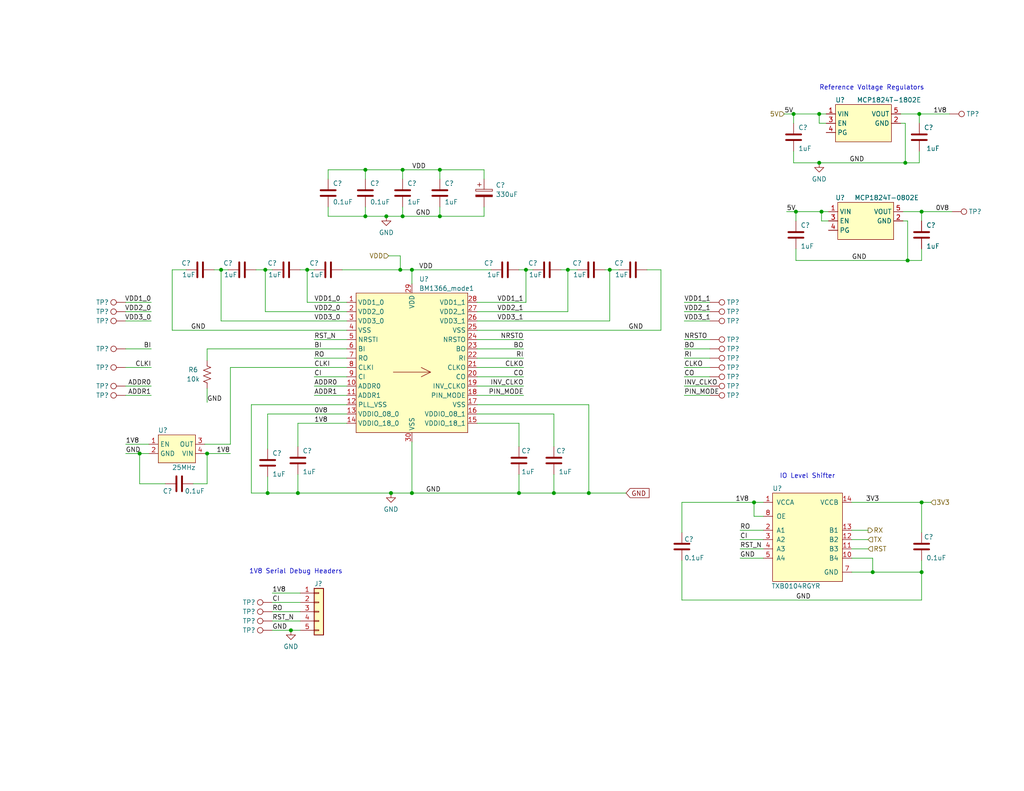
<source format=kicad_sch>
(kicad_sch
	(version 20250114)
	(generator "eeschema")
	(generator_version "9.0")
	(uuid "5ffa02c9-1f90-4b06-abee-1fc0c47a0c88")
	(paper "A")
	(lib_symbols
		(symbol "Connector:TestPoint"
			(pin_numbers
				(hide yes)
			)
			(pin_names
				(offset 0.762)
				(hide yes)
			)
			(exclude_from_sim no)
			(in_bom yes)
			(on_board yes)
			(property "Reference" "TP"
				(at 0 6.858 0)
				(effects
					(font
						(size 1.27 1.27)
					)
				)
			)
			(property "Value" "TestPoint"
				(at 0 5.08 0)
				(effects
					(font
						(size 1.27 1.27)
					)
				)
			)
			(property "Footprint" ""
				(at 5.08 0 0)
				(effects
					(font
						(size 1.27 1.27)
					)
					(hide yes)
				)
			)
			(property "Datasheet" "~"
				(at 5.08 0 0)
				(effects
					(font
						(size 1.27 1.27)
					)
					(hide yes)
				)
			)
			(property "Description" "test point"
				(at 0 0 0)
				(effects
					(font
						(size 1.27 1.27)
					)
					(hide yes)
				)
			)
			(property "ki_keywords" "test point tp"
				(at 0 0 0)
				(effects
					(font
						(size 1.27 1.27)
					)
					(hide yes)
				)
			)
			(property "ki_fp_filters" "Pin* Test*"
				(at 0 0 0)
				(effects
					(font
						(size 1.27 1.27)
					)
					(hide yes)
				)
			)
			(symbol "TestPoint_0_1"
				(circle
					(center 0 3.302)
					(radius 0.762)
					(stroke
						(width 0)
						(type default)
					)
					(fill
						(type none)
					)
				)
			)
			(symbol "TestPoint_1_1"
				(pin passive line
					(at 0 0 90)
					(length 2.54)
					(name "1"
						(effects
							(font
								(size 1.27 1.27)
							)
						)
					)
					(number "1"
						(effects
							(font
								(size 1.27 1.27)
							)
						)
					)
				)
			)
			(embedded_fonts no)
		)
		(symbol "Connector_Generic:Conn_01x05"
			(pin_names
				(offset 1.016)
				(hide yes)
			)
			(exclude_from_sim no)
			(in_bom yes)
			(on_board yes)
			(property "Reference" "J"
				(at 0 7.62 0)
				(effects
					(font
						(size 1.27 1.27)
					)
				)
			)
			(property "Value" "Conn_01x05"
				(at 0 -7.62 0)
				(effects
					(font
						(size 1.27 1.27)
					)
				)
			)
			(property "Footprint" ""
				(at 0 0 0)
				(effects
					(font
						(size 1.27 1.27)
					)
					(hide yes)
				)
			)
			(property "Datasheet" "~"
				(at 0 0 0)
				(effects
					(font
						(size 1.27 1.27)
					)
					(hide yes)
				)
			)
			(property "Description" "Generic connector, single row, 01x05, script generated (kicad-library-utils/schlib/autogen/connector/)"
				(at 0 0 0)
				(effects
					(font
						(size 1.27 1.27)
					)
					(hide yes)
				)
			)
			(property "ki_keywords" "connector"
				(at 0 0 0)
				(effects
					(font
						(size 1.27 1.27)
					)
					(hide yes)
				)
			)
			(property "ki_fp_filters" "Connector*:*_1x??_*"
				(at 0 0 0)
				(effects
					(font
						(size 1.27 1.27)
					)
					(hide yes)
				)
			)
			(symbol "Conn_01x05_1_1"
				(rectangle
					(start -1.27 6.35)
					(end 1.27 -6.35)
					(stroke
						(width 0.254)
						(type default)
					)
					(fill
						(type background)
					)
				)
				(rectangle
					(start -1.27 5.207)
					(end 0 4.953)
					(stroke
						(width 0.1524)
						(type default)
					)
					(fill
						(type none)
					)
				)
				(rectangle
					(start -1.27 2.667)
					(end 0 2.413)
					(stroke
						(width 0.1524)
						(type default)
					)
					(fill
						(type none)
					)
				)
				(rectangle
					(start -1.27 0.127)
					(end 0 -0.127)
					(stroke
						(width 0.1524)
						(type default)
					)
					(fill
						(type none)
					)
				)
				(rectangle
					(start -1.27 -2.413)
					(end 0 -2.667)
					(stroke
						(width 0.1524)
						(type default)
					)
					(fill
						(type none)
					)
				)
				(rectangle
					(start -1.27 -4.953)
					(end 0 -5.207)
					(stroke
						(width 0.1524)
						(type default)
					)
					(fill
						(type none)
					)
				)
				(pin passive line
					(at -5.08 5.08 0)
					(length 3.81)
					(name "Pin_1"
						(effects
							(font
								(size 1.27 1.27)
							)
						)
					)
					(number "1"
						(effects
							(font
								(size 1.27 1.27)
							)
						)
					)
				)
				(pin passive line
					(at -5.08 2.54 0)
					(length 3.81)
					(name "Pin_2"
						(effects
							(font
								(size 1.27 1.27)
							)
						)
					)
					(number "2"
						(effects
							(font
								(size 1.27 1.27)
							)
						)
					)
				)
				(pin passive line
					(at -5.08 0 0)
					(length 3.81)
					(name "Pin_3"
						(effects
							(font
								(size 1.27 1.27)
							)
						)
					)
					(number "3"
						(effects
							(font
								(size 1.27 1.27)
							)
						)
					)
				)
				(pin passive line
					(at -5.08 -2.54 0)
					(length 3.81)
					(name "Pin_4"
						(effects
							(font
								(size 1.27 1.27)
							)
						)
					)
					(number "4"
						(effects
							(font
								(size 1.27 1.27)
							)
						)
					)
				)
				(pin passive line
					(at -5.08 -5.08 0)
					(length 3.81)
					(name "Pin_5"
						(effects
							(font
								(size 1.27 1.27)
							)
						)
					)
					(number "5"
						(effects
							(font
								(size 1.27 1.27)
							)
						)
					)
				)
			)
			(embedded_fonts no)
		)
		(symbol "Device:C"
			(pin_numbers
				(hide yes)
			)
			(pin_names
				(offset 0.254)
			)
			(exclude_from_sim no)
			(in_bom yes)
			(on_board yes)
			(property "Reference" "C"
				(at 0.635 2.54 0)
				(effects
					(font
						(size 1.27 1.27)
					)
					(justify left)
				)
			)
			(property "Value" "C"
				(at 0.635 -2.54 0)
				(effects
					(font
						(size 1.27 1.27)
					)
					(justify left)
				)
			)
			(property "Footprint" ""
				(at 0.9652 -3.81 0)
				(effects
					(font
						(size 1.27 1.27)
					)
					(hide yes)
				)
			)
			(property "Datasheet" "~"
				(at 0 0 0)
				(effects
					(font
						(size 1.27 1.27)
					)
					(hide yes)
				)
			)
			(property "Description" "Unpolarized capacitor"
				(at 0 0 0)
				(effects
					(font
						(size 1.27 1.27)
					)
					(hide yes)
				)
			)
			(property "ki_keywords" "cap capacitor"
				(at 0 0 0)
				(effects
					(font
						(size 1.27 1.27)
					)
					(hide yes)
				)
			)
			(property "ki_fp_filters" "C_*"
				(at 0 0 0)
				(effects
					(font
						(size 1.27 1.27)
					)
					(hide yes)
				)
			)
			(symbol "C_0_1"
				(polyline
					(pts
						(xy -2.032 0.762) (xy 2.032 0.762)
					)
					(stroke
						(width 0.508)
						(type default)
					)
					(fill
						(type none)
					)
				)
				(polyline
					(pts
						(xy -2.032 -0.762) (xy 2.032 -0.762)
					)
					(stroke
						(width 0.508)
						(type default)
					)
					(fill
						(type none)
					)
				)
			)
			(symbol "C_1_1"
				(pin passive line
					(at 0 3.81 270)
					(length 2.794)
					(name "~"
						(effects
							(font
								(size 1.27 1.27)
							)
						)
					)
					(number "1"
						(effects
							(font
								(size 1.27 1.27)
							)
						)
					)
				)
				(pin passive line
					(at 0 -3.81 90)
					(length 2.794)
					(name "~"
						(effects
							(font
								(size 1.27 1.27)
							)
						)
					)
					(number "2"
						(effects
							(font
								(size 1.27 1.27)
							)
						)
					)
				)
			)
			(embedded_fonts no)
		)
		(symbol "Device:C_Polarized"
			(pin_numbers
				(hide yes)
			)
			(pin_names
				(offset 0.254)
			)
			(exclude_from_sim no)
			(in_bom yes)
			(on_board yes)
			(property "Reference" "C"
				(at 0.635 2.54 0)
				(effects
					(font
						(size 1.27 1.27)
					)
					(justify left)
				)
			)
			(property "Value" "C_Polarized"
				(at 0.635 -2.54 0)
				(effects
					(font
						(size 1.27 1.27)
					)
					(justify left)
				)
			)
			(property "Footprint" ""
				(at 0.9652 -3.81 0)
				(effects
					(font
						(size 1.27 1.27)
					)
					(hide yes)
				)
			)
			(property "Datasheet" "~"
				(at 0 0 0)
				(effects
					(font
						(size 1.27 1.27)
					)
					(hide yes)
				)
			)
			(property "Description" "Polarized capacitor"
				(at 0 0 0)
				(effects
					(font
						(size 1.27 1.27)
					)
					(hide yes)
				)
			)
			(property "ki_keywords" "cap capacitor"
				(at 0 0 0)
				(effects
					(font
						(size 1.27 1.27)
					)
					(hide yes)
				)
			)
			(property "ki_fp_filters" "CP_*"
				(at 0 0 0)
				(effects
					(font
						(size 1.27 1.27)
					)
					(hide yes)
				)
			)
			(symbol "C_Polarized_0_1"
				(rectangle
					(start -2.286 0.508)
					(end 2.286 1.016)
					(stroke
						(width 0)
						(type default)
					)
					(fill
						(type none)
					)
				)
				(polyline
					(pts
						(xy -1.778 2.286) (xy -0.762 2.286)
					)
					(stroke
						(width 0)
						(type default)
					)
					(fill
						(type none)
					)
				)
				(polyline
					(pts
						(xy -1.27 2.794) (xy -1.27 1.778)
					)
					(stroke
						(width 0)
						(type default)
					)
					(fill
						(type none)
					)
				)
				(rectangle
					(start 2.286 -0.508)
					(end -2.286 -1.016)
					(stroke
						(width 0)
						(type default)
					)
					(fill
						(type outline)
					)
				)
			)
			(symbol "C_Polarized_1_1"
				(pin passive line
					(at 0 3.81 270)
					(length 2.794)
					(name "~"
						(effects
							(font
								(size 1.27 1.27)
							)
						)
					)
					(number "1"
						(effects
							(font
								(size 1.27 1.27)
							)
						)
					)
				)
				(pin passive line
					(at 0 -3.81 90)
					(length 2.794)
					(name "~"
						(effects
							(font
								(size 1.27 1.27)
							)
						)
					)
					(number "2"
						(effects
							(font
								(size 1.27 1.27)
							)
						)
					)
				)
			)
			(embedded_fonts no)
		)
		(symbol "Device:R_US"
			(pin_numbers
				(hide yes)
			)
			(pin_names
				(offset 0)
			)
			(exclude_from_sim no)
			(in_bom yes)
			(on_board yes)
			(property "Reference" "R"
				(at 2.54 0 90)
				(effects
					(font
						(size 1.27 1.27)
					)
				)
			)
			(property "Value" "R_US"
				(at -2.54 0 90)
				(effects
					(font
						(size 1.27 1.27)
					)
				)
			)
			(property "Footprint" ""
				(at 1.016 -0.254 90)
				(effects
					(font
						(size 1.27 1.27)
					)
					(hide yes)
				)
			)
			(property "Datasheet" "~"
				(at 0 0 0)
				(effects
					(font
						(size 1.27 1.27)
					)
					(hide yes)
				)
			)
			(property "Description" "Resistor, US symbol"
				(at 0 0 0)
				(effects
					(font
						(size 1.27 1.27)
					)
					(hide yes)
				)
			)
			(property "ki_keywords" "R res resistor"
				(at 0 0 0)
				(effects
					(font
						(size 1.27 1.27)
					)
					(hide yes)
				)
			)
			(property "ki_fp_filters" "R_*"
				(at 0 0 0)
				(effects
					(font
						(size 1.27 1.27)
					)
					(hide yes)
				)
			)
			(symbol "R_US_0_1"
				(polyline
					(pts
						(xy 0 2.286) (xy 0 2.54)
					)
					(stroke
						(width 0)
						(type default)
					)
					(fill
						(type none)
					)
				)
				(polyline
					(pts
						(xy 0 2.286) (xy 1.016 1.905) (xy 0 1.524) (xy -1.016 1.143) (xy 0 0.762)
					)
					(stroke
						(width 0)
						(type default)
					)
					(fill
						(type none)
					)
				)
				(polyline
					(pts
						(xy 0 0.762) (xy 1.016 0.381) (xy 0 0) (xy -1.016 -0.381) (xy 0 -0.762)
					)
					(stroke
						(width 0)
						(type default)
					)
					(fill
						(type none)
					)
				)
				(polyline
					(pts
						(xy 0 -0.762) (xy 1.016 -1.143) (xy 0 -1.524) (xy -1.016 -1.905) (xy 0 -2.286)
					)
					(stroke
						(width 0)
						(type default)
					)
					(fill
						(type none)
					)
				)
				(polyline
					(pts
						(xy 0 -2.286) (xy 0 -2.54)
					)
					(stroke
						(width 0)
						(type default)
					)
					(fill
						(type none)
					)
				)
			)
			(symbol "R_US_1_1"
				(pin passive line
					(at 0 3.81 270)
					(length 1.27)
					(name "~"
						(effects
							(font
								(size 1.27 1.27)
							)
						)
					)
					(number "1"
						(effects
							(font
								(size 1.27 1.27)
							)
						)
					)
				)
				(pin passive line
					(at 0 -3.81 90)
					(length 1.27)
					(name "~"
						(effects
							(font
								(size 1.27 1.27)
							)
						)
					)
					(number "2"
						(effects
							(font
								(size 1.27 1.27)
							)
						)
					)
				)
			)
			(embedded_fonts no)
		)
		(symbol "MCP1824_1"
			(exclude_from_sim no)
			(in_bom yes)
			(on_board yes)
			(property "Reference" "U"
				(at -7.62 5.08 0)
				(effects
					(font
						(size 1.27 1.27)
					)
				)
			)
			(property "Value" "MCP1824_1"
				(at 5.08 5.08 0)
				(effects
					(font
						(size 1.27 1.27)
					)
				)
			)
			(property "Footprint" "Package_TO_SOT_SMD:SOT-23-5"
				(at 0 0 0)
				(effects
					(font
						(size 1.27 1.27)
					)
					(hide yes)
				)
			)
			(property "Datasheet" "https://ww1.microchip.com/downloads/en/DeviceDoc/22070a.pdf"
				(at 0 0 0)
				(effects
					(font
						(size 1.27 1.27)
					)
					(hide yes)
				)
			)
			(property "Description" ""
				(at 0 0 0)
				(effects
					(font
						(size 1.27 1.27)
					)
					(hide yes)
				)
			)
			(symbol "MCP1824_1_0_1"
				(rectangle
					(start -7.62 3.81)
					(end 7.62 -6.35)
					(stroke
						(width 0.1524)
						(type default)
					)
					(fill
						(type background)
					)
				)
			)
			(symbol "MCP1824_1_1_0"
				(pin bidirectional line
					(at -10.16 1.27 0)
					(length 2.54)
					(name "VIN"
						(effects
							(font
								(size 1.27 1.27)
							)
						)
					)
					(number "1"
						(effects
							(font
								(size 1.27 1.27)
							)
						)
					)
				)
				(pin bidirectional line
					(at -10.16 -1.27 0)
					(length 2.54)
					(name "EN"
						(effects
							(font
								(size 1.27 1.27)
							)
						)
					)
					(number "3"
						(effects
							(font
								(size 1.27 1.27)
							)
						)
					)
				)
				(pin bidirectional line
					(at -10.16 -3.81 0)
					(length 2.54)
					(name "PG"
						(effects
							(font
								(size 1.27 1.27)
							)
						)
					)
					(number "4"
						(effects
							(font
								(size 1.27 1.27)
							)
						)
					)
				)
				(pin bidirectional line
					(at 10.16 1.27 180)
					(length 2.54)
					(name "VOUT"
						(effects
							(font
								(size 1.27 1.27)
							)
						)
					)
					(number "5"
						(effects
							(font
								(size 1.27 1.27)
							)
						)
					)
				)
				(pin bidirectional line
					(at 10.16 -1.27 180)
					(length 2.54)
					(name "GND"
						(effects
							(font
								(size 1.27 1.27)
							)
						)
					)
					(number "2"
						(effects
							(font
								(size 1.27 1.27)
							)
						)
					)
				)
			)
			(embedded_fonts no)
		)
		(symbol "bitaxe:BM1366_mode1"
			(exclude_from_sim no)
			(in_bom yes)
			(on_board yes)
			(property "Reference" "U14"
				(at 1.9559 24.13 0)
				(effects
					(font
						(size 1.27 1.27)
					)
					(justify left)
				)
			)
			(property "Value" "BM1366_mode1"
				(at 1.9559 21.59 0)
				(effects
					(font
						(size 1.27 1.27)
					)
					(justify left)
				)
			)
			(property "Footprint" "bitaxe:BM1366"
				(at 17.78 -33.02 0)
				(effects
					(font
						(size 1.27 1.27)
					)
					(hide yes)
				)
			)
			(property "Datasheet" ""
				(at -7.62 0 0)
				(effects
					(font
						(size 1.27 1.27)
					)
					(hide yes)
				)
			)
			(property "Description" ""
				(at 0 0 0)
				(effects
					(font
						(size 1.27 1.27)
					)
					(hide yes)
				)
			)
			(symbol "BM1366_mode1_0_1"
				(rectangle
					(start -15.24 20.32)
					(end 15.24 -17.78)
					(stroke
						(width 0)
						(type default)
					)
					(fill
						(type background)
					)
				)
				(polyline
					(pts
						(xy 5.08 -1.27) (xy -5.08 -1.27)
					)
					(stroke
						(width 0)
						(type default)
					)
					(fill
						(type none)
					)
				)
				(polyline
					(pts
						(xy 5.08 -1.27) (xy 2.54 0)
					)
					(stroke
						(width 0)
						(type default)
					)
					(fill
						(type none)
					)
				)
				(polyline
					(pts
						(xy 5.08 -1.27) (xy 2.54 -2.54)
					)
					(stroke
						(width 0)
						(type default)
					)
					(fill
						(type none)
					)
				)
			)
			(symbol "BM1366_mode1_1_1"
				(pin power_in line
					(at -17.78 17.78 0)
					(length 2.54)
					(name "VDD1_0"
						(effects
							(font
								(size 1.27 1.27)
							)
						)
					)
					(number "1"
						(effects
							(font
								(size 1.27 1.27)
							)
						)
					)
				)
				(pin power_in line
					(at -17.78 15.24 0)
					(length 2.54)
					(name "VDD2_0"
						(effects
							(font
								(size 1.27 1.27)
							)
						)
					)
					(number "2"
						(effects
							(font
								(size 1.27 1.27)
							)
						)
					)
				)
				(pin power_in line
					(at -17.78 12.7 0)
					(length 2.54)
					(name "VDD3_0"
						(effects
							(font
								(size 1.27 1.27)
							)
						)
					)
					(number "3"
						(effects
							(font
								(size 1.27 1.27)
							)
						)
					)
				)
				(pin power_in line
					(at -17.78 10.16 0)
					(length 2.54)
					(name "VSS"
						(effects
							(font
								(size 1.27 1.27)
							)
						)
					)
					(number "4"
						(effects
							(font
								(size 1.27 1.27)
							)
						)
					)
				)
				(pin input line
					(at -17.78 7.62 0)
					(length 2.54)
					(name "NRSTI"
						(effects
							(font
								(size 1.27 1.27)
							)
						)
					)
					(number "5"
						(effects
							(font
								(size 1.27 1.27)
							)
						)
					)
				)
				(pin input line
					(at -17.78 5.08 0)
					(length 2.54)
					(name "BI"
						(effects
							(font
								(size 1.27 1.27)
							)
						)
					)
					(number "6"
						(effects
							(font
								(size 1.27 1.27)
							)
						)
					)
				)
				(pin output line
					(at -17.78 2.54 0)
					(length 2.54)
					(name "RO"
						(effects
							(font
								(size 1.27 1.27)
							)
						)
					)
					(number "7"
						(effects
							(font
								(size 1.27 1.27)
							)
						)
					)
				)
				(pin input line
					(at -17.78 0 0)
					(length 2.54)
					(name "CLKI"
						(effects
							(font
								(size 1.27 1.27)
							)
						)
					)
					(number "8"
						(effects
							(font
								(size 1.27 1.27)
							)
						)
					)
				)
				(pin input line
					(at -17.78 -2.54 0)
					(length 2.54)
					(name "CI"
						(effects
							(font
								(size 1.27 1.27)
							)
						)
					)
					(number "9"
						(effects
							(font
								(size 1.27 1.27)
							)
						)
					)
				)
				(pin input line
					(at -17.78 -5.08 0)
					(length 2.54)
					(name "ADDR0"
						(effects
							(font
								(size 1.27 1.27)
							)
						)
					)
					(number "10"
						(effects
							(font
								(size 1.27 1.27)
							)
						)
					)
				)
				(pin input line
					(at -17.78 -7.62 0)
					(length 2.54)
					(name "ADDR1"
						(effects
							(font
								(size 1.27 1.27)
							)
						)
					)
					(number "11"
						(effects
							(font
								(size 1.27 1.27)
							)
						)
					)
				)
				(pin power_in line
					(at -17.78 -10.16 0)
					(length 2.54)
					(name "PLL_VSS"
						(effects
							(font
								(size 1.27 1.27)
							)
						)
					)
					(number "12"
						(effects
							(font
								(size 1.27 1.27)
							)
						)
					)
				)
				(pin power_in line
					(at -17.78 -12.7 0)
					(length 2.54)
					(name "VDDIO_08_0"
						(effects
							(font
								(size 1.27 1.27)
							)
						)
					)
					(number "13"
						(effects
							(font
								(size 1.27 1.27)
							)
						)
					)
				)
				(pin power_in line
					(at -17.78 -15.24 0)
					(length 2.54)
					(name "VDDIO_18_0"
						(effects
							(font
								(size 1.27 1.27)
							)
						)
					)
					(number "14"
						(effects
							(font
								(size 1.27 1.27)
							)
						)
					)
				)
				(pin power_in line
					(at 0 22.86 270)
					(length 2.54)
					(name "VDD"
						(effects
							(font
								(size 1.27 1.27)
							)
						)
					)
					(number "29"
						(effects
							(font
								(size 1.27 1.27)
							)
						)
					)
				)
				(pin power_in line
					(at 0 -20.32 90)
					(length 2.54)
					(name "VSS"
						(effects
							(font
								(size 1.27 1.27)
							)
						)
					)
					(number "30"
						(effects
							(font
								(size 1.27 1.27)
							)
						)
					)
				)
				(pin power_in line
					(at 17.78 17.78 180)
					(length 2.54)
					(name "VDD1_1"
						(effects
							(font
								(size 1.27 1.27)
							)
						)
					)
					(number "28"
						(effects
							(font
								(size 1.27 1.27)
							)
						)
					)
				)
				(pin power_in line
					(at 17.78 15.24 180)
					(length 2.54)
					(name "VDD2_1"
						(effects
							(font
								(size 1.27 1.27)
							)
						)
					)
					(number "27"
						(effects
							(font
								(size 1.27 1.27)
							)
						)
					)
				)
				(pin power_in line
					(at 17.78 12.7 180)
					(length 2.54)
					(name "VDD3_1"
						(effects
							(font
								(size 1.27 1.27)
							)
						)
					)
					(number "26"
						(effects
							(font
								(size 1.27 1.27)
							)
						)
					)
				)
				(pin power_in line
					(at 17.78 10.16 180)
					(length 2.54)
					(name "VSS"
						(effects
							(font
								(size 1.27 1.27)
							)
						)
					)
					(number "25"
						(effects
							(font
								(size 1.27 1.27)
							)
						)
					)
				)
				(pin output line
					(at 17.78 7.62 180)
					(length 2.54)
					(name "NRSTO"
						(effects
							(font
								(size 1.27 1.27)
							)
						)
					)
					(number "24"
						(effects
							(font
								(size 1.27 1.27)
							)
						)
					)
				)
				(pin output line
					(at 17.78 5.08 180)
					(length 2.54)
					(name "BO"
						(effects
							(font
								(size 1.27 1.27)
							)
						)
					)
					(number "23"
						(effects
							(font
								(size 1.27 1.27)
							)
						)
					)
				)
				(pin input line
					(at 17.78 2.54 180)
					(length 2.54)
					(name "RI"
						(effects
							(font
								(size 1.27 1.27)
							)
						)
					)
					(number "22"
						(effects
							(font
								(size 1.27 1.27)
							)
						)
					)
				)
				(pin output line
					(at 17.78 0 180)
					(length 2.54)
					(name "CLKO"
						(effects
							(font
								(size 1.27 1.27)
							)
						)
					)
					(number "21"
						(effects
							(font
								(size 1.27 1.27)
							)
						)
					)
				)
				(pin output line
					(at 17.78 -2.54 180)
					(length 2.54)
					(name "CO"
						(effects
							(font
								(size 1.27 1.27)
							)
						)
					)
					(number "20"
						(effects
							(font
								(size 1.27 1.27)
							)
						)
					)
				)
				(pin output line
					(at 17.78 -5.08 180)
					(length 2.54)
					(name "INV_CLKO"
						(effects
							(font
								(size 1.27 1.27)
							)
						)
					)
					(number "19"
						(effects
							(font
								(size 1.27 1.27)
							)
						)
					)
				)
				(pin input line
					(at 17.78 -7.62 180)
					(length 2.54)
					(name "PIN_MODE"
						(effects
							(font
								(size 1.27 1.27)
							)
						)
					)
					(number "18"
						(effects
							(font
								(size 1.27 1.27)
							)
						)
					)
				)
				(pin power_in line
					(at 17.78 -10.16 180)
					(length 2.54)
					(name "VSS"
						(effects
							(font
								(size 1.27 1.27)
							)
						)
					)
					(number "17"
						(effects
							(font
								(size 1.27 1.27)
							)
						)
					)
				)
				(pin power_in line
					(at 17.78 -12.7 180)
					(length 2.54)
					(name "VDDIO_08_1"
						(effects
							(font
								(size 1.27 1.27)
							)
						)
					)
					(number "16"
						(effects
							(font
								(size 1.27 1.27)
							)
						)
					)
				)
				(pin power_in line
					(at 17.78 -15.24 180)
					(length 2.54)
					(name "VDDIO_18_1"
						(effects
							(font
								(size 1.27 1.27)
							)
						)
					)
					(number "15"
						(effects
							(font
								(size 1.27 1.27)
							)
						)
					)
				)
			)
			(embedded_fonts no)
		)
		(symbol "bitaxe:MCP1824"
			(exclude_from_sim no)
			(in_bom yes)
			(on_board yes)
			(property "Reference" "U"
				(at -7.62 5.08 0)
				(effects
					(font
						(size 1.27 1.27)
					)
				)
			)
			(property "Value" "MCP1824"
				(at 5.08 5.08 0)
				(effects
					(font
						(size 1.27 1.27)
					)
				)
			)
			(property "Footprint" "Package_TO_SOT_SMD:SOT-23-5"
				(at 0 0 0)
				(effects
					(font
						(size 1.27 1.27)
					)
					(hide yes)
				)
			)
			(property "Datasheet" "https://ww1.microchip.com/downloads/en/DeviceDoc/22070a.pdf"
				(at 0 0 0)
				(effects
					(font
						(size 1.27 1.27)
					)
					(hide yes)
				)
			)
			(property "Description" ""
				(at 0 0 0)
				(effects
					(font
						(size 1.27 1.27)
					)
					(hide yes)
				)
			)
			(symbol "MCP1824_0_1"
				(rectangle
					(start -7.62 3.81)
					(end 7.62 -6.35)
					(stroke
						(width 0.1524)
						(type default)
					)
					(fill
						(type background)
					)
				)
			)
			(symbol "MCP1824_1_0"
				(pin bidirectional line
					(at -10.16 1.27 0)
					(length 2.54)
					(name "VIN"
						(effects
							(font
								(size 1.27 1.27)
							)
						)
					)
					(number "1"
						(effects
							(font
								(size 1.27 1.27)
							)
						)
					)
				)
				(pin bidirectional line
					(at -10.16 -1.27 0)
					(length 2.54)
					(name "EN"
						(effects
							(font
								(size 1.27 1.27)
							)
						)
					)
					(number "3"
						(effects
							(font
								(size 1.27 1.27)
							)
						)
					)
				)
				(pin bidirectional line
					(at -10.16 -3.81 0)
					(length 2.54)
					(name "PG"
						(effects
							(font
								(size 1.27 1.27)
							)
						)
					)
					(number "4"
						(effects
							(font
								(size 1.27 1.27)
							)
						)
					)
				)
				(pin bidirectional line
					(at 10.16 1.27 180)
					(length 2.54)
					(name "VOUT"
						(effects
							(font
								(size 1.27 1.27)
							)
						)
					)
					(number "5"
						(effects
							(font
								(size 1.27 1.27)
							)
						)
					)
				)
				(pin bidirectional line
					(at 10.16 -1.27 180)
					(length 2.54)
					(name "GND"
						(effects
							(font
								(size 1.27 1.27)
							)
						)
					)
					(number "2"
						(effects
							(font
								(size 1.27 1.27)
							)
						)
					)
				)
			)
			(embedded_fonts no)
		)
		(symbol "bitaxe:TXB0104RGYR"
			(pin_names
				(offset 1.016)
			)
			(exclude_from_sim no)
			(in_bom yes)
			(on_board yes)
			(property "Reference" "U"
				(at -8.89 12.7 0)
				(effects
					(font
						(size 1.27 1.27)
					)
					(justify left bottom)
				)
			)
			(property "Value" "TXB0104RGYR"
				(at -8.89 -11.43 0)
				(effects
					(font
						(size 1.27 1.27)
					)
					(justify left top)
				)
			)
			(property "Footprint" ""
				(at 26.67 -34.29 0)
				(effects
					(font
						(size 1.27 1.27)
					)
					(justify bottom)
					(hide yes)
				)
			)
			(property "Datasheet" ""
				(at 0 0 0)
				(effects
					(font
						(size 1.27 1.27)
					)
					(hide yes)
				)
			)
			(property "Description" ""
				(at 0 0 0)
				(effects
					(font
						(size 1.27 1.27)
					)
					(hide yes)
				)
			)
			(symbol "TXB0104RGYR_0_0"
				(rectangle
					(start -8.89 12.7)
					(end 10.16 -11.43)
					(stroke
						(width 0.1524)
						(type default)
					)
					(fill
						(type background)
					)
				)
				(pin power_in line
					(at -11.43 10.16 0)
					(length 2.54)
					(name "VCCA"
						(effects
							(font
								(size 1.27 1.27)
							)
						)
					)
					(number "1"
						(effects
							(font
								(size 1.27 1.27)
							)
						)
					)
				)
				(pin input line
					(at -11.43 6.35 0)
					(length 2.54)
					(name "OE"
						(effects
							(font
								(size 1.27 1.27)
							)
						)
					)
					(number "8"
						(effects
							(font
								(size 1.27 1.27)
							)
						)
					)
				)
				(pin bidirectional line
					(at -11.43 2.54 0)
					(length 2.54)
					(name "A1"
						(effects
							(font
								(size 1.27 1.27)
							)
						)
					)
					(number "2"
						(effects
							(font
								(size 1.27 1.27)
							)
						)
					)
				)
				(pin bidirectional line
					(at -11.43 0 0)
					(length 2.54)
					(name "A2"
						(effects
							(font
								(size 1.27 1.27)
							)
						)
					)
					(number "3"
						(effects
							(font
								(size 1.27 1.27)
							)
						)
					)
				)
				(pin bidirectional line
					(at -11.43 -2.54 0)
					(length 2.54)
					(name "A3"
						(effects
							(font
								(size 1.27 1.27)
							)
						)
					)
					(number "4"
						(effects
							(font
								(size 1.27 1.27)
							)
						)
					)
				)
				(pin bidirectional line
					(at -11.43 -5.08 0)
					(length 2.54)
					(name "A4"
						(effects
							(font
								(size 1.27 1.27)
							)
						)
					)
					(number "5"
						(effects
							(font
								(size 1.27 1.27)
							)
						)
					)
				)
				(pin power_in line
					(at 12.7 10.16 180)
					(length 2.54)
					(name "VCCB"
						(effects
							(font
								(size 1.27 1.27)
							)
						)
					)
					(number "14"
						(effects
							(font
								(size 1.27 1.27)
							)
						)
					)
				)
				(pin bidirectional line
					(at 12.7 2.54 180)
					(length 2.54)
					(name "B1"
						(effects
							(font
								(size 1.27 1.27)
							)
						)
					)
					(number "13"
						(effects
							(font
								(size 1.27 1.27)
							)
						)
					)
				)
				(pin bidirectional line
					(at 12.7 0 180)
					(length 2.54)
					(name "B2"
						(effects
							(font
								(size 1.27 1.27)
							)
						)
					)
					(number "12"
						(effects
							(font
								(size 1.27 1.27)
							)
						)
					)
				)
				(pin bidirectional line
					(at 12.7 -2.54 180)
					(length 2.54)
					(name "B3"
						(effects
							(font
								(size 1.27 1.27)
							)
						)
					)
					(number "11"
						(effects
							(font
								(size 1.27 1.27)
							)
						)
					)
				)
				(pin bidirectional line
					(at 12.7 -5.08 180)
					(length 2.54)
					(name "B4"
						(effects
							(font
								(size 1.27 1.27)
							)
						)
					)
					(number "10"
						(effects
							(font
								(size 1.27 1.27)
							)
						)
					)
				)
				(pin passive line
					(at 12.7 -8.89 180)
					(length 2.54)
					(hide yes)
					(name "GND"
						(effects
							(font
								(size 1.27 1.27)
							)
						)
					)
					(number "15"
						(effects
							(font
								(size 1.27 1.27)
							)
						)
					)
				)
				(pin passive line
					(at 12.7 -8.89 180)
					(length 2.54)
					(hide yes)
					(name "GND"
						(effects
							(font
								(size 1.27 1.27)
							)
						)
					)
					(number "16"
						(effects
							(font
								(size 1.27 1.27)
							)
						)
					)
				)
				(pin passive line
					(at 12.7 -8.89 180)
					(length 2.54)
					(hide yes)
					(name "GND"
						(effects
							(font
								(size 1.27 1.27)
							)
						)
					)
					(number "17"
						(effects
							(font
								(size 1.27 1.27)
							)
						)
					)
				)
				(pin passive line
					(at 12.7 -8.89 180)
					(length 2.54)
					(hide yes)
					(name "GND"
						(effects
							(font
								(size 1.27 1.27)
							)
						)
					)
					(number "18"
						(effects
							(font
								(size 1.27 1.27)
							)
						)
					)
				)
				(pin passive line
					(at 12.7 -8.89 180)
					(length 2.54)
					(hide yes)
					(name "GND"
						(effects
							(font
								(size 1.27 1.27)
							)
						)
					)
					(number "19"
						(effects
							(font
								(size 1.27 1.27)
							)
						)
					)
				)
				(pin power_in line
					(at 12.7 -8.89 180)
					(length 2.54)
					(name "GND"
						(effects
							(font
								(size 1.27 1.27)
							)
						)
					)
					(number "7"
						(effects
							(font
								(size 1.27 1.27)
							)
						)
					)
				)
			)
			(symbol "TXB0104RGYR_1_1"
				(pin no_connect line
					(at -11.43 -8.89 0)
					(length 2.54)
					(hide yes)
					(name "NC"
						(effects
							(font
								(size 1.27 1.27)
							)
						)
					)
					(number "6"
						(effects
							(font
								(size 1.27 1.27)
							)
						)
					)
				)
				(pin no_connect line
					(at -11.43 -8.89 0)
					(length 2.54)
					(hide yes)
					(name "NC"
						(effects
							(font
								(size 1.27 1.27)
							)
						)
					)
					(number "9"
						(effects
							(font
								(size 1.27 1.27)
							)
						)
					)
				)
			)
			(embedded_fonts no)
		)
		(symbol "bitaxe:oscillator"
			(exclude_from_sim no)
			(in_bom yes)
			(on_board yes)
			(property "Reference" "U"
				(at -3.81 5.08 0)
				(effects
					(font
						(size 1.27 1.27)
					)
				)
			)
			(property "Value" "oscillator"
				(at 0 -5.08 0)
				(effects
					(font
						(size 1.27 1.27)
					)
				)
			)
			(property "Footprint" ""
				(at -1.27 -1.27 0)
				(effects
					(font
						(size 1.27 1.27)
					)
					(hide yes)
				)
			)
			(property "Datasheet" ""
				(at -1.27 -1.27 0)
				(effects
					(font
						(size 1.27 1.27)
					)
					(hide yes)
				)
			)
			(property "Description" ""
				(at 0 0 0)
				(effects
					(font
						(size 1.27 1.27)
					)
					(hide yes)
				)
			)
			(symbol "oscillator_0_1"
				(rectangle
					(start -5.08 3.81)
					(end 5.08 -3.81)
					(stroke
						(width 0.1524)
						(type default)
					)
					(fill
						(type background)
					)
				)
			)
			(symbol "oscillator_1_0"
				(pin bidirectional line
					(at -7.62 1.27 0)
					(length 2.54)
					(name "EN"
						(effects
							(font
								(size 1.27 1.27)
							)
						)
					)
					(number "1"
						(effects
							(font
								(size 1.27 1.27)
							)
						)
					)
				)
				(pin bidirectional line
					(at -7.62 -1.27 0)
					(length 2.54)
					(name "GND"
						(effects
							(font
								(size 1.27 1.27)
							)
						)
					)
					(number "2"
						(effects
							(font
								(size 1.27 1.27)
							)
						)
					)
				)
				(pin bidirectional line
					(at 7.62 1.27 180)
					(length 2.54)
					(name "OUT"
						(effects
							(font
								(size 1.27 1.27)
							)
						)
					)
					(number "3"
						(effects
							(font
								(size 1.27 1.27)
							)
						)
					)
				)
				(pin bidirectional line
					(at 7.62 -1.27 180)
					(length 2.54)
					(name "VIN"
						(effects
							(font
								(size 1.27 1.27)
							)
						)
					)
					(number "4"
						(effects
							(font
								(size 1.27 1.27)
							)
						)
					)
				)
			)
			(embedded_fonts no)
		)
		(symbol "power:GND"
			(power)
			(pin_names
				(offset 0)
			)
			(exclude_from_sim no)
			(in_bom yes)
			(on_board yes)
			(property "Reference" "#PWR"
				(at 0 -6.35 0)
				(effects
					(font
						(size 1.27 1.27)
					)
					(hide yes)
				)
			)
			(property "Value" "GND"
				(at 0 -3.81 0)
				(effects
					(font
						(size 1.27 1.27)
					)
				)
			)
			(property "Footprint" ""
				(at 0 0 0)
				(effects
					(font
						(size 1.27 1.27)
					)
					(hide yes)
				)
			)
			(property "Datasheet" ""
				(at 0 0 0)
				(effects
					(font
						(size 1.27 1.27)
					)
					(hide yes)
				)
			)
			(property "Description" "Power symbol creates a global label with name \"GND\" , ground"
				(at 0 0 0)
				(effects
					(font
						(size 1.27 1.27)
					)
					(hide yes)
				)
			)
			(property "ki_keywords" "power-flag"
				(at 0 0 0)
				(effects
					(font
						(size 1.27 1.27)
					)
					(hide yes)
				)
			)
			(symbol "GND_0_1"
				(polyline
					(pts
						(xy 0 0) (xy 0 -1.27) (xy 1.27 -1.27) (xy 0 -2.54) (xy -1.27 -1.27) (xy 0 -1.27)
					)
					(stroke
						(width 0)
						(type default)
					)
					(fill
						(type none)
					)
				)
			)
			(symbol "GND_1_1"
				(pin power_in line
					(at 0 0 270)
					(length 0)
					(hide yes)
					(name "GND"
						(effects
							(font
								(size 1.27 1.27)
							)
						)
					)
					(number "1"
						(effects
							(font
								(size 1.27 1.27)
							)
						)
					)
				)
			)
			(embedded_fonts no)
		)
	)
	(text "1V8 Serial Debug Headers"
		(exclude_from_sim no)
		(at 67.945 156.845 0)
		(effects
			(font
				(size 1.27 1.27)
			)
			(justify left bottom)
		)
		(uuid "0b0e36c2-c9b2-42eb-8fa5-67868419e9a6")
	)
	(text "Reference Voltage Regulators"
		(exclude_from_sim no)
		(at 223.52 24.765 0)
		(effects
			(font
				(size 1.27 1.27)
			)
			(justify left bottom)
		)
		(uuid "1ff35228-04db-40fe-9cd0-9cf8608ddc32")
	)
	(text "IO Level Shifter"
		(exclude_from_sim no)
		(at 212.725 130.81 0)
		(effects
			(font
				(size 1.27 1.27)
			)
			(justify left bottom)
		)
		(uuid "8d0aabe8-16c6-4570-931f-6eb0b6de35f8")
	)
	(junction
		(at 120.015 46.355)
		(diameter 0)
		(color 0 0 0 0)
		(uuid "0851d20e-8ad2-477b-a8f7-dd515a38cf6c")
	)
	(junction
		(at 112.395 134.62)
		(diameter 0)
		(color 0 0 0 0)
		(uuid "0ac9cc44-9670-4629-a58a-e8de3ed082b2")
	)
	(junction
		(at 143.51 73.66)
		(diameter 0)
		(color 0 0 0 0)
		(uuid "0cbf69bd-c8ea-4a66-b52e-4519d0df25c7")
	)
	(junction
		(at 223.52 44.45)
		(diameter 0)
		(color 0 0 0 0)
		(uuid "12ff42b4-53a4-4be3-ac55-150a211b2551")
	)
	(junction
		(at 154.94 73.66)
		(diameter 0)
		(color 0 0 0 0)
		(uuid "1a72f62a-17d2-4b17-bf61-537e5c63d053")
	)
	(junction
		(at 216.535 31.115)
		(diameter 0.9144)
		(color 0 0 0 0)
		(uuid "1b9d722a-11b7-47c8-abc3-9071b5069b98")
	)
	(junction
		(at 160.655 134.62)
		(diameter 0)
		(color 0 0 0 0)
		(uuid "1d8883e8-7fff-4855-975c-9a4011bbb1bc")
	)
	(junction
		(at 81.28 134.62)
		(diameter 0)
		(color 0 0 0 0)
		(uuid "1e39870e-a0c5-4eb2-b80d-38b7f9275f04")
	)
	(junction
		(at 224.155 57.785)
		(diameter 0)
		(color 0 0 0 0)
		(uuid "1fa71d1b-ec54-4c51-864e-b39819639d15")
	)
	(junction
		(at 251.46 156.21)
		(diameter 0)
		(color 0 0 0 0)
		(uuid "206096e0-cda0-4fb8-9ca5-043b03c85123")
	)
	(junction
		(at 79.375 172.085)
		(diameter 0)
		(color 0 0 0 0)
		(uuid "2b77ca1c-3316-4ab2-9356-6cd1aa2f3a19")
	)
	(junction
		(at 105.41 59.055)
		(diameter 0)
		(color 0 0 0 0)
		(uuid "2bd4b0a7-25cd-48e9-a47d-3f18c837da09")
	)
	(junction
		(at 60.325 73.66)
		(diameter 0)
		(color 0 0 0 0)
		(uuid "2e1479b1-f8b5-47a1-b67e-a3e75777babe")
	)
	(junction
		(at 73.025 134.62)
		(diameter 0)
		(color 0 0 0 0)
		(uuid "300ad630-d298-410a-b104-40db8af7473b")
	)
	(junction
		(at 106.68 134.62)
		(diameter 0)
		(color 0 0 0 0)
		(uuid "30cbebcd-cb77-43db-84cc-b6ee5b2e7eda")
	)
	(junction
		(at 247.65 71.12)
		(diameter 0.9144)
		(color 0 0 0 0)
		(uuid "3397a744-0954-44dd-be89-d1a8dcf27169")
	)
	(junction
		(at 38.1 123.825)
		(diameter 0)
		(color 0 0 0 0)
		(uuid "5f29fdb3-7530-4e39-bbfe-f1a281fc65d8")
	)
	(junction
		(at 250.825 31.115)
		(diameter 0.9144)
		(color 0 0 0 0)
		(uuid "639002bd-d061-42f6-b2ed-27770318f041")
	)
	(junction
		(at 151.13 134.62)
		(diameter 0)
		(color 0 0 0 0)
		(uuid "724e6829-7b1b-4335-b0c8-df8abc31c84d")
	)
	(junction
		(at 217.17 57.785)
		(diameter 0.9144)
		(color 0 0 0 0)
		(uuid "785ba2ec-5419-4ea0-b85c-bbff77e5b7f2")
	)
	(junction
		(at 247.015 44.45)
		(diameter 0.9144)
		(color 0 0 0 0)
		(uuid "97f0b799-6ee0-4df7-ae5b-d852aba30890")
	)
	(junction
		(at 223.52 31.115)
		(diameter 0)
		(color 0 0 0 0)
		(uuid "9d609939-1111-44f5-9c10-4ed9527757f3")
	)
	(junction
		(at 109.22 73.66)
		(diameter 0)
		(color 0 0 0 0)
		(uuid "a0214b78-b765-4f70-a9a7-2f319d318bfe")
	)
	(junction
		(at 99.695 46.355)
		(diameter 0.9144)
		(color 0 0 0 0)
		(uuid "a28a4d26-9982-444b-9422-8f7d57b247be")
	)
	(junction
		(at 112.395 73.66)
		(diameter 0)
		(color 0 0 0 0)
		(uuid "a4103822-fb27-4394-b7f4-af1abd1cb5a5")
	)
	(junction
		(at 99.695 59.055)
		(diameter 0.9144)
		(color 0 0 0 0)
		(uuid "ba7cfd00-9118-4b8b-96b5-06bfdbff4099")
	)
	(junction
		(at 72.39 73.66)
		(diameter 0)
		(color 0 0 0 0)
		(uuid "c2680363-2260-4597-ad3d-619251943624")
	)
	(junction
		(at 120.015 59.055)
		(diameter 0)
		(color 0 0 0 0)
		(uuid "cb1e9a55-bbc0-4865-9ee8-29e1ff378d0c")
	)
	(junction
		(at 109.855 46.355)
		(diameter 0.9144)
		(color 0 0 0 0)
		(uuid "cf8e574a-6211-4cdb-98e7-7c781252246e")
	)
	(junction
		(at 109.855 59.055)
		(diameter 0.9144)
		(color 0 0 0 0)
		(uuid "d816482e-e2eb-4e10-bc74-d58ab8889549")
	)
	(junction
		(at 83.82 73.66)
		(diameter 0)
		(color 0 0 0 0)
		(uuid "da727032-0fae-457f-ac17-f1297f837f17")
	)
	(junction
		(at 205.74 137.16)
		(diameter 0)
		(color 0 0 0 0)
		(uuid "de6e28b8-47aa-446a-9cde-c257728c350a")
	)
	(junction
		(at 238.125 156.21)
		(diameter 0)
		(color 0 0 0 0)
		(uuid "e248a730-8f21-4bd6-a408-b9c1b08cc5e9")
	)
	(junction
		(at 56.515 123.825)
		(diameter 0)
		(color 0 0 0 0)
		(uuid "e49e832a-f388-4221-8c7a-0c0dbb8f9bf5")
	)
	(junction
		(at 141.605 134.62)
		(diameter 0)
		(color 0 0 0 0)
		(uuid "f53d386d-ebb9-46a3-b7a4-e458192522c9")
	)
	(junction
		(at 166.37 73.66)
		(diameter 0)
		(color 0 0 0 0)
		(uuid "fada7cdf-a6cd-4dcc-a109-25ed47e57ef9")
	)
	(junction
		(at 251.46 137.16)
		(diameter 0)
		(color 0 0 0 0)
		(uuid "fdee9624-9483-4378-98cb-f6276e9e87be")
	)
	(junction
		(at 251.46 57.785)
		(diameter 0.9144)
		(color 0 0 0 0)
		(uuid "ff863ce4-9e9a-40bc-8827-8ecb95495553")
	)
	(wire
		(pts
			(xy 34.29 121.285) (xy 40.64 121.285)
		)
		(stroke
			(width 0)
			(type default)
		)
		(uuid "011cba72-9a50-4d3c-b79b-1c733b20cd2c")
	)
	(wire
		(pts
			(xy 132.08 48.895) (xy 132.08 46.355)
		)
		(stroke
			(width 0)
			(type default)
		)
		(uuid "0288d709-7d76-49b8-8166-c889ce69b398")
	)
	(wire
		(pts
			(xy 55.88 123.825) (xy 56.515 123.825)
		)
		(stroke
			(width 0)
			(type default)
		)
		(uuid "05b47d66-a206-4923-911b-6a59c4a414ab")
	)
	(wire
		(pts
			(xy 34.29 85.09) (xy 41.275 85.09)
		)
		(stroke
			(width 0)
			(type default)
		)
		(uuid "08959a64-5c8f-4e15-a9a5-9e27ea1912e1")
	)
	(wire
		(pts
			(xy 74.295 161.925) (xy 81.915 161.925)
		)
		(stroke
			(width 0)
			(type default)
		)
		(uuid "0a571c23-fcbe-45ff-861f-4a2a0da75900")
	)
	(wire
		(pts
			(xy 34.29 87.63) (xy 41.275 87.63)
		)
		(stroke
			(width 0)
			(type default)
		)
		(uuid "0ab7de70-4f62-42a9-872a-0ea24f53e5df")
	)
	(wire
		(pts
			(xy 166.37 87.63) (xy 166.37 73.66)
		)
		(stroke
			(width 0)
			(type default)
		)
		(uuid "0b49a663-29f7-403c-8ecd-83cc393c4575")
	)
	(wire
		(pts
			(xy 74.295 172.085) (xy 79.375 172.085)
		)
		(stroke
			(width 0)
			(type default)
		)
		(uuid "0de716ae-5907-489e-a883-57c0a8d2f2bf")
	)
	(wire
		(pts
			(xy 180.34 90.17) (xy 180.34 73.66)
		)
		(stroke
			(width 0)
			(type default)
		)
		(uuid "0ec38679-7936-4694-b14e-6adf06f61fca")
	)
	(wire
		(pts
			(xy 154.94 85.09) (xy 154.94 73.66)
		)
		(stroke
			(width 0)
			(type default)
		)
		(uuid "0ed0c2fe-2d3c-4a6d-84fc-4ea92d453832")
	)
	(wire
		(pts
			(xy 85.725 102.87) (xy 94.615 102.87)
		)
		(stroke
			(width 0)
			(type default)
		)
		(uuid "108651fa-ca57-43b9-947f-b0756fca0962")
	)
	(wire
		(pts
			(xy 186.69 100.33) (xy 193.675 100.33)
		)
		(stroke
			(width 0)
			(type default)
		)
		(uuid "11fcdb2c-f63a-4003-966e-e70e842aaf33")
	)
	(wire
		(pts
			(xy 68.58 134.62) (xy 73.025 134.62)
		)
		(stroke
			(width 0)
			(type default)
		)
		(uuid "15bed64f-a222-40a6-b39d-93025601e9e3")
	)
	(wire
		(pts
			(xy 38.1 123.825) (xy 40.64 123.825)
		)
		(stroke
			(width 0)
			(type default)
		)
		(uuid "17daafab-1b03-4466-9638-15f72c2b95bc")
	)
	(wire
		(pts
			(xy 186.055 137.16) (xy 205.74 137.16)
		)
		(stroke
			(width 0)
			(type default)
		)
		(uuid "1d293ca7-6569-4dbc-a54b-bfa17b1cd92a")
	)
	(wire
		(pts
			(xy 238.125 152.4) (xy 238.125 156.21)
		)
		(stroke
			(width 0)
			(type default)
		)
		(uuid "1d775e4a-f296-4593-9eb5-c64bc8ca1e82")
	)
	(wire
		(pts
			(xy 232.41 149.86) (xy 236.855 149.86)
		)
		(stroke
			(width 0)
			(type default)
		)
		(uuid "1e29c6ca-6745-41bf-8656-d3fafefd4809")
	)
	(wire
		(pts
			(xy 105.41 59.055) (xy 99.695 59.055)
		)
		(stroke
			(width 0)
			(type solid)
		)
		(uuid "1e609ad5-6f75-47aa-87a1-e453c82485ea")
	)
	(wire
		(pts
			(xy 112.395 120.65) (xy 112.395 134.62)
		)
		(stroke
			(width 0)
			(type default)
		)
		(uuid "201f37aa-affc-4bc3-9f76-089f42294b1e")
	)
	(wire
		(pts
			(xy 109.22 73.66) (xy 112.395 73.66)
		)
		(stroke
			(width 0)
			(type default)
		)
		(uuid "23e5e8b6-cf4e-473e-b5dd-6742242a9cb0")
	)
	(wire
		(pts
			(xy 112.395 134.62) (xy 141.605 134.62)
		)
		(stroke
			(width 0)
			(type default)
		)
		(uuid "25a469b6-f15e-4536-b301-5ac736f1c6d6")
	)
	(wire
		(pts
			(xy 250.825 41.275) (xy 250.825 44.45)
		)
		(stroke
			(width 0)
			(type default)
		)
		(uuid "26ff4025-b565-4a43-b00f-8b1d81eb641f")
	)
	(wire
		(pts
			(xy 247.015 33.655) (xy 245.745 33.655)
		)
		(stroke
			(width 0)
			(type default)
		)
		(uuid "2a338d73-d129-4631-a23e-797c77786c83")
	)
	(wire
		(pts
			(xy 217.17 57.785) (xy 224.155 57.785)
		)
		(stroke
			(width 0)
			(type solid)
		)
		(uuid "2a47ac36-cd5e-4dc8-9700-f6668466aef5")
	)
	(wire
		(pts
			(xy 186.69 105.41) (xy 193.675 105.41)
		)
		(stroke
			(width 0)
			(type default)
		)
		(uuid "2c3c0433-f3a9-406b-9573-f784de16af77")
	)
	(wire
		(pts
			(xy 56.515 123.825) (xy 62.865 123.825)
		)
		(stroke
			(width 0)
			(type default)
		)
		(uuid "2e60bf3d-1196-431c-8a1e-95b749b6e02b")
	)
	(wire
		(pts
			(xy 130.175 105.41) (xy 142.875 105.41)
		)
		(stroke
			(width 0)
			(type default)
		)
		(uuid "2f8ef97c-5a65-4fac-8295-82beabcf3736")
	)
	(wire
		(pts
			(xy 151.13 129.54) (xy 151.13 134.62)
		)
		(stroke
			(width 0)
			(type default)
		)
		(uuid "3108f9ed-8aef-48bb-8896-50e870a93233")
	)
	(wire
		(pts
			(xy 186.69 85.09) (xy 193.675 85.09)
		)
		(stroke
			(width 0)
			(type default)
		)
		(uuid "327c299d-9ba8-43a7-8791-0c337ab45328")
	)
	(wire
		(pts
			(xy 201.93 149.86) (xy 208.28 149.86)
		)
		(stroke
			(width 0)
			(type default)
		)
		(uuid "32f43f57-fc8d-4661-a125-b5fd5813c0a4")
	)
	(wire
		(pts
			(xy 34.29 123.825) (xy 38.1 123.825)
		)
		(stroke
			(width 0)
			(type default)
		)
		(uuid "348a3078-b92b-4ce2-bbc4-cf69c989fd35")
	)
	(wire
		(pts
			(xy 186.69 92.71) (xy 193.675 92.71)
		)
		(stroke
			(width 0)
			(type default)
		)
		(uuid "37632744-28eb-4e78-b9bd-c0c632ecabb5")
	)
	(wire
		(pts
			(xy 130.175 92.71) (xy 142.875 92.71)
		)
		(stroke
			(width 0)
			(type default)
		)
		(uuid "37d564ac-19c2-4ed8-b68e-d0f7595d7abc")
	)
	(wire
		(pts
			(xy 251.46 156.21) (xy 251.46 163.83)
		)
		(stroke
			(width 0)
			(type default)
		)
		(uuid "39a8fdd0-9383-4713-813b-b5ffd7eb5939")
	)
	(wire
		(pts
			(xy 130.175 82.55) (xy 143.51 82.55)
		)
		(stroke
			(width 0)
			(type default)
		)
		(uuid "3c1ece34-35bb-4cc8-85df-b9d37f4ce012")
	)
	(wire
		(pts
			(xy 247.65 60.325) (xy 246.38 60.325)
		)
		(stroke
			(width 0)
			(type default)
		)
		(uuid "3c416bba-b93f-48b4-9225-be45b16dc934")
	)
	(wire
		(pts
			(xy 56.515 132.08) (xy 56.515 123.825)
		)
		(stroke
			(width 0)
			(type default)
		)
		(uuid "3d266adc-e742-4985-b77d-3bc681d3a4ac")
	)
	(wire
		(pts
			(xy 99.695 48.895) (xy 99.695 46.355)
		)
		(stroke
			(width 0)
			(type solid)
		)
		(uuid "4295495c-00fb-4872-b0a1-809a6f1dab9a")
	)
	(wire
		(pts
			(xy 250.825 44.45) (xy 247.015 44.45)
		)
		(stroke
			(width 0)
			(type solid)
		)
		(uuid "44566a8b-5ece-49b4-a0d0-589db5bcface")
	)
	(wire
		(pts
			(xy 109.855 56.515) (xy 109.855 59.055)
		)
		(stroke
			(width 0)
			(type solid)
		)
		(uuid "45364d30-9d1f-413a-9c6e-00b809c6219d")
	)
	(wire
		(pts
			(xy 79.375 172.085) (xy 81.915 172.085)
		)
		(stroke
			(width 0)
			(type default)
		)
		(uuid "4645ddf6-ff31-449e-93f1-01f12e8cb92d")
	)
	(wire
		(pts
			(xy 151.13 113.03) (xy 151.13 121.92)
		)
		(stroke
			(width 0)
			(type default)
		)
		(uuid "4668334b-ed59-4a62-b56b-de1f775de585")
	)
	(wire
		(pts
			(xy 217.17 67.945) (xy 217.17 71.12)
		)
		(stroke
			(width 0)
			(type default)
		)
		(uuid "46a5e2a2-690e-4a7e-abb5-1d4be80402df")
	)
	(wire
		(pts
			(xy 130.175 110.49) (xy 160.655 110.49)
		)
		(stroke
			(width 0)
			(type default)
		)
		(uuid "49f63362-aeb2-44f0-af0c-21ce16050de2")
	)
	(wire
		(pts
			(xy 208.28 140.97) (xy 205.74 140.97)
		)
		(stroke
			(width 0)
			(type default)
		)
		(uuid "4affca47-8913-4bd6-b913-43e392df5f82")
	)
	(wire
		(pts
			(xy 81.28 115.57) (xy 94.615 115.57)
		)
		(stroke
			(width 0)
			(type default)
		)
		(uuid "4b80d40a-0722-49bf-8779-65d04103ec19")
	)
	(wire
		(pts
			(xy 52.705 132.08) (xy 56.515 132.08)
		)
		(stroke
			(width 0)
			(type default)
		)
		(uuid "4d82eb39-13e9-4f50-9a58-9ef372da61ff")
	)
	(wire
		(pts
			(xy 232.41 152.4) (xy 238.125 152.4)
		)
		(stroke
			(width 0)
			(type default)
		)
		(uuid "4dad6d3a-1834-4771-aae5-27d404170e0a")
	)
	(wire
		(pts
			(xy 217.17 57.785) (xy 217.17 60.325)
		)
		(stroke
			(width 0)
			(type solid)
		)
		(uuid "4e0c685c-e03d-4614-84b9-aaab7c2e7dd9")
	)
	(wire
		(pts
			(xy 247.65 71.12) (xy 217.17 71.12)
		)
		(stroke
			(width 0)
			(type solid)
		)
		(uuid "533dd237-31de-40fc-ab27-12f55432b9bd")
	)
	(wire
		(pts
			(xy 141.605 73.66) (xy 143.51 73.66)
		)
		(stroke
			(width 0)
			(type default)
		)
		(uuid "53a65944-728c-4deb-9e9d-3b4120e690d6")
	)
	(wire
		(pts
			(xy 251.46 67.945) (xy 251.46 71.12)
		)
		(stroke
			(width 0)
			(type default)
		)
		(uuid "5438dc65-80b0-4313-b5b1-1c6fad3828f9")
	)
	(wire
		(pts
			(xy 201.93 144.78) (xy 208.28 144.78)
		)
		(stroke
			(width 0)
			(type default)
		)
		(uuid "5468016c-4616-45bf-b5dd-6b0620d86963")
	)
	(wire
		(pts
			(xy 109.855 48.895) (xy 109.855 46.355)
		)
		(stroke
			(width 0)
			(type solid)
		)
		(uuid "568f9d44-6d08-4ac5-844e-478f85a44e46")
	)
	(wire
		(pts
			(xy 151.13 134.62) (xy 160.655 134.62)
		)
		(stroke
			(width 0)
			(type default)
		)
		(uuid "58be599b-a797-4d9f-b9ac-01772a14cbea")
	)
	(wire
		(pts
			(xy 251.46 57.785) (xy 259.715 57.785)
		)
		(stroke
			(width 0)
			(type solid)
		)
		(uuid "5a3a583d-9567-4998-b31a-f66dae6f737b")
	)
	(wire
		(pts
			(xy 81.915 73.66) (xy 83.82 73.66)
		)
		(stroke
			(width 0)
			(type default)
		)
		(uuid "5c514e94-c2c5-462e-a204-c9ac53c7587b")
	)
	(wire
		(pts
			(xy 186.69 95.25) (xy 193.675 95.25)
		)
		(stroke
			(width 0)
			(type default)
		)
		(uuid "5dc5a257-044d-4719-8cde-0e2c41aa079a")
	)
	(wire
		(pts
			(xy 153.035 73.66) (xy 154.94 73.66)
		)
		(stroke
			(width 0)
			(type default)
		)
		(uuid "5dd792cc-6d53-4451-b8d3-fccb8719ba5c")
	)
	(wire
		(pts
			(xy 251.46 71.12) (xy 247.65 71.12)
		)
		(stroke
			(width 0)
			(type solid)
		)
		(uuid "5de55934-f192-4fd7-b0c6-a05744947507")
	)
	(wire
		(pts
			(xy 109.22 69.85) (xy 109.22 73.66)
		)
		(stroke
			(width 0)
			(type default)
		)
		(uuid "5e6bbf9d-759f-4298-9252-269e5e38f298")
	)
	(wire
		(pts
			(xy 224.155 60.325) (xy 224.155 57.785)
		)
		(stroke
			(width 0)
			(type solid)
		)
		(uuid "5fd64476-bc10-4c5c-9354-efe3d642c953")
	)
	(wire
		(pts
			(xy 216.535 41.275) (xy 216.535 44.45)
		)
		(stroke
			(width 0)
			(type default)
		)
		(uuid "60f8606b-33cb-4d95-bdfb-63f932d62484")
	)
	(wire
		(pts
			(xy 72.39 73.66) (xy 74.295 73.66)
		)
		(stroke
			(width 0)
			(type default)
		)
		(uuid "61c491cc-f1ed-481a-9caf-a8ddadd1cbf6")
	)
	(wire
		(pts
			(xy 85.725 105.41) (xy 94.615 105.41)
		)
		(stroke
			(width 0)
			(type default)
		)
		(uuid "6253f5d0-969d-4362-81bc-b301e025b957")
	)
	(wire
		(pts
			(xy 223.52 31.115) (xy 225.425 31.115)
		)
		(stroke
			(width 0)
			(type default)
		)
		(uuid "673ce698-66cd-4b45-88bc-82d33e44422d")
	)
	(wire
		(pts
			(xy 60.325 87.63) (xy 60.325 73.66)
		)
		(stroke
			(width 0)
			(type default)
		)
		(uuid "6b1a1955-7220-4356-9302-02189fc18744")
	)
	(wire
		(pts
			(xy 247.65 60.325) (xy 247.65 71.12)
		)
		(stroke
			(width 0)
			(type solid)
		)
		(uuid "6ea6f2c2-a364-49d7-b9b4-f9ffb1e2b46f")
	)
	(wire
		(pts
			(xy 120.015 59.055) (xy 109.855 59.055)
		)
		(stroke
			(width 0)
			(type solid)
		)
		(uuid "7133b2c2-f5aa-477a-a942-b26c933aca60")
	)
	(wire
		(pts
			(xy 69.85 73.66) (xy 72.39 73.66)
		)
		(stroke
			(width 0)
			(type default)
		)
		(uuid "71fca8d9-4806-484d-adc1-db56807d2059")
	)
	(wire
		(pts
			(xy 251.46 137.16) (xy 254 137.16)
		)
		(stroke
			(width 0)
			(type default)
		)
		(uuid "7511523c-f5e7-4366-9d15-dc34824fc06b")
	)
	(wire
		(pts
			(xy 251.46 137.16) (xy 251.46 145.415)
		)
		(stroke
			(width 0)
			(type default)
		)
		(uuid "75463381-9636-4b24-9901-7921422db08f")
	)
	(wire
		(pts
			(xy 34.29 95.25) (xy 41.275 95.25)
		)
		(stroke
			(width 0)
			(type default)
		)
		(uuid "7648c255-fd8b-4115-a46f-16f5df16625e")
	)
	(wire
		(pts
			(xy 73.025 130.175) (xy 73.025 134.62)
		)
		(stroke
			(width 0)
			(type default)
		)
		(uuid "76fba296-8e98-435f-85bf-a5a231bfc784")
	)
	(wire
		(pts
			(xy 46.99 73.66) (xy 50.8 73.66)
		)
		(stroke
			(width 0)
			(type default)
		)
		(uuid "777cd71b-735a-4358-a49b-42043c0451a0")
	)
	(wire
		(pts
			(xy 143.51 73.66) (xy 145.415 73.66)
		)
		(stroke
			(width 0)
			(type default)
		)
		(uuid "7c236c5e-c518-41fd-9274-ae652797e675")
	)
	(wire
		(pts
			(xy 73.025 134.62) (xy 81.28 134.62)
		)
		(stroke
			(width 0)
			(type default)
		)
		(uuid "7c851f3e-f47f-442a-8f2b-69f7d91ddb1c")
	)
	(wire
		(pts
			(xy 186.69 97.79) (xy 193.675 97.79)
		)
		(stroke
			(width 0)
			(type default)
		)
		(uuid "7d8e95de-a22a-4a1a-a98e-811fe54389bf")
	)
	(wire
		(pts
			(xy 232.41 147.32) (xy 236.855 147.32)
		)
		(stroke
			(width 0)
			(type default)
		)
		(uuid "7df7c2b0-fceb-4165-a47a-1f453c923ee4")
	)
	(wire
		(pts
			(xy 130.175 87.63) (xy 166.37 87.63)
		)
		(stroke
			(width 0)
			(type default)
		)
		(uuid "7e0f9769-648f-4b8b-abd8-872e00ba9069")
	)
	(wire
		(pts
			(xy 223.52 33.655) (xy 225.425 33.655)
		)
		(stroke
			(width 0)
			(type default)
		)
		(uuid "7f75d94b-c3a0-43c9-9a52-8be9c37974c1")
	)
	(wire
		(pts
			(xy 232.41 156.21) (xy 238.125 156.21)
		)
		(stroke
			(width 0)
			(type default)
		)
		(uuid "8346407c-6123-4c32-bab5-2ff838acf317")
	)
	(wire
		(pts
			(xy 130.175 90.17) (xy 180.34 90.17)
		)
		(stroke
			(width 0)
			(type default)
		)
		(uuid "838188b9-05e6-4cf2-9a42-4e9450e0c71e")
	)
	(wire
		(pts
			(xy 34.29 82.55) (xy 41.275 82.55)
		)
		(stroke
			(width 0)
			(type default)
		)
		(uuid "8544cb86-6821-4b96-affc-ba05114af7b2")
	)
	(wire
		(pts
			(xy 130.175 107.95) (xy 142.875 107.95)
		)
		(stroke
			(width 0)
			(type default)
		)
		(uuid "86431e2c-fdb0-4ae1-8d56-5ed975e15dec")
	)
	(wire
		(pts
			(xy 83.82 82.55) (xy 94.615 82.55)
		)
		(stroke
			(width 0)
			(type default)
		)
		(uuid "8797d650-4e36-4d88-ad33-47620b8dd5eb")
	)
	(wire
		(pts
			(xy 99.695 59.055) (xy 89.535 59.055)
		)
		(stroke
			(width 0)
			(type solid)
		)
		(uuid "88dc6692-fef1-48b7-a3e2-7a26be6287ec")
	)
	(wire
		(pts
			(xy 133.985 73.66) (xy 112.395 73.66)
		)
		(stroke
			(width 0)
			(type default)
		)
		(uuid "890ccc9c-3328-4390-9a61-70d576c11eaa")
	)
	(wire
		(pts
			(xy 60.325 73.66) (xy 62.23 73.66)
		)
		(stroke
			(width 0)
			(type default)
		)
		(uuid "8b601698-c065-4325-9194-6a2570c92fb7")
	)
	(wire
		(pts
			(xy 73.025 113.03) (xy 73.025 122.555)
		)
		(stroke
			(width 0)
			(type default)
		)
		(uuid "8dd903cd-8dbf-49c6-9d53-8105c6916b4f")
	)
	(wire
		(pts
			(xy 224.155 57.785) (xy 226.06 57.785)
		)
		(stroke
			(width 0)
			(type default)
		)
		(uuid "8f7b1fea-5982-4b7e-8f5e-aa0f95714314")
	)
	(wire
		(pts
			(xy 93.345 73.66) (xy 109.22 73.66)
		)
		(stroke
			(width 0)
			(type default)
		)
		(uuid "90ace73c-3c31-439f-a993-ebb10d726416")
	)
	(wire
		(pts
			(xy 85.725 107.95) (xy 94.615 107.95)
		)
		(stroke
			(width 0)
			(type default)
		)
		(uuid "91cf980f-0308-4b2c-9c9b-23ba91a8c966")
	)
	(wire
		(pts
			(xy 73.025 113.03) (xy 94.615 113.03)
		)
		(stroke
			(width 0)
			(type default)
		)
		(uuid "92785228-3c09-41ae-b0fb-191181b039f4")
	)
	(wire
		(pts
			(xy 89.535 56.515) (xy 89.535 59.055)
		)
		(stroke
			(width 0)
			(type solid)
		)
		(uuid "92c49a2d-0ac1-409c-8864-90a490c81819")
	)
	(wire
		(pts
			(xy 247.015 33.655) (xy 247.015 44.45)
		)
		(stroke
			(width 0)
			(type solid)
		)
		(uuid "93276fcc-a41a-4149-b9f0-cce5c3cfa66a")
	)
	(wire
		(pts
			(xy 109.855 59.055) (xy 105.41 59.055)
		)
		(stroke
			(width 0)
			(type solid)
		)
		(uuid "9359470d-a992-4bd9-9612-6277d87a9436")
	)
	(wire
		(pts
			(xy 165.1 73.66) (xy 166.37 73.66)
		)
		(stroke
			(width 0)
			(type default)
		)
		(uuid "94bdfd22-ff76-4aff-8aa5-d8f11b74698f")
	)
	(wire
		(pts
			(xy 109.855 46.355) (xy 120.015 46.355)
		)
		(stroke
			(width 0)
			(type solid)
		)
		(uuid "961bf3fc-a136-4f05-a5e7-5672bb81ed2e")
	)
	(wire
		(pts
			(xy 130.175 95.25) (xy 142.875 95.25)
		)
		(stroke
			(width 0)
			(type default)
		)
		(uuid "971a025e-5d64-4beb-a457-6f7b01609a85")
	)
	(wire
		(pts
			(xy 58.42 73.66) (xy 60.325 73.66)
		)
		(stroke
			(width 0)
			(type default)
		)
		(uuid "99ed7049-3449-41f3-adbe-0b72f5c20166")
	)
	(wire
		(pts
			(xy 232.41 144.78) (xy 236.855 144.78)
		)
		(stroke
			(width 0)
			(type default)
		)
		(uuid "9a080f75-145f-4535-aa84-32c35f401248")
	)
	(wire
		(pts
			(xy 246.38 57.785) (xy 251.46 57.785)
		)
		(stroke
			(width 0)
			(type solid)
		)
		(uuid "9bf1b0cd-6cce-47d1-91f6-177b54705148")
	)
	(wire
		(pts
			(xy 130.175 100.33) (xy 142.875 100.33)
		)
		(stroke
			(width 0)
			(type default)
		)
		(uuid "9c4f9120-8d6f-46d1-8958-b6f3999e22a8")
	)
	(wire
		(pts
			(xy 120.015 48.895) (xy 120.015 46.355)
		)
		(stroke
			(width 0)
			(type solid)
		)
		(uuid "9dcbe7a0-a828-4a06-a57e-638014c52929")
	)
	(wire
		(pts
			(xy 106.045 69.85) (xy 109.22 69.85)
		)
		(stroke
			(width 0)
			(type default)
		)
		(uuid "9e7159fb-832e-4f23-8c00-7aa1d54ff91b")
	)
	(wire
		(pts
			(xy 72.39 85.09) (xy 72.39 73.66)
		)
		(stroke
			(width 0)
			(type default)
		)
		(uuid "a08a3196-ae00-4405-ac28-b0da776c7806")
	)
	(wire
		(pts
			(xy 85.725 92.71) (xy 94.615 92.71)
		)
		(stroke
			(width 0)
			(type default)
		)
		(uuid "a0f3dedc-ade2-419c-8b36-c1d5f5cc5d5b")
	)
	(wire
		(pts
			(xy 238.125 156.21) (xy 251.46 156.21)
		)
		(stroke
			(width 0)
			(type default)
		)
		(uuid "a3c798fb-a289-430f-90ac-d6bbf8b983e3")
	)
	(wire
		(pts
			(xy 216.535 31.115) (xy 223.52 31.115)
		)
		(stroke
			(width 0)
			(type solid)
		)
		(uuid "a408eccb-0075-43a6-8744-ccb6ee20eea5")
	)
	(wire
		(pts
			(xy 213.995 31.115) (xy 216.535 31.115)
		)
		(stroke
			(width 0)
			(type solid)
		)
		(uuid "a5662b48-2ae3-4316-a331-045b2ac6876e")
	)
	(wire
		(pts
			(xy 216.535 31.115) (xy 216.535 33.655)
		)
		(stroke
			(width 0)
			(type solid)
		)
		(uuid "a8637bf0-4fdc-46f1-a476-d6d04f07aabd")
	)
	(wire
		(pts
			(xy 141.605 129.54) (xy 141.605 134.62)
		)
		(stroke
			(width 0)
			(type default)
		)
		(uuid "a899bd45-fbae-4d50-9515-eed489ae1937")
	)
	(wire
		(pts
			(xy 224.155 60.325) (xy 226.06 60.325)
		)
		(stroke
			(width 0)
			(type default)
		)
		(uuid "a94e34b0-46c1-42a9-b404-b572412350c1")
	)
	(wire
		(pts
			(xy 81.28 129.54) (xy 81.28 134.62)
		)
		(stroke
			(width 0)
			(type default)
		)
		(uuid "a950c58d-cb21-4017-8d05-e7edd1412a22")
	)
	(wire
		(pts
			(xy 34.29 100.33) (xy 41.275 100.33)
		)
		(stroke
			(width 0)
			(type default)
		)
		(uuid "adb3dfdf-a3fd-4d32-9d43-7e170503b77f")
	)
	(wire
		(pts
			(xy 214.63 57.785) (xy 217.17 57.785)
		)
		(stroke
			(width 0)
			(type solid)
		)
		(uuid "b01d8e1d-95fb-4813-be2e-51d2f356870c")
	)
	(wire
		(pts
			(xy 186.69 87.63) (xy 193.675 87.63)
		)
		(stroke
			(width 0)
			(type default)
		)
		(uuid "b0a50fef-f97c-4060-8796-8af24f5d6585")
	)
	(wire
		(pts
			(xy 72.39 85.09) (xy 94.615 85.09)
		)
		(stroke
			(width 0)
			(type default)
		)
		(uuid "b32f67be-1564-4047-87f1-501ac4afc4e1")
	)
	(wire
		(pts
			(xy 55.88 121.285) (xy 62.865 121.285)
		)
		(stroke
			(width 0)
			(type default)
		)
		(uuid "b5174bf7-bbb6-4af7-bf64-01fc250911c6")
	)
	(wire
		(pts
			(xy 245.745 31.115) (xy 250.825 31.115)
		)
		(stroke
			(width 0)
			(type solid)
		)
		(uuid "b67a0451-ca07-4903-880f-13270410dae5")
	)
	(wire
		(pts
			(xy 160.655 110.49) (xy 160.655 134.62)
		)
		(stroke
			(width 0)
			(type default)
		)
		(uuid "b6924b25-2ab5-4574-8087-6ee761eef014")
	)
	(wire
		(pts
			(xy 62.865 100.33) (xy 62.865 121.285)
		)
		(stroke
			(width 0)
			(type default)
		)
		(uuid "b6b40c06-127a-430b-97ce-faec36ff77ed")
	)
	(wire
		(pts
			(xy 143.51 82.55) (xy 143.51 73.66)
		)
		(stroke
			(width 0)
			(type default)
		)
		(uuid "b6bf6deb-a628-46f1-807b-d9becf544d41")
	)
	(wire
		(pts
			(xy 130.175 115.57) (xy 141.605 115.57)
		)
		(stroke
			(width 0)
			(type default)
		)
		(uuid "b6f5be79-59cb-4130-9380-24467ef2959e")
	)
	(wire
		(pts
			(xy 251.46 153.035) (xy 251.46 156.21)
		)
		(stroke
			(width 0)
			(type default)
		)
		(uuid "b725b239-75c7-4894-aef5-532edc335035")
	)
	(wire
		(pts
			(xy 99.695 56.515) (xy 99.695 59.055)
		)
		(stroke
			(width 0)
			(type solid)
		)
		(uuid "b7e4cde0-e34c-4e46-a541-55d705497603")
	)
	(wire
		(pts
			(xy 130.175 85.09) (xy 154.94 85.09)
		)
		(stroke
			(width 0)
			(type default)
		)
		(uuid "bdb29748-3289-486c-b1c3-e91e62ea6189")
	)
	(wire
		(pts
			(xy 201.93 152.4) (xy 208.28 152.4)
		)
		(stroke
			(width 0)
			(type default)
		)
		(uuid "be622854-43d7-41be-9487-6e0795297bf9")
	)
	(wire
		(pts
			(xy 56.515 106.045) (xy 56.515 109.855)
		)
		(stroke
			(width 0)
			(type default)
		)
		(uuid "bf540ec5-618a-4bfe-a7b1-f37c7e05e8b1")
	)
	(wire
		(pts
			(xy 186.055 153.035) (xy 186.055 163.83)
		)
		(stroke
			(width 0)
			(type default)
		)
		(uuid "c1b51c76-1b9c-4589-b34f-8449463f97d1")
	)
	(wire
		(pts
			(xy 186.69 107.95) (xy 193.675 107.95)
		)
		(stroke
			(width 0)
			(type default)
		)
		(uuid "c2928435-cfd4-4771-8714-ae7b69fb58bc")
	)
	(wire
		(pts
			(xy 154.94 73.66) (xy 157.48 73.66)
		)
		(stroke
			(width 0)
			(type default)
		)
		(uuid "c2f6f7bb-486a-43a4-a1db-52f95345b8b5")
	)
	(wire
		(pts
			(xy 112.395 73.66) (xy 112.395 77.47)
		)
		(stroke
			(width 0)
			(type default)
		)
		(uuid "c3171984-50b9-4412-b7c6-3aaa0f6aaeac")
	)
	(wire
		(pts
			(xy 180.34 73.66) (xy 176.53 73.66)
		)
		(stroke
			(width 0)
			(type default)
		)
		(uuid "c47c24c5-5b4a-47b9-b5d3-ac709bbd0246")
	)
	(wire
		(pts
			(xy 60.325 87.63) (xy 94.615 87.63)
		)
		(stroke
			(width 0)
			(type default)
		)
		(uuid "c5a2aa0c-696c-4d09-bb22-7c4f5a27a73f")
	)
	(wire
		(pts
			(xy 160.655 134.62) (xy 170.815 134.62)
		)
		(stroke
			(width 0)
			(type default)
		)
		(uuid "c985395a-3dfc-415b-aac6-2c68eba30cd9")
	)
	(wire
		(pts
			(xy 141.605 115.57) (xy 141.605 121.92)
		)
		(stroke
			(width 0)
			(type default)
		)
		(uuid "c99cc747-f5ec-4a5f-ae95-1c125d3aa787")
	)
	(wire
		(pts
			(xy 56.515 95.25) (xy 94.615 95.25)
		)
		(stroke
			(width 0)
			(type default)
		)
		(uuid "c9bdc1ad-ad19-4115-afcf-297d71be5724")
	)
	(wire
		(pts
			(xy 85.725 97.79) (xy 94.615 97.79)
		)
		(stroke
			(width 0)
			(type default)
		)
		(uuid "c9ed7400-a863-434a-b963-8aeb3cc8de08")
	)
	(wire
		(pts
			(xy 89.535 46.355) (xy 99.695 46.355)
		)
		(stroke
			(width 0)
			(type solid)
		)
		(uuid "cb8807ea-022d-474a-87e9-22142285e3d3")
	)
	(wire
		(pts
			(xy 250.825 31.115) (xy 250.825 33.655)
		)
		(stroke
			(width 0)
			(type solid)
		)
		(uuid "cc4d7241-f693-4c3e-80ba-bd1291176017")
	)
	(wire
		(pts
			(xy 81.28 115.57) (xy 81.28 121.92)
		)
		(stroke
			(width 0)
			(type default)
		)
		(uuid "cc81010e-b759-4c59-802d-f991d4ffcecd")
	)
	(wire
		(pts
			(xy 223.52 44.45) (xy 216.535 44.45)
		)
		(stroke
			(width 0)
			(type solid)
		)
		(uuid "cea496e2-1faa-4856-a966-56d1f7dac688")
	)
	(wire
		(pts
			(xy 130.175 97.79) (xy 142.875 97.79)
		)
		(stroke
			(width 0)
			(type default)
		)
		(uuid "cf53aab9-ed9e-401b-a6aa-908f6f81ace0")
	)
	(wire
		(pts
			(xy 56.515 95.25) (xy 56.515 98.425)
		)
		(stroke
			(width 0)
			(type default)
		)
		(uuid "d19dafa9-65b9-4886-acaa-49be5c39d879")
	)
	(wire
		(pts
			(xy 166.37 73.66) (xy 168.91 73.66)
		)
		(stroke
			(width 0)
			(type default)
		)
		(uuid "d3886944-72f1-43d3-9a21-dfe48389d504")
	)
	(wire
		(pts
			(xy 251.46 57.785) (xy 251.46 60.325)
		)
		(stroke
			(width 0)
			(type solid)
		)
		(uuid "d4fd4089-017c-4995-afbc-1889b20c1dbe")
	)
	(wire
		(pts
			(xy 120.015 46.355) (xy 132.08 46.355)
		)
		(stroke
			(width 0)
			(type default)
		)
		(uuid "d801d510-6199-4769-aff7-3b03dc2e400d")
	)
	(wire
		(pts
			(xy 250.825 31.115) (xy 259.08 31.115)
		)
		(stroke
			(width 0)
			(type solid)
		)
		(uuid "d80c47de-8a53-463c-8dc1-345283380fa5")
	)
	(wire
		(pts
			(xy 186.055 145.415) (xy 186.055 137.16)
		)
		(stroke
			(width 0)
			(type default)
		)
		(uuid "d82fa89f-936c-43b7-8f55-4491db23347f")
	)
	(wire
		(pts
			(xy 74.295 167.005) (xy 81.915 167.005)
		)
		(stroke
			(width 0)
			(type default)
		)
		(uuid "d90929e6-cf07-49e2-9d3a-5758d86a9c1f")
	)
	(wire
		(pts
			(xy 223.52 33.655) (xy 223.52 31.115)
		)
		(stroke
			(width 0)
			(type solid)
		)
		(uuid "da6cb25f-5804-4f37-b048-01835552ba71")
	)
	(wire
		(pts
			(xy 99.695 46.355) (xy 109.855 46.355)
		)
		(stroke
			(width 0)
			(type solid)
		)
		(uuid "dae8c259-c112-419e-98bd-8b7e8c06f727")
	)
	(wire
		(pts
			(xy 62.865 100.33) (xy 94.615 100.33)
		)
		(stroke
			(width 0)
			(type default)
		)
		(uuid "dbfc0605-616c-4354-843e-28e2bbe15b92")
	)
	(wire
		(pts
			(xy 141.605 134.62) (xy 151.13 134.62)
		)
		(stroke
			(width 0)
			(type default)
		)
		(uuid "ddc53fe7-ae63-46bf-a0c9-2f1b4088e667")
	)
	(wire
		(pts
			(xy 34.29 105.41) (xy 41.275 105.41)
		)
		(stroke
			(width 0)
			(type default)
		)
		(uuid "ded67142-8a04-4794-822c-de3fd33927cc")
	)
	(wire
		(pts
			(xy 232.41 137.16) (xy 251.46 137.16)
		)
		(stroke
			(width 0)
			(type default)
		)
		(uuid "deef7a7a-ebfd-4930-bd05-2052785ee4ba")
	)
	(wire
		(pts
			(xy 132.08 56.515) (xy 132.08 59.055)
		)
		(stroke
			(width 0)
			(type default)
		)
		(uuid "df807ba6-454b-429e-887e-e0351871226a")
	)
	(wire
		(pts
			(xy 45.085 132.08) (xy 38.1 132.08)
		)
		(stroke
			(width 0)
			(type default)
		)
		(uuid "e0efa358-15e4-4abc-ba9b-98b3546a52cd")
	)
	(wire
		(pts
			(xy 186.69 102.87) (xy 193.675 102.87)
		)
		(stroke
			(width 0)
			(type default)
		)
		(uuid "e25070b6-22fd-4aea-b47b-65744987d982")
	)
	(wire
		(pts
			(xy 120.015 56.515) (xy 120.015 59.055)
		)
		(stroke
			(width 0)
			(type solid)
		)
		(uuid "e2c065bb-90e8-4ab2-ae2b-c21e05f875fc")
	)
	(wire
		(pts
			(xy 89.535 48.895) (xy 89.535 46.355)
		)
		(stroke
			(width 0)
			(type solid)
		)
		(uuid "e3d77e03-fec4-474e-9d25-186eafb19e5e")
	)
	(wire
		(pts
			(xy 83.82 73.66) (xy 85.725 73.66)
		)
		(stroke
			(width 0)
			(type default)
		)
		(uuid "e4537bf7-f66f-460a-9b02-d7670f14847e")
	)
	(wire
		(pts
			(xy 94.615 90.17) (xy 46.99 90.17)
		)
		(stroke
			(width 0)
			(type default)
		)
		(uuid "e5613ac7-b719-4df7-a41b-50b48e26176f")
	)
	(wire
		(pts
			(xy 205.74 140.97) (xy 205.74 137.16)
		)
		(stroke
			(width 0)
			(type default)
		)
		(uuid "e5ad3e19-6106-43f9-8199-ffb900dfeaf0")
	)
	(wire
		(pts
			(xy 94.615 110.49) (xy 68.58 110.49)
		)
		(stroke
			(width 0)
			(type default)
		)
		(uuid "e67d22b8-5637-4f44-84cc-4bd5ea92f3c9")
	)
	(wire
		(pts
			(xy 81.28 134.62) (xy 106.68 134.62)
		)
		(stroke
			(width 0)
			(type default)
		)
		(uuid "e81dee8e-038d-4656-9a84-3c21e6450e39")
	)
	(wire
		(pts
			(xy 186.69 82.55) (xy 193.675 82.55)
		)
		(stroke
			(width 0)
			(type default)
		)
		(uuid "e855c97d-31dd-4052-8a0a-f89b41daebfc")
	)
	(wire
		(pts
			(xy 74.295 164.465) (xy 81.915 164.465)
		)
		(stroke
			(width 0)
			(type default)
		)
		(uuid "ea29cbc2-f2c9-4540-be26-22177899087e")
	)
	(wire
		(pts
			(xy 83.82 73.66) (xy 83.82 82.55)
		)
		(stroke
			(width 0)
			(type default)
		)
		(uuid "eb48e0c5-0495-47c8-b601-f29a3208fa62")
	)
	(wire
		(pts
			(xy 205.74 137.16) (xy 208.28 137.16)
		)
		(stroke
			(width 0)
			(type default)
		)
		(uuid "ed3adb6e-cfa8-428a-9b22-ec99e2a9c03d")
	)
	(wire
		(pts
			(xy 74.295 169.545) (xy 81.915 169.545)
		)
		(stroke
			(width 0)
			(type default)
		)
		(uuid "ee87632d-43dd-49aa-8c4a-fc0c9d73f8db")
	)
	(wire
		(pts
			(xy 130.175 113.03) (xy 151.13 113.03)
		)
		(stroke
			(width 0)
			(type default)
		)
		(uuid "ee9272ae-fdea-46d5-95a2-26a80f0bf042")
	)
	(wire
		(pts
			(xy 201.93 147.32) (xy 208.28 147.32)
		)
		(stroke
			(width 0)
			(type default)
		)
		(uuid "ee9bca99-8113-4d53-b218-ab7176e731e1")
	)
	(wire
		(pts
			(xy 186.055 163.83) (xy 251.46 163.83)
		)
		(stroke
			(width 0)
			(type default)
		)
		(uuid "ef0f1fef-4a0c-4884-be9a-a1d2809004b5")
	)
	(wire
		(pts
			(xy 38.1 132.08) (xy 38.1 123.825)
		)
		(stroke
			(width 0)
			(type default)
		)
		(uuid "efa0d60d-8bba-4c17-bd26-8bc607af3078")
	)
	(wire
		(pts
			(xy 120.015 59.055) (xy 132.08 59.055)
		)
		(stroke
			(width 0)
			(type default)
		)
		(uuid "f2bdae74-f28b-4dbb-be7b-7a26211d5b1b")
	)
	(wire
		(pts
			(xy 130.175 102.87) (xy 142.875 102.87)
		)
		(stroke
			(width 0)
			(type default)
		)
		(uuid "f2e42fbf-e563-439e-a880-e37612fb7d3c")
	)
	(wire
		(pts
			(xy 68.58 110.49) (xy 68.58 134.62)
		)
		(stroke
			(width 0)
			(type default)
		)
		(uuid "f9e5af24-47f5-4e79-8799-e1a79d8fb5de")
	)
	(wire
		(pts
			(xy 46.99 90.17) (xy 46.99 73.66)
		)
		(stroke
			(width 0)
			(type default)
		)
		(uuid "fa978b90-b0a1-4709-bc23-9c71f488f997")
	)
	(wire
		(pts
			(xy 106.68 134.62) (xy 112.395 134.62)
		)
		(stroke
			(width 0)
			(type default)
		)
		(uuid "fc2bf730-7dfb-4a6d-8a76-5188cb308dd5")
	)
	(wire
		(pts
			(xy 34.29 107.95) (xy 41.275 107.95)
		)
		(stroke
			(width 0)
			(type default)
		)
		(uuid "fcb2fd75-9c97-42e6-b059-309360d77069")
	)
	(wire
		(pts
			(xy 247.015 44.45) (xy 223.52 44.45)
		)
		(stroke
			(width 0)
			(type solid)
		)
		(uuid "fddca252-0b62-4493-82db-4255b56f8397")
	)
	(label "VDD1_0"
		(at 85.725 82.55 0)
		(effects
			(font
				(size 1.27 1.27)
			)
			(justify left bottom)
		)
		(uuid "00d50419-3952-4e7b-ad29-878c270c34f5")
	)
	(label "GND"
		(at 231.775 44.45 0)
		(effects
			(font
				(size 1.27 1.27)
			)
			(justify left bottom)
		)
		(uuid "0176b580-b872-4df2-be74-0bc729ec9304")
	)
	(label "NRSTO"
		(at 142.875 92.71 180)
		(effects
			(font
				(size 1.27 1.27)
			)
			(justify right bottom)
		)
		(uuid "02698fd3-8770-4024-8627-46731a08469d")
	)
	(label "GND"
		(at 171.45 90.17 0)
		(effects
			(font
				(size 1.27 1.27)
			)
			(justify left bottom)
		)
		(uuid "044f5d12-8501-4aa0-8370-ac46a896b8a5")
	)
	(label "BO"
		(at 142.875 95.25 180)
		(effects
			(font
				(size 1.27 1.27)
			)
			(justify right bottom)
		)
		(uuid "072a2fd0-a532-4728-872c-ed7add4d6161")
	)
	(label "ADDR1"
		(at 85.725 107.95 0)
		(effects
			(font
				(size 1.27 1.27)
			)
			(justify left bottom)
		)
		(uuid "0960ef8e-843a-4207-b026-5212df25819f")
	)
	(label "GND"
		(at 74.295 172.085 0)
		(effects
			(font
				(size 1.27 1.27)
			)
			(justify left bottom)
		)
		(uuid "0cf71d71-7ce4-4241-aa04-69c798e857c0")
	)
	(label "VDD1_1"
		(at 186.69 82.55 0)
		(effects
			(font
				(size 1.27 1.27)
			)
			(justify left bottom)
		)
		(uuid "0ea31127-7e63-4196-a43e-4500e8a953f0")
	)
	(label "CLKO"
		(at 186.69 100.33 0)
		(effects
			(font
				(size 1.27 1.27)
			)
			(justify left bottom)
		)
		(uuid "15152b96-34a8-4582-b3e0-67e8fab76efb")
	)
	(label "INV_CLKO"
		(at 142.875 105.41 180)
		(effects
			(font
				(size 1.27 1.27)
			)
			(justify right bottom)
		)
		(uuid "155b648b-e3d1-449a-be57-41f9b7ab28ab")
	)
	(label "1V8"
		(at 254.635 31.115 0)
		(effects
			(font
				(size 1.27 1.27)
			)
			(justify left bottom)
		)
		(uuid "15aa53c4-d7b5-4dfd-9800-72202df77ee4")
	)
	(label "CO"
		(at 186.69 102.87 0)
		(effects
			(font
				(size 1.27 1.27)
			)
			(justify left bottom)
		)
		(uuid "1a04e66f-0b8d-4402-acad-6177c5036a14")
	)
	(label "PIN_MODE"
		(at 142.875 107.95 180)
		(effects
			(font
				(size 1.27 1.27)
			)
			(justify right bottom)
		)
		(uuid "1b9efdde-537f-4776-ae14-aef2b5cc151f")
	)
	(label "VDD2_1"
		(at 142.875 85.09 180)
		(effects
			(font
				(size 1.27 1.27)
			)
			(justify right bottom)
		)
		(uuid "1d5f529e-b8a8-4a45-8ef6-a3822510fe8c")
	)
	(label "VDD2_1"
		(at 186.69 85.09 0)
		(effects
			(font
				(size 1.27 1.27)
			)
			(justify left bottom)
		)
		(uuid "23e31f8b-f2e2-4dde-b99b-b41aa4cb5640")
	)
	(label "RI"
		(at 186.69 97.79 0)
		(effects
			(font
				(size 1.27 1.27)
			)
			(justify left bottom)
		)
		(uuid "248daa9d-f083-4249-b648-041c03078254")
	)
	(label "GND"
		(at 52.07 90.17 0)
		(effects
			(font
				(size 1.27 1.27)
			)
			(justify left bottom)
		)
		(uuid "2548e9cf-5455-415b-8e70-e6b4a526e4e7")
	)
	(label "CI"
		(at 74.295 164.465 0)
		(effects
			(font
				(size 1.27 1.27)
			)
			(justify left bottom)
		)
		(uuid "2944c03b-3377-459f-9f3b-37c1d9649dc2")
	)
	(label "GND"
		(at 116.205 134.62 0)
		(effects
			(font
				(size 1.27 1.27)
			)
			(justify left bottom)
		)
		(uuid "2a1a8973-7818-4b81-a8ec-6f0ea1d375c6")
	)
	(label "5V"
		(at 214.63 57.785 0)
		(effects
			(font
				(size 1.27 1.27)
			)
			(justify left bottom)
		)
		(uuid "30797e04-3779-4f68-b90e-af95ed9a797f")
	)
	(label "RO"
		(at 201.93 144.78 0)
		(effects
			(font
				(size 1.27 1.27)
			)
			(justify left bottom)
		)
		(uuid "308a1407-ed4b-4448-8614-95db37c6512b")
	)
	(label "1V8"
		(at 34.29 121.285 0)
		(effects
			(font
				(size 1.27 1.27)
			)
			(justify left bottom)
		)
		(uuid "316673ae-7957-4bff-ad99-02c774e6d994")
	)
	(label "VDD"
		(at 114.3 73.66 0)
		(effects
			(font
				(size 1.27 1.27)
			)
			(justify left bottom)
		)
		(uuid "4139f955-b933-4364-bcb1-28de31c95dd9")
	)
	(label "RST_N"
		(at 74.295 169.545 0)
		(effects
			(font
				(size 1.27 1.27)
			)
			(justify left bottom)
		)
		(uuid "43c88a47-e00e-40a7-8d91-b352eade716d")
	)
	(label "0V8"
		(at 255.27 57.785 0)
		(effects
			(font
				(size 1.27 1.27)
			)
			(justify left bottom)
		)
		(uuid "43f72d4b-de72-471a-8bae-6cbaebec6380")
	)
	(label "BI"
		(at 41.275 95.25 180)
		(effects
			(font
				(size 1.27 1.27)
			)
			(justify right bottom)
		)
		(uuid "483de7f8-deaa-4471-8047-de81da0eee8b")
	)
	(label "VDD3_1"
		(at 186.69 87.63 0)
		(effects
			(font
				(size 1.27 1.27)
			)
			(justify left bottom)
		)
		(uuid "49d3ed46-b66d-4c78-b649-c32418da18b2")
	)
	(label "CLKO"
		(at 142.875 100.33 180)
		(effects
			(font
				(size 1.27 1.27)
			)
			(justify right bottom)
		)
		(uuid "4c77cd78-1605-44f7-92d0-814fdec4bb56")
	)
	(label "GND"
		(at 34.29 123.825 0)
		(effects
			(font
				(size 1.27 1.27)
			)
			(justify left bottom)
		)
		(uuid "52d3758e-2e04-4787-a893-6cfab1d0d1ec")
	)
	(label "RO"
		(at 74.295 167.005 0)
		(effects
			(font
				(size 1.27 1.27)
			)
			(justify left bottom)
		)
		(uuid "52d52d90-5600-45a9-be96-46887c8e229b")
	)
	(label "VDD3_0"
		(at 85.725 87.63 0)
		(effects
			(font
				(size 1.27 1.27)
			)
			(justify left bottom)
		)
		(uuid "664beef0-96d6-41da-a8ed-36263a2d3dc5")
	)
	(label "5V"
		(at 213.995 31.115 0)
		(effects
			(font
				(size 1.27 1.27)
			)
			(justify left bottom)
		)
		(uuid "678e3bf9-0a3b-4234-8117-269735152a88")
	)
	(label "VDD"
		(at 112.395 46.355 0)
		(effects
			(font
				(size 1.27 1.27)
			)
			(justify left bottom)
		)
		(uuid "6cdccf36-8041-4c6c-822f-dffc3c35a627")
	)
	(label "RO"
		(at 85.725 97.79 0)
		(effects
			(font
				(size 1.27 1.27)
			)
			(justify left bottom)
		)
		(uuid "6d3c3373-1806-43e9-93f2-7c2f3ee43cb6")
	)
	(label "GND"
		(at 56.515 109.855 0)
		(effects
			(font
				(size 1.27 1.27)
			)
			(justify left bottom)
		)
		(uuid "6d4063cb-fcc3-4ac5-a428-b20859e727a1")
	)
	(label "VDD1_1"
		(at 142.875 82.55 180)
		(effects
			(font
				(size 1.27 1.27)
			)
			(justify right bottom)
		)
		(uuid "7334c8d4-2319-43d3-9032-db5ad171df9f")
	)
	(label "ADDR0"
		(at 85.725 105.41 0)
		(effects
			(font
				(size 1.27 1.27)
			)
			(justify left bottom)
		)
		(uuid "7c808973-6faa-446f-8f5b-49572e4d4c81")
	)
	(label "ADDR0"
		(at 34.925 105.41 0)
		(effects
			(font
				(size 1.27 1.27)
			)
			(justify left bottom)
		)
		(uuid "7c955724-a303-483a-a17c-64011f1454ec")
	)
	(label "BO"
		(at 186.69 95.25 0)
		(effects
			(font
				(size 1.27 1.27)
			)
			(justify left bottom)
		)
		(uuid "7e41fe1f-f300-473f-b366-f4b4fb3f62fc")
	)
	(label "1V8"
		(at 200.66 137.16 0)
		(effects
			(font
				(size 1.27 1.27)
			)
			(justify left bottom)
		)
		(uuid "7f0cc015-6d95-4f2f-8712-5a0dc8d67f37")
	)
	(label "CLKI"
		(at 85.725 100.33 0)
		(effects
			(font
				(size 1.27 1.27)
			)
			(justify left bottom)
		)
		(uuid "807d8a9f-e8a5-40c5-af97-7a3f68ddaa4d")
	)
	(label "CO"
		(at 142.875 102.87 180)
		(effects
			(font
				(size 1.27 1.27)
			)
			(justify right bottom)
		)
		(uuid "811e9941-4870-4e86-b3a0-07da70202a69")
	)
	(label "RST_N"
		(at 85.725 92.71 0)
		(effects
			(font
				(size 1.27 1.27)
			)
			(justify left bottom)
		)
		(uuid "89a6d752-a564-444d-82a3-d1e57da5e91f")
	)
	(label "VDD3_0"
		(at 41.275 87.63 180)
		(effects
			(font
				(size 1.27 1.27)
			)
			(justify right bottom)
		)
		(uuid "8a922cdb-bbbe-4919-b675-baa8f0727fb1")
	)
	(label "ADDR1"
		(at 34.925 107.95 0)
		(effects
			(font
				(size 1.27 1.27)
			)
			(justify left bottom)
		)
		(uuid "8af7e8a1-904c-4ebb-afca-f63147c40bf2")
	)
	(label "1V8"
		(at 85.725 115.57 0)
		(effects
			(font
				(size 1.27 1.27)
			)
			(justify left bottom)
		)
		(uuid "8bb58252-82ca-463f-94ad-4ca596f0a4e3")
	)
	(label "GND"
		(at 232.41 71.12 0)
		(effects
			(font
				(size 1.27 1.27)
			)
			(justify left bottom)
		)
		(uuid "9a9e1ae1-257a-44c5-bab4-bfda4733587a")
	)
	(label "GND"
		(at 201.93 152.4 0)
		(effects
			(font
				(size 1.27 1.27)
			)
			(justify left bottom)
		)
		(uuid "b0984973-b161-4235-9385-cdb975c765fe")
	)
	(label "CLKI"
		(at 41.275 100.33 180)
		(effects
			(font
				(size 1.27 1.27)
			)
			(justify right bottom)
		)
		(uuid "b2f90f6c-7e1e-4150-a1d1-51dc9b580293")
	)
	(label "NRSTO"
		(at 186.69 92.71 0)
		(effects
			(font
				(size 1.27 1.27)
			)
			(justify left bottom)
		)
		(uuid "b3b73dac-03da-4a0f-a2f6-941f69122a88")
	)
	(label "RI"
		(at 142.875 97.79 180)
		(effects
			(font
				(size 1.27 1.27)
			)
			(justify right bottom)
		)
		(uuid "b6d43c55-edd6-4d50-b78c-afb3ebe66826")
	)
	(label "VDD1_0"
		(at 41.275 82.55 180)
		(effects
			(font
				(size 1.27 1.27)
			)
			(justify right bottom)
		)
		(uuid "c043af10-27e8-4b51-8ad6-dee1cff3b799")
	)
	(label "PIN_MODE"
		(at 186.69 107.95 0)
		(effects
			(font
				(size 1.27 1.27)
			)
			(justify left bottom)
		)
		(uuid "c0fac74e-2d0d-4fe9-80e5-650cdfed3210")
	)
	(label "VDD2_0"
		(at 85.725 85.09 0)
		(effects
			(font
				(size 1.27 1.27)
			)
			(justify left bottom)
		)
		(uuid "c27fcd29-475c-4c22-aae4-c898c7bbca8e")
	)
	(label "BI"
		(at 85.725 95.25 0)
		(effects
			(font
				(size 1.27 1.27)
			)
			(justify left bottom)
		)
		(uuid "c2f96ed1-ec10-427a-bf4e-b9fcb27274f4")
	)
	(label "GND"
		(at 217.17 163.83 0)
		(effects
			(font
				(size 1.27 1.27)
			)
			(justify left bottom)
		)
		(uuid "c641e9cd-16ee-4eea-81f4-37b0216ba456")
	)
	(label "VDD2_0"
		(at 41.275 85.09 180)
		(effects
			(font
				(size 1.27 1.27)
			)
			(justify right bottom)
		)
		(uuid "d3c40dfa-f149-4ba8-a6c2-36b264035e2f")
	)
	(label "CI"
		(at 201.93 147.32 0)
		(effects
			(font
				(size 1.27 1.27)
			)
			(justify left bottom)
		)
		(uuid "da97caf7-b73f-4185-886e-ee449d3f89fe")
	)
	(label "CI"
		(at 85.725 102.87 0)
		(effects
			(font
				(size 1.27 1.27)
			)
			(justify left bottom)
		)
		(uuid "dcff9d0c-2a68-46d8-98a5-e2d23e6331d6")
	)
	(label "VDD3_1"
		(at 142.875 87.63 180)
		(effects
			(font
				(size 1.27 1.27)
			)
			(justify right bottom)
		)
		(uuid "e195c7a1-c868-4d44-a278-e76a6cfba34c")
	)
	(label "1V8"
		(at 59.055 123.825 0)
		(effects
			(font
				(size 1.27 1.27)
			)
			(justify left bottom)
		)
		(uuid "e3a2a308-ddd5-4704-8239-385f78dd07be")
	)
	(label "0V8"
		(at 85.725 113.03 0)
		(effects
			(font
				(size 1.27 1.27)
			)
			(justify left bottom)
		)
		(uuid "edfe41e7-9997-456a-999d-3b36d7dfef8f")
	)
	(label "GND"
		(at 117.475 59.055 180)
		(effects
			(font
				(size 1.27 1.27)
			)
			(justify right bottom)
		)
		(uuid "ef78a138-deea-49f9-9932-f5a2d15ada47")
	)
	(label "INV_CLKO"
		(at 186.69 105.41 0)
		(effects
			(font
				(size 1.27 1.27)
			)
			(justify left bottom)
		)
		(uuid "f0361de2-c379-4b87-bcb9-27269174ce2c")
	)
	(label "1V8"
		(at 74.295 161.925 0)
		(effects
			(font
				(size 1.27 1.27)
			)
			(justify left bottom)
		)
		(uuid "f1edfc4a-31a5-4525-a46c-c51f2d073c96")
	)
	(label "RST_N"
		(at 201.93 149.86 0)
		(effects
			(font
				(size 1.27 1.27)
			)
			(justify left bottom)
		)
		(uuid "f697ae8a-57fc-40cc-957b-a4e01e2b497c")
	)
	(label "3V3"
		(at 236.22 137.16 0)
		(effects
			(font
				(size 1.27 1.27)
			)
			(justify left bottom)
		)
		(uuid "f79f829b-827a-4816-9671-c44af9062e99")
	)
	(global_label "GND"
		(shape input)
		(at 170.815 134.62 0)
		(fields_autoplaced yes)
		(effects
			(font
				(size 1.27 1.27)
			)
			(justify left)
		)
		(uuid "36a9467d-bd9a-46c4-8537-bf0629182267")
		(property "Intersheetrefs" "${INTERSHEET_REFS}"
			(at 177.0986 134.5406 0)
			(effects
				(font
					(size 1.27 1.27)
				)
				(justify left)
				(hide yes)
			)
		)
	)
	(hierarchical_label "RST"
		(shape input)
		(at 236.855 149.86 0)
		(effects
			(font
				(size 1.27 1.27)
			)
			(justify left)
		)
		(uuid "19c9e44e-be0d-41cb-8deb-62407007cc6e")
	)
	(hierarchical_label "5V"
		(shape input)
		(at 213.995 31.115 180)
		(effects
			(font
				(size 1.27 1.27)
			)
			(justify right)
		)
		(uuid "24a59ad6-0f1f-4c88-92b6-bde8a1dd29a7")
	)
	(hierarchical_label "3V3"
		(shape input)
		(at 254 137.16 0)
		(effects
			(font
				(size 1.27 1.27)
			)
			(justify left)
		)
		(uuid "353f44ed-4e17-4394-bd14-3ba34cda9753")
	)
	(hierarchical_label "TX"
		(shape input)
		(at 236.855 147.32 0)
		(effects
			(font
				(size 1.27 1.27)
			)
			(justify left)
		)
		(uuid "46751bb3-eba4-4e71-9ff3-9eb947386e2f")
	)
	(hierarchical_label "VDD"
		(shape input)
		(at 106.045 69.85 180)
		(effects
			(font
				(size 1.27 1.27)
			)
			(justify right)
		)
		(uuid "891b0f47-5bdb-442a-ae2d-04ed94ae4914")
	)
	(hierarchical_label "RX"
		(shape output)
		(at 236.855 144.78 0)
		(effects
			(font
				(size 1.27 1.27)
			)
			(justify left)
		)
		(uuid "9ed94333-c81b-42b6-a9ac-55dd6293e1bf")
	)
	(symbol
		(lib_id "Connector:TestPoint")
		(at 34.29 87.63 90)
		(unit 1)
		(exclude_from_sim no)
		(in_bom no)
		(on_board yes)
		(dnp no)
		(uuid "03dcb443-9eb3-4cd4-b357-f54a3406fd81")
		(property "Reference" "TP?"
			(at 27.94 87.63 90)
			(effects
				(font
					(size 1.27 1.27)
				)
			)
		)
		(property "Value" "TestPoint"
			(at 28.575 86.3601 90)
			(effects
				(font
					(size 1.27 1.27)
				)
				(justify left)
				(hide yes)
			)
		)
		(property "Footprint" "TestPoint:TestPoint_Pad_D1.5mm"
			(at 34.29 82.55 0)
			(effects
				(font
					(size 1.27 1.27)
				)
				(hide yes)
			)
		)
		(property "Datasheet" "~"
			(at 34.29 82.55 0)
			(effects
				(font
					(size 1.27 1.27)
				)
				(hide yes)
			)
		)
		(property "Description" ""
			(at 34.29 87.63 0)
			(effects
				(font
					(size 1.27 1.27)
				)
			)
		)
		(pin "1"
			(uuid "1dcff689-cdae-4539-b1a8-0d61ecb5c494")
		)
		(instances
			(project "bm1366"
				(path "/5ffa02c9-1f90-4b06-abee-1fc0c47a0c88"
					(reference "TP?")
					(unit 1)
				)
			)
			(project "bitaxeUltra"
				(path "/e63e39d7-6ac0-4ffd-8aa3-1841a4541b55/4cf9c075-d009-4c35-9949-adda70ae20c7"
					(reference "TP36")
					(unit 1)
				)
			)
		)
	)
	(symbol
		(lib_id "Device:C")
		(at 250.825 37.465 0)
		(unit 1)
		(exclude_from_sim no)
		(in_bom yes)
		(on_board yes)
		(dnp no)
		(uuid "0bcb61ae-b1ae-4d42-ba16-c9148879fff6")
		(property "Reference" "C?"
			(at 252.095 35.56 0)
			(effects
				(font
					(size 1.27 1.27)
				)
				(justify left bottom)
			)
		)
		(property "Value" "1uF"
			(at 252.73 41.275 0)
			(effects
				(font
					(size 1.27 1.27)
				)
				(justify left bottom)
			)
		)
		(property "Footprint" "Capacitor_SMD:C_0402_1005Metric"
			(at 250.825 37.465 0)
			(effects
				(font
					(size 1.27 1.27)
				)
				(hide yes)
			)
		)
		(property "Datasheet" ""
			(at 250.825 37.465 0)
			(effects
				(font
					(size 1.27 1.27)
				)
				(hide yes)
			)
		)
		(property "Description" ""
			(at 250.825 37.465 0)
			(effects
				(font
					(size 1.27 1.27)
				)
			)
		)
		(property "DK" "587-5514-1-ND"
			(at 250.825 37.465 0)
			(effects
				(font
					(size 1.778 1.5113)
				)
				(justify left bottom)
				(hide yes)
			)
		)
		(property "PARTNO" "EMK105BJ105MV-F"
			(at 250.825 37.465 0)
			(effects
				(font
					(size 1.27 1.27)
				)
				(hide yes)
			)
		)
		(pin "1"
			(uuid "17d4e7d4-b214-4a39-8e27-a690e2b28f89")
		)
		(pin "2"
			(uuid "0850aa19-4f16-4825-a1fc-db2f55b4d191")
		)
		(instances
			(project "bm1366"
				(path "/5ffa02c9-1f90-4b06-abee-1fc0c47a0c88"
					(reference "C?")
					(unit 1)
				)
			)
			(project "bitaxeUltra"
				(path "/e63e39d7-6ac0-4ffd-8aa3-1841a4541b55/4cf9c075-d009-4c35-9949-adda70ae20c7"
					(reference "C24")
					(unit 1)
				)
			)
		)
	)
	(symbol
		(lib_id "Device:C")
		(at 216.535 37.465 0)
		(unit 1)
		(exclude_from_sim no)
		(in_bom yes)
		(on_board yes)
		(dnp no)
		(uuid "0d2c52c3-4da7-4dec-95f1-e7d054138579")
		(property "Reference" "C?"
			(at 217.805 35.56 0)
			(effects
				(font
					(size 1.27 1.27)
				)
				(justify left bottom)
			)
		)
		(property "Value" "1uF"
			(at 217.805 41.275 0)
			(effects
				(font
					(size 1.27 1.27)
				)
				(justify left bottom)
			)
		)
		(property "Footprint" "Capacitor_SMD:C_0402_1005Metric"
			(at 216.535 37.465 0)
			(effects
				(font
					(size 1.27 1.27)
				)
				(hide yes)
			)
		)
		(property "Datasheet" ""
			(at 216.535 37.465 0)
			(effects
				(font
					(size 1.27 1.27)
				)
				(hide yes)
			)
		)
		(property "Description" ""
			(at 216.535 37.465 0)
			(effects
				(font
					(size 1.27 1.27)
				)
			)
		)
		(property "DK" "587-5514-1-ND"
			(at 216.535 37.465 0)
			(effects
				(font
					(size 1.27 1.27)
				)
				(hide yes)
			)
		)
		(property "PARTNO" "EMK105BJ105MV-F"
			(at 216.535 37.465 0)
			(effects
				(font
					(size 1.27 1.27)
				)
				(hide yes)
			)
		)
		(pin "1"
			(uuid "9451208d-fdd9-4672-a491-fd84802e9d93")
		)
		(pin "2"
			(uuid "943699cc-027d-4ec8-b1b2-c1a473a6dd6d")
		)
		(instances
			(project "bm1366"
				(path "/5ffa02c9-1f90-4b06-abee-1fc0c47a0c88"
					(reference "C?")
					(unit 1)
				)
			)
			(project "bitaxeUltra"
				(path "/e63e39d7-6ac0-4ffd-8aa3-1841a4541b55/4cf9c075-d009-4c35-9949-adda70ae20c7"
					(reference "C22")
					(unit 1)
				)
			)
		)
	)
	(symbol
		(lib_id "Connector:TestPoint")
		(at 74.295 169.545 90)
		(mirror x)
		(unit 1)
		(exclude_from_sim no)
		(in_bom no)
		(on_board yes)
		(dnp no)
		(uuid "11795e6b-5e52-4ac4-8197-d7eb7965063b")
		(property "Reference" "TP?"
			(at 67.945 169.545 90)
			(effects
				(font
					(size 1.27 1.27)
				)
			)
		)
		(property "Value" "TestPoint"
			(at 68.58 170.8149 90)
			(effects
				(font
					(size 1.27 1.27)
				)
				(justify left)
				(hide yes)
			)
		)
		(property "Footprint" "TestPoint:TestPoint_Pad_D1.5mm"
			(at 74.295 174.625 0)
			(effects
				(font
					(size 1.27 1.27)
				)
				(hide yes)
			)
		)
		(property "Datasheet" "~"
			(at 74.295 174.625 0)
			(effects
				(font
					(size 1.27 1.27)
				)
				(hide yes)
			)
		)
		(property "Description" ""
			(at 74.295 169.545 0)
			(effects
				(font
					(size 1.27 1.27)
				)
			)
		)
		(pin "1"
			(uuid "59703718-d671-49cb-b92a-91137a55e908")
		)
		(instances
			(project "bm1366"
				(path "/5ffa02c9-1f90-4b06-abee-1fc0c47a0c88"
					(reference "TP?")
					(unit 1)
				)
			)
			(project "bitaxeUltra"
				(path "/e63e39d7-6ac0-4ffd-8aa3-1841a4541b55/4cf9c075-d009-4c35-9949-adda70ae20c7"
					(reference "TP4")
					(unit 1)
				)
			)
		)
	)
	(symbol
		(lib_id "Device:C")
		(at 89.535 52.705 0)
		(unit 1)
		(exclude_from_sim no)
		(in_bom yes)
		(on_board yes)
		(dnp no)
		(uuid "1b6723b4-0b8b-4f48-981b-984f531c7e8c")
		(property "Reference" "C?"
			(at 90.805 50.8 0)
			(effects
				(font
					(size 1.27 1.27)
				)
				(justify left bottom)
			)
		)
		(property "Value" "0.1uF"
			(at 90.805 55.88 0)
			(effects
				(font
					(size 1.27 1.27)
				)
				(justify left bottom)
			)
		)
		(property "Footprint" "Capacitor_SMD:C_0402_1005Metric"
			(at 89.535 52.705 0)
			(effects
				(font
					(size 1.27 1.27)
				)
				(hide yes)
			)
		)
		(property "Datasheet" ""
			(at 89.535 52.705 0)
			(effects
				(font
					(size 1.27 1.27)
				)
				(hide yes)
			)
		)
		(property "Description" ""
			(at 89.535 52.705 0)
			(effects
				(font
					(size 1.27 1.27)
				)
			)
		)
		(property "DK" "1292-1639-1-ND"
			(at 89.535 52.705 0)
			(effects
				(font
					(size 1.27 1.27)
				)
				(hide yes)
			)
		)
		(property "PARTNO" "0402X104K100CT"
			(at 89.535 52.705 0)
			(effects
				(font
					(size 1.27 1.27)
				)
				(hide yes)
			)
		)
		(pin "1"
			(uuid "c8029404-bae9-4b91-ad34-ea10e39c6e89")
		)
		(pin "2"
			(uuid "ea445103-8f9c-4ebb-bf0d-9a211f67085f")
		)
		(instances
			(project "bm1366"
				(path "/5ffa02c9-1f90-4b06-abee-1fc0c47a0c88"
					(reference "C?")
					(unit 1)
				)
			)
			(project "bitaxeUltra"
				(path "/e63e39d7-6ac0-4ffd-8aa3-1841a4541b55/4cf9c075-d009-4c35-9949-adda70ae20c7"
					(reference "C7")
					(unit 1)
				)
			)
		)
	)
	(symbol
		(lib_id "Connector:TestPoint")
		(at 193.675 102.87 270)
		(unit 1)
		(exclude_from_sim no)
		(in_bom no)
		(on_board yes)
		(dnp no)
		(uuid "2088ee90-c532-42ef-ab99-2e697b0d7457")
		(property "Reference" "TP?"
			(at 200.025 102.87 90)
			(effects
				(font
					(size 1.27 1.27)
				)
			)
		)
		(property "Value" "TestPoint"
			(at 199.39 104.1399 90)
			(effects
				(font
					(size 1.27 1.27)
				)
				(justify left)
				(hide yes)
			)
		)
		(property "Footprint" "TestPoint:TestPoint_Pad_D1.5mm"
			(at 193.675 107.95 0)
			(effects
				(font
					(size 1.27 1.27)
				)
				(hide yes)
			)
		)
		(property "Datasheet" "~"
			(at 193.675 107.95 0)
			(effects
				(font
					(size 1.27 1.27)
				)
				(hide yes)
			)
		)
		(property "Description" ""
			(at 193.675 102.87 0)
			(effects
				(font
					(size 1.27 1.27)
				)
			)
		)
		(pin "1"
			(uuid "4388f038-cc71-4c6e-b5b0-1ff782c1c546")
		)
		(instances
			(project "bm1366"
				(path "/5ffa02c9-1f90-4b06-abee-1fc0c47a0c88"
					(reference "TP?")
					(unit 1)
				)
			)
			(project "bitaxeUltra"
				(path "/e63e39d7-6ac0-4ffd-8aa3-1841a4541b55/4cf9c075-d009-4c35-9949-adda70ae20c7"
					(reference "TP45")
					(unit 1)
				)
			)
		)
	)
	(symbol
		(lib_id "Device:C")
		(at 172.72 73.66 90)
		(unit 1)
		(exclude_from_sim no)
		(in_bom yes)
		(on_board yes)
		(dnp no)
		(uuid "21a05317-0418-484b-b8b6-1852474b704c")
		(property "Reference" "C?"
			(at 170.18 71.12 90)
			(effects
				(font
					(size 1.27 1.27)
				)
				(justify left bottom)
			)
		)
		(property "Value" "1uF"
			(at 171.45 74.295 90)
			(effects
				(font
					(size 1.27 1.27)
				)
				(justify left bottom)
			)
		)
		(property "Footprint" "Capacitor_SMD:C_0402_1005Metric"
			(at 172.72 73.66 0)
			(effects
				(font
					(size 1.27 1.27)
				)
				(hide yes)
			)
		)
		(property "Datasheet" ""
			(at 172.72 73.66 0)
			(effects
				(font
					(size 1.27 1.27)
				)
				(hide yes)
			)
		)
		(property "Description" ""
			(at 172.72 73.66 0)
			(effects
				(font
					(size 1.27 1.27)
				)
			)
		)
		(property "DK" "587-5514-1-ND"
			(at 172.72 73.66 0)
			(effects
				(font
					(size 1.27 1.27)
				)
				(hide yes)
			)
		)
		(property "PARTNO" "EMK105BJ105MV-F"
			(at 172.72 73.66 0)
			(effects
				(font
					(size 1.27 1.27)
				)
				(hide yes)
			)
		)
		(pin "1"
			(uuid "3083051c-0ba3-4e2d-b59f-d6a2cd13a62b")
		)
		(pin "2"
			(uuid "c399cab2-928e-4088-8661-7c545fe987fc")
		)
		(instances
			(project "bm1366"
				(path "/5ffa02c9-1f90-4b06-abee-1fc0c47a0c88"
					(reference "C?")
					(unit 1)
				)
			)
			(project "bitaxeUltra"
				(path "/e63e39d7-6ac0-4ffd-8aa3-1841a4541b55/4cf9c075-d009-4c35-9949-adda70ae20c7"
					(reference "C18")
					(unit 1)
				)
			)
		)
	)
	(symbol
		(lib_id "power:GND")
		(at 106.68 134.62 0)
		(mirror y)
		(unit 1)
		(exclude_from_sim no)
		(in_bom yes)
		(on_board yes)
		(dnp no)
		(fields_autoplaced yes)
		(uuid "24b8dc30-5d2e-4b0a-b988-a563cd5bc4d3")
		(property "Reference" "#PWR?"
			(at 106.68 140.97 0)
			(effects
				(font
					(size 1.27 1.27)
				)
				(hide yes)
			)
		)
		(property "Value" "GND"
			(at 106.68 139.065 0)
			(effects
				(font
					(size 1.27 1.27)
				)
			)
		)
		(property "Footprint" ""
			(at 106.68 134.62 0)
			(effects
				(font
					(size 1.27 1.27)
				)
				(hide yes)
			)
		)
		(property "Datasheet" ""
			(at 106.68 134.62 0)
			(effects
				(font
					(size 1.27 1.27)
				)
				(hide yes)
			)
		)
		(property "Description" ""
			(at 106.68 134.62 0)
			(effects
				(font
					(size 1.27 1.27)
				)
			)
		)
		(pin "1"
			(uuid "20d5b93a-faeb-4eda-af25-7d55d6dd6ac3")
		)
		(instances
			(project "bm1366"
				(path "/5ffa02c9-1f90-4b06-abee-1fc0c47a0c88"
					(reference "#PWR?")
					(unit 1)
				)
			)
			(project "bitaxeUltra"
				(path "/e63e39d7-6ac0-4ffd-8aa3-1841a4541b55/4cf9c075-d009-4c35-9949-adda70ae20c7"
					(reference "#PWR02")
					(unit 1)
				)
			)
		)
	)
	(symbol
		(lib_id "Connector:TestPoint")
		(at 34.29 85.09 90)
		(unit 1)
		(exclude_from_sim no)
		(in_bom no)
		(on_board yes)
		(dnp no)
		(uuid "26ed3709-d6d7-4eab-b500-6fd5b0deda96")
		(property "Reference" "TP?"
			(at 27.94 85.09 90)
			(effects
				(font
					(size 1.27 1.27)
				)
			)
		)
		(property "Value" "TestPoint"
			(at 28.575 83.8201 90)
			(effects
				(font
					(size 1.27 1.27)
				)
				(justify left)
				(hide yes)
			)
		)
		(property "Footprint" "TestPoint:TestPoint_Pad_D1.5mm"
			(at 34.29 80.01 0)
			(effects
				(font
					(size 1.27 1.27)
				)
				(hide yes)
			)
		)
		(property "Datasheet" "~"
			(at 34.29 80.01 0)
			(effects
				(font
					(size 1.27 1.27)
				)
				(hide yes)
			)
		)
		(property "Description" ""
			(at 34.29 85.09 0)
			(effects
				(font
					(size 1.27 1.27)
				)
			)
		)
		(pin "1"
			(uuid "6553f1b2-ada5-4ac5-bfb1-66433c8f6c99")
		)
		(instances
			(project "bm1366"
				(path "/5ffa02c9-1f90-4b06-abee-1fc0c47a0c88"
					(reference "TP?")
					(unit 1)
				)
			)
			(project "bitaxeUltra"
				(path "/e63e39d7-6ac0-4ffd-8aa3-1841a4541b55/4cf9c075-d009-4c35-9949-adda70ae20c7"
					(reference "TP35")
					(unit 1)
				)
			)
		)
	)
	(symbol
		(lib_id "Connector:TestPoint")
		(at 34.29 95.25 90)
		(unit 1)
		(exclude_from_sim no)
		(in_bom no)
		(on_board yes)
		(dnp no)
		(uuid "2d3209a2-051a-45a7-999e-cd4b71ed48a0")
		(property "Reference" "TP?"
			(at 27.94 95.25 90)
			(effects
				(font
					(size 1.27 1.27)
				)
			)
		)
		(property "Value" "TestPoint"
			(at 28.575 93.9801 90)
			(effects
				(font
					(size 1.27 1.27)
				)
				(justify left)
				(hide yes)
			)
		)
		(property "Footprint" "TestPoint:TestPoint_Pad_D1.5mm"
			(at 34.29 90.17 0)
			(effects
				(font
					(size 1.27 1.27)
				)
				(hide yes)
			)
		)
		(property "Datasheet" "~"
			(at 34.29 90.17 0)
			(effects
				(font
					(size 1.27 1.27)
				)
				(hide yes)
			)
		)
		(property "Description" ""
			(at 34.29 95.25 0)
			(effects
				(font
					(size 1.27 1.27)
				)
			)
		)
		(pin "1"
			(uuid "3a350b44-0fad-4f23-a17b-283c88d1db53")
		)
		(instances
			(project "bm1366"
				(path "/5ffa02c9-1f90-4b06-abee-1fc0c47a0c88"
					(reference "TP?")
					(unit 1)
				)
			)
			(project "bitaxeUltra"
				(path "/e63e39d7-6ac0-4ffd-8aa3-1841a4541b55/4cf9c075-d009-4c35-9949-adda70ae20c7"
					(reference "TP9")
					(unit 1)
				)
			)
		)
	)
	(symbol
		(lib_id "Device:C")
		(at 161.29 73.66 90)
		(unit 1)
		(exclude_from_sim no)
		(in_bom yes)
		(on_board yes)
		(dnp no)
		(uuid "31829e2d-454d-4bdf-9f1f-451fd55d85ce")
		(property "Reference" "C?"
			(at 158.75 71.12 90)
			(effects
				(font
					(size 1.27 1.27)
				)
				(justify left bottom)
			)
		)
		(property "Value" "1uF"
			(at 160.02 74.295 90)
			(effects
				(font
					(size 1.27 1.27)
				)
				(justify left bottom)
			)
		)
		(property "Footprint" "Capacitor_SMD:C_0402_1005Metric"
			(at 161.29 73.66 0)
			(effects
				(font
					(size 1.27 1.27)
				)
				(hide yes)
			)
		)
		(property "Datasheet" ""
			(at 161.29 73.66 0)
			(effects
				(font
					(size 1.27 1.27)
				)
				(hide yes)
			)
		)
		(property "Description" ""
			(at 161.29 73.66 0)
			(effects
				(font
					(size 1.27 1.27)
				)
			)
		)
		(property "DK" "587-5514-1-ND"
			(at 161.29 73.66 0)
			(effects
				(font
					(size 1.27 1.27)
				)
				(hide yes)
			)
		)
		(property "PARTNO" "EMK105BJ105MV-F"
			(at 161.29 73.66 0)
			(effects
				(font
					(size 1.27 1.27)
				)
				(hide yes)
			)
		)
		(pin "1"
			(uuid "9279f016-0fa9-4827-a06f-2ebbc7cc9e8b")
		)
		(pin "2"
			(uuid "668f1479-2bf7-40a7-b636-18cf4be5c222")
		)
		(instances
			(project "bm1366"
				(path "/5ffa02c9-1f90-4b06-abee-1fc0c47a0c88"
					(reference "C?")
					(unit 1)
				)
			)
			(project "bitaxeUltra"
				(path "/e63e39d7-6ac0-4ffd-8aa3-1841a4541b55/4cf9c075-d009-4c35-9949-adda70ae20c7"
					(reference "C17")
					(unit 1)
				)
			)
		)
	)
	(symbol
		(lib_id "Connector:TestPoint")
		(at 74.295 167.005 90)
		(unit 1)
		(exclude_from_sim no)
		(in_bom no)
		(on_board yes)
		(dnp no)
		(uuid "3f0dbeb6-4f59-4304-85ed-2a4ff01dccb5")
		(property "Reference" "TP?"
			(at 67.945 167.005 90)
			(effects
				(font
					(size 1.27 1.27)
				)
			)
		)
		(property "Value" "TestPoint"
			(at 68.58 165.7351 90)
			(effects
				(font
					(size 1.27 1.27)
				)
				(justify left)
				(hide yes)
			)
		)
		(property "Footprint" "TestPoint:TestPoint_Pad_D1.5mm"
			(at 74.295 161.925 0)
			(effects
				(font
					(size 1.27 1.27)
				)
				(hide yes)
			)
		)
		(property "Datasheet" "~"
			(at 74.295 161.925 0)
			(effects
				(font
					(size 1.27 1.27)
				)
				(hide yes)
			)
		)
		(property "Description" ""
			(at 74.295 167.005 0)
			(effects
				(font
					(size 1.27 1.27)
				)
			)
		)
		(pin "1"
			(uuid "ddd6bf2a-da87-494d-99fe-cb3ee9342064")
		)
		(instances
			(project "bm1366"
				(path "/5ffa02c9-1f90-4b06-abee-1fc0c47a0c88"
					(reference "TP?")
					(unit 1)
				)
			)
			(project "bitaxeUltra"
				(path "/e63e39d7-6ac0-4ffd-8aa3-1841a4541b55/4cf9c075-d009-4c35-9949-adda70ae20c7"
					(reference "TP3")
					(unit 1)
				)
			)
		)
	)
	(symbol
		(lib_id "Connector_Generic:Conn_01x05")
		(at 86.995 167.005 0)
		(unit 1)
		(exclude_from_sim no)
		(in_bom no)
		(on_board yes)
		(dnp no)
		(uuid "46162382-af39-4765-82f8-a46ef23bd514")
		(property "Reference" "J?"
			(at 85.725 159.385 0)
			(effects
				(font
					(size 1.27 1.27)
				)
				(justify left)
			)
		)
		(property "Value" "Conn_01x05"
			(at 89.535 168.2749 0)
			(effects
				(font
					(size 1.27 1.27)
				)
				(justify left)
				(hide yes)
			)
		)
		(property "Footprint" "Connector_PinHeader_2.54mm:PinHeader_1x05_P2.54mm_Vertical"
			(at 86.995 167.005 0)
			(effects
				(font
					(size 1.27 1.27)
				)
				(hide yes)
			)
		)
		(property "Datasheet" "~"
			(at 86.995 167.005 0)
			(effects
				(font
					(size 1.27 1.27)
				)
				(hide yes)
			)
		)
		(property "Description" ""
			(at 86.995 167.005 0)
			(effects
				(font
					(size 1.27 1.27)
				)
			)
		)
		(pin "1"
			(uuid "8f58eccd-8e0f-4f82-9418-dbaf7e57e9df")
		)
		(pin "2"
			(uuid "d31bd439-82b2-4772-8505-ec53c07f921e")
		)
		(pin "3"
			(uuid "00ef54ec-0787-4e5f-adb7-de5f2cc8a24b")
		)
		(pin "4"
			(uuid "db17aa7d-b449-4cd9-8b7a-df4d7cc342dc")
		)
		(pin "5"
			(uuid "b4681d48-33ac-4a93-8409-15d9b337aa4c")
		)
		(instances
			(project "bm1366"
				(path "/5ffa02c9-1f90-4b06-abee-1fc0c47a0c88"
					(reference "J?")
					(unit 1)
				)
			)
			(project "bitaxeUltra"
				(path "/e63e39d7-6ac0-4ffd-8aa3-1841a4541b55/4cf9c075-d009-4c35-9949-adda70ae20c7"
					(reference "J3")
					(unit 1)
				)
			)
		)
	)
	(symbol
		(lib_id "Connector:TestPoint")
		(at 193.675 87.63 270)
		(unit 1)
		(exclude_from_sim no)
		(in_bom no)
		(on_board yes)
		(dnp no)
		(uuid "56655690-df16-4e69-b6c0-fea509e53c3d")
		(property "Reference" "TP?"
			(at 200.025 87.63 90)
			(effects
				(font
					(size 1.27 1.27)
				)
			)
		)
		(property "Value" "TestPoint"
			(at 199.39 88.8999 90)
			(effects
				(font
					(size 1.27 1.27)
				)
				(justify left)
				(hide yes)
			)
		)
		(property "Footprint" "TestPoint:TestPoint_Pad_D1.5mm"
			(at 193.675 92.71 0)
			(effects
				(font
					(size 1.27 1.27)
				)
				(hide yes)
			)
		)
		(property "Datasheet" "~"
			(at 193.675 92.71 0)
			(effects
				(font
					(size 1.27 1.27)
				)
				(hide yes)
			)
		)
		(property "Description" ""
			(at 193.675 87.63 0)
			(effects
				(font
					(size 1.27 1.27)
				)
			)
		)
		(pin "1"
			(uuid "f437fd26-fe52-43b2-8c61-8878572e445f")
		)
		(instances
			(project "bm1366"
				(path "/5ffa02c9-1f90-4b06-abee-1fc0c47a0c88"
					(reference "TP?")
					(unit 1)
				)
			)
			(project "bitaxeUltra"
				(path "/e63e39d7-6ac0-4ffd-8aa3-1841a4541b55/4cf9c075-d009-4c35-9949-adda70ae20c7"
					(reference "TP40")
					(unit 1)
				)
			)
		)
	)
	(symbol
		(lib_id "Device:C")
		(at 251.46 149.225 0)
		(unit 1)
		(exclude_from_sim no)
		(in_bom yes)
		(on_board yes)
		(dnp no)
		(uuid "56d16bff-8133-4078-9865-4c9ca225d7a2")
		(property "Reference" "C?"
			(at 252.095 147.32 0)
			(effects
				(font
					(size 1.27 1.27)
				)
				(justify left bottom)
			)
		)
		(property "Value" "0.1uF"
			(at 252.73 153.035 0)
			(effects
				(font
					(size 1.27 1.27)
				)
				(justify left bottom)
			)
		)
		(property "Footprint" "Capacitor_SMD:C_0402_1005Metric"
			(at 251.46 149.225 0)
			(effects
				(font
					(size 1.27 1.27)
				)
				(hide yes)
			)
		)
		(property "Datasheet" ""
			(at 251.46 149.225 0)
			(effects
				(font
					(size 1.27 1.27)
				)
				(hide yes)
			)
		)
		(property "Description" ""
			(at 251.46 149.225 0)
			(effects
				(font
					(size 1.27 1.27)
				)
			)
		)
		(property "DK" "1292-1639-1-ND"
			(at 251.46 149.225 0)
			(effects
				(font
					(size 1.27 1.27)
				)
				(hide yes)
			)
		)
		(property "PARTNO" "0402X104K100CT"
			(at 251.46 149.225 0)
			(effects
				(font
					(size 1.27 1.27)
				)
				(hide yes)
			)
		)
		(pin "1"
			(uuid "80d6757b-36ab-4020-9d87-3e20e1e158b0")
		)
		(pin "2"
			(uuid "6bd12d4f-ea8a-4777-9c71-018980ecb40f")
		)
		(instances
			(project "bm1366"
				(path "/5ffa02c9-1f90-4b06-abee-1fc0c47a0c88"
					(reference "C?")
					(unit 1)
				)
			)
			(project "bitaxeUltra"
				(path "/e63e39d7-6ac0-4ffd-8aa3-1841a4541b55/4cf9c075-d009-4c35-9949-adda70ae20c7"
					(reference "C20")
					(unit 1)
				)
			)
		)
	)
	(symbol
		(lib_id "bitaxe:oscillator")
		(at 48.26 122.555 0)
		(unit 1)
		(exclude_from_sim no)
		(in_bom yes)
		(on_board yes)
		(dnp no)
		(uuid "582916fd-dbeb-4918-bbeb-dd83930cba85")
		(property "Reference" "U?"
			(at 44.45 117.475 0)
			(effects
				(font
					(size 1.27 1.27)
				)
			)
		)
		(property "Value" "25MHz"
			(at 50.165 127.635 0)
			(effects
				(font
					(size 1.27 1.27)
				)
			)
		)
		(property "Footprint" "bitaxe:O 25,0-JO32-B-1V3-1-T1-LF"
			(at 46.99 123.825 0)
			(effects
				(font
					(size 1.27 1.27)
				)
				(hide yes)
			)
		)
		(property "Datasheet" "https://www.jauch.com/downloadfile/5ef1edcfb8e2f73163c8ce8009ef659d1/jo32-1.8-3.3v.pdf"
			(at 46.99 123.825 0)
			(effects
				(font
					(size 1.27 1.27)
				)
				(hide yes)
			)
		)
		(property "Description" ""
			(at 48.26 122.555 0)
			(effects
				(font
					(size 1.27 1.27)
				)
			)
		)
		(property "DK" "1908-O250-JO32-B-1V3-1-T1-LFCT-ND"
			(at 48.26 122.555 0)
			(effects
				(font
					(size 1.27 1.27)
				)
				(hide yes)
			)
		)
		(property "PARTNO" "O 25,0-JO32-B-1V3-1-T1-LF"
			(at 48.26 122.555 0)
			(effects
				(font
					(size 1.27 1.27)
				)
				(hide yes)
			)
		)
		(pin "1"
			(uuid "494c8fe0-b6c4-4426-97ef-a1001d27fd7d")
		)
		(pin "2"
			(uuid "5a360829-6720-4610-89fa-5bd51efbb4e3")
		)
		(pin "3"
			(uuid "9b475f38-e222-4a71-8d13-fdc74ad66519")
		)
		(pin "4"
			(uuid "2772e650-84f1-490f-a1d5-3ef874778502")
		)
		(instances
			(project "bm1366"
				(path "/5ffa02c9-1f90-4b06-abee-1fc0c47a0c88"
					(reference "U?")
					(unit 1)
				)
			)
			(project "bitaxeUltra"
				(path "/e63e39d7-6ac0-4ffd-8aa3-1841a4541b55/4cf9c075-d009-4c35-9949-adda70ae20c7"
					(reference "U1")
					(unit 1)
				)
			)
		)
	)
	(symbol
		(lib_id "Device:C")
		(at 99.695 52.705 0)
		(unit 1)
		(exclude_from_sim no)
		(in_bom yes)
		(on_board yes)
		(dnp no)
		(uuid "5993291c-d984-4c42-8e6c-f5619d6be02d")
		(property "Reference" "C?"
			(at 100.965 50.8 0)
			(effects
				(font
					(size 1.27 1.27)
				)
				(justify left bottom)
			)
		)
		(property "Value" "0.1uF"
			(at 100.965 55.88 0)
			(effects
				(font
					(size 1.27 1.27)
				)
				(justify left bottom)
			)
		)
		(property "Footprint" "Capacitor_SMD:C_0402_1005Metric"
			(at 99.695 52.705 0)
			(effects
				(font
					(size 1.27 1.27)
				)
				(hide yes)
			)
		)
		(property "Datasheet" ""
			(at 99.695 52.705 0)
			(effects
				(font
					(size 1.27 1.27)
				)
				(hide yes)
			)
		)
		(property "Description" ""
			(at 99.695 52.705 0)
			(effects
				(font
					(size 1.27 1.27)
				)
			)
		)
		(property "DK" "1292-1639-1-ND"
			(at 99.695 52.705 0)
			(effects
				(font
					(size 1.27 1.27)
				)
				(hide yes)
			)
		)
		(property "PARTNO" "0402X104K100CT"
			(at 99.695 52.705 0)
			(effects
				(font
					(size 1.27 1.27)
				)
				(hide yes)
			)
		)
		(pin "1"
			(uuid "fbacc8d8-11d5-42d3-800d-39f468ff3351")
		)
		(pin "2"
			(uuid "80ac9411-bb1d-44da-8c2b-ebc3cd65342a")
		)
		(instances
			(project "bm1366"
				(path "/5ffa02c9-1f90-4b06-abee-1fc0c47a0c88"
					(reference "C?")
					(unit 1)
				)
			)
			(project "bitaxeUltra"
				(path "/e63e39d7-6ac0-4ffd-8aa3-1841a4541b55/4cf9c075-d009-4c35-9949-adda70ae20c7"
					(reference "C9")
					(unit 1)
				)
			)
		)
	)
	(symbol
		(lib_id "Device:C")
		(at 186.055 149.225 0)
		(unit 1)
		(exclude_from_sim no)
		(in_bom yes)
		(on_board yes)
		(dnp no)
		(uuid "5e2c0617-e309-4b91-9ac3-eb1348a4b6f3")
		(property "Reference" "C?"
			(at 186.69 147.955 0)
			(effects
				(font
					(size 1.27 1.27)
				)
				(justify left bottom)
			)
		)
		(property "Value" "0.1uF"
			(at 186.69 153.035 0)
			(effects
				(font
					(size 1.27 1.27)
				)
				(justify left bottom)
			)
		)
		(property "Footprint" "Capacitor_SMD:C_0402_1005Metric"
			(at 186.055 149.225 0)
			(effects
				(font
					(size 1.27 1.27)
				)
				(hide yes)
			)
		)
		(property "Datasheet" ""
			(at 186.055 149.225 0)
			(effects
				(font
					(size 1.27 1.27)
				)
				(hide yes)
			)
		)
		(property "Description" ""
			(at 186.055 149.225 0)
			(effects
				(font
					(size 1.27 1.27)
				)
			)
		)
		(property "DK" "1292-1639-1-ND"
			(at 186.055 149.225 0)
			(effects
				(font
					(size 1.27 1.27)
				)
				(hide yes)
			)
		)
		(property "PARTNO" "0402X104K100CT"
			(at 186.055 149.225 0)
			(effects
				(font
					(size 1.27 1.27)
				)
				(hide yes)
			)
		)
		(pin "1"
			(uuid "3b057095-7866-406f-87b4-3665a51ea1e8")
		)
		(pin "2"
			(uuid "b9822b40-625a-49da-90fe-cf0c012c0bde")
		)
		(instances
			(project "bm1366"
				(path "/5ffa02c9-1f90-4b06-abee-1fc0c47a0c88"
					(reference "C?")
					(unit 1)
				)
			)
			(project "bitaxeUltra"
				(path "/e63e39d7-6ac0-4ffd-8aa3-1841a4541b55/4cf9c075-d009-4c35-9949-adda70ae20c7"
					(reference "C19")
					(unit 1)
				)
			)
		)
	)
	(symbol
		(lib_id "Device:C_Polarized")
		(at 132.08 52.705 0)
		(unit 1)
		(exclude_from_sim no)
		(in_bom yes)
		(on_board yes)
		(dnp no)
		(fields_autoplaced yes)
		(uuid "5e802abf-5898-4772-afcf-7459b0ea185c")
		(property "Reference" "C?"
			(at 135.255 50.5459 0)
			(effects
				(font
					(size 1.27 1.27)
				)
				(justify left)
			)
		)
		(property "Value" "330uF"
			(at 135.255 53.0859 0)
			(effects
				(font
					(size 1.27 1.27)
				)
				(justify left)
			)
		)
		(property "Footprint" "Capacitor_Tantalum_SMD:CP_EIA-7343-31_Kemet-D_Pad2.25x2.55mm_HandSolder"
			(at 133.0452 56.515 0)
			(effects
				(font
					(size 1.27 1.27)
				)
				(hide yes)
			)
		)
		(property "Datasheet" "~"
			(at 132.08 52.705 0)
			(effects
				(font
					(size 1.27 1.27)
				)
				(hide yes)
			)
		)
		(property "Description" ""
			(at 132.08 52.705 0)
			(effects
				(font
					(size 1.27 1.27)
				)
			)
		)
		(property "DK" "718-1028-1-ND"
			(at 132.08 52.705 0)
			(effects
				(font
					(size 1.27 1.27)
				)
				(hide yes)
			)
		)
		(property "PARTNO" "293D337X9010E2TE3"
			(at 132.08 52.705 0)
			(effects
				(font
					(size 1.27 1.27)
				)
				(hide yes)
			)
		)
		(pin "1"
			(uuid "564202af-4379-4471-ae82-dfc752bdd69c")
		)
		(pin "2"
			(uuid "089d72ef-590b-458a-8198-032b8e5c5826")
		)
		(instances
			(project "bm1366"
				(path "/5ffa02c9-1f90-4b06-abee-1fc0c47a0c88"
					(reference "C?")
					(unit 1)
				)
			)
			(project "bitaxeUltra"
				(path "/e63e39d7-6ac0-4ffd-8aa3-1841a4541b55/4cf9c075-d009-4c35-9949-adda70ae20c7"
					(reference "C13")
					(unit 1)
				)
			)
		)
	)
	(symbol
		(lib_id "Connector:TestPoint")
		(at 193.675 82.55 270)
		(unit 1)
		(exclude_from_sim no)
		(in_bom no)
		(on_board yes)
		(dnp no)
		(uuid "5eb2f083-5eb4-40db-a5b2-dc52b2fbd11f")
		(property "Reference" "TP?"
			(at 200.025 82.55 90)
			(effects
				(font
					(size 1.27 1.27)
				)
			)
		)
		(property "Value" "TestPoint"
			(at 199.39 83.8199 90)
			(effects
				(font
					(size 1.27 1.27)
				)
				(justify left)
				(hide yes)
			)
		)
		(property "Footprint" "TestPoint:TestPoint_Pad_D1.5mm"
			(at 193.675 87.63 0)
			(effects
				(font
					(size 1.27 1.27)
				)
				(hide yes)
			)
		)
		(property "Datasheet" "~"
			(at 193.675 87.63 0)
			(effects
				(font
					(size 1.27 1.27)
				)
				(hide yes)
			)
		)
		(property "Description" ""
			(at 193.675 82.55 0)
			(effects
				(font
					(size 1.27 1.27)
				)
			)
		)
		(pin "1"
			(uuid "3fac8890-4b87-4558-a111-7deef2a01bc2")
		)
		(instances
			(project "bm1366"
				(path "/5ffa02c9-1f90-4b06-abee-1fc0c47a0c88"
					(reference "TP?")
					(unit 1)
				)
			)
			(project "bitaxeUltra"
				(path "/e63e39d7-6ac0-4ffd-8aa3-1841a4541b55/4cf9c075-d009-4c35-9949-adda70ae20c7"
					(reference "TP42")
					(unit 1)
				)
			)
		)
	)
	(symbol
		(lib_id "Connector:TestPoint")
		(at 193.675 97.79 270)
		(unit 1)
		(exclude_from_sim no)
		(in_bom no)
		(on_board yes)
		(dnp no)
		(uuid "62e8faf4-cb78-41f2-85ed-c2f03bcb41ab")
		(property "Reference" "TP?"
			(at 200.025 97.79 90)
			(effects
				(font
					(size 1.27 1.27)
				)
			)
		)
		(property "Value" "TestPoint"
			(at 199.39 99.0599 90)
			(effects
				(font
					(size 1.27 1.27)
				)
				(justify left)
				(hide yes)
			)
		)
		(property "Footprint" "TestPoint:TestPoint_Pad_D1.5mm"
			(at 193.675 102.87 0)
			(effects
				(font
					(size 1.27 1.27)
				)
				(hide yes)
			)
		)
		(property "Datasheet" "~"
			(at 193.675 102.87 0)
			(effects
				(font
					(size 1.27 1.27)
				)
				(hide yes)
			)
		)
		(property "Description" ""
			(at 193.675 97.79 0)
			(effects
				(font
					(size 1.27 1.27)
				)
			)
		)
		(pin "1"
			(uuid "dd91b083-fa7c-4e73-835e-74ffbf7bd8ab")
		)
		(instances
			(project "bm1366"
				(path "/5ffa02c9-1f90-4b06-abee-1fc0c47a0c88"
					(reference "TP?")
					(unit 1)
				)
			)
			(project "bitaxeUltra"
				(path "/e63e39d7-6ac0-4ffd-8aa3-1841a4541b55/4cf9c075-d009-4c35-9949-adda70ae20c7"
					(reference "TP43")
					(unit 1)
				)
			)
		)
	)
	(symbol
		(lib_id "Connector:TestPoint")
		(at 34.29 82.55 90)
		(unit 1)
		(exclude_from_sim no)
		(in_bom no)
		(on_board yes)
		(dnp no)
		(uuid "646264a0-296a-4782-8b76-e6fe7ec28a41")
		(property "Reference" "TP?"
			(at 27.94 82.55 90)
			(effects
				(font
					(size 1.27 1.27)
				)
			)
		)
		(property "Value" "TestPoint"
			(at 28.575 81.2801 90)
			(effects
				(font
					(size 1.27 1.27)
				)
				(justify left)
				(hide yes)
			)
		)
		(property "Footprint" "TestPoint:TestPoint_Pad_D1.5mm"
			(at 34.29 77.47 0)
			(effects
				(font
					(size 1.27 1.27)
				)
				(hide yes)
			)
		)
		(property "Datasheet" "~"
			(at 34.29 77.47 0)
			(effects
				(font
					(size 1.27 1.27)
				)
				(hide yes)
			)
		)
		(property "Description" ""
			(at 34.29 82.55 0)
			(effects
				(font
					(size 1.27 1.27)
				)
			)
		)
		(pin "1"
			(uuid "b5c33d95-ca2a-446f-981a-0044cb5d7430")
		)
		(instances
			(project "bm1366"
				(path "/5ffa02c9-1f90-4b06-abee-1fc0c47a0c88"
					(reference "TP?")
					(unit 1)
				)
			)
			(project "bitaxeUltra"
				(path "/e63e39d7-6ac0-4ffd-8aa3-1841a4541b55/4cf9c075-d009-4c35-9949-adda70ae20c7"
					(reference "TP34")
					(unit 1)
				)
			)
		)
	)
	(symbol
		(lib_id "Device:C")
		(at 48.895 132.08 90)
		(unit 1)
		(exclude_from_sim no)
		(in_bom yes)
		(on_board yes)
		(dnp no)
		(uuid "6a331258-2517-4f9e-903f-55b9a1ac11ac")
		(property "Reference" "C?"
			(at 46.99 133.35 90)
			(effects
				(font
					(size 1.27 1.27)
				)
				(justify left bottom)
			)
		)
		(property "Value" "0.1uF"
			(at 55.88 133.35 90)
			(effects
				(font
					(size 1.27 1.27)
				)
				(justify left bottom)
			)
		)
		(property "Footprint" "Capacitor_SMD:C_0402_1005Metric"
			(at 48.895 132.08 0)
			(effects
				(font
					(size 1.27 1.27)
				)
				(hide yes)
			)
		)
		(property "Datasheet" ""
			(at 48.895 132.08 0)
			(effects
				(font
					(size 1.27 1.27)
				)
				(hide yes)
			)
		)
		(property "Description" ""
			(at 48.895 132.08 0)
			(effects
				(font
					(size 1.27 1.27)
				)
			)
		)
		(property "DK" "1292-1639-1-ND"
			(at 48.895 132.08 0)
			(effects
				(font
					(size 1.27 1.27)
				)
				(hide yes)
			)
		)
		(property "PARTNO" "0402X104K100CT"
			(at 48.895 132.08 0)
			(effects
				(font
					(size 1.27 1.27)
				)
				(hide yes)
			)
		)
		(pin "1"
			(uuid "c98f29e9-1c8c-4664-a9e6-65697b23c311")
		)
		(pin "2"
			(uuid "543df290-5f28-4e1a-bf1c-0b4407204ebe")
		)
		(instances
			(project "bm1366"
				(path "/5ffa02c9-1f90-4b06-abee-1fc0c47a0c88"
					(reference "C?")
					(unit 1)
				)
			)
			(project "bitaxeUltra"
				(path "/e63e39d7-6ac0-4ffd-8aa3-1841a4541b55/4cf9c075-d009-4c35-9949-adda70ae20c7"
					(reference "C1")
					(unit 1)
				)
			)
		)
	)
	(symbol
		(lib_id "Connector:TestPoint")
		(at 259.715 57.785 270)
		(mirror x)
		(unit 1)
		(exclude_from_sim no)
		(in_bom no)
		(on_board yes)
		(dnp no)
		(uuid "6b63c719-9e41-4e1c-a9a6-921f9cdace07")
		(property "Reference" "TP?"
			(at 266.065 57.785 90)
			(effects
				(font
					(size 1.27 1.27)
				)
			)
		)
		(property "Value" "TestPoint"
			(at 265.43 56.5151 90)
			(effects
				(font
					(size 1.27 1.27)
				)
				(justify left)
				(hide yes)
			)
		)
		(property "Footprint" "TestPoint:TestPoint_Pad_D1.5mm"
			(at 259.715 52.705 0)
			(effects
				(font
					(size 1.27 1.27)
				)
				(hide yes)
			)
		)
		(property "Datasheet" "~"
			(at 259.715 52.705 0)
			(effects
				(font
					(size 1.27 1.27)
				)
				(hide yes)
			)
		)
		(property "Description" ""
			(at 259.715 57.785 0)
			(effects
				(font
					(size 1.27 1.27)
				)
			)
		)
		(pin "1"
			(uuid "cc459d75-3068-4754-b92b-34bda32ef9ee")
		)
		(instances
			(project "bm1366"
				(path "/5ffa02c9-1f90-4b06-abee-1fc0c47a0c88"
					(reference "TP?")
					(unit 1)
				)
			)
			(project "bitaxeUltra"
				(path "/e63e39d7-6ac0-4ffd-8aa3-1841a4541b55/4cf9c075-d009-4c35-9949-adda70ae20c7"
					(reference "TP14")
					(unit 1)
				)
			)
		)
	)
	(symbol
		(lib_id "Connector:TestPoint")
		(at 193.675 92.71 270)
		(unit 1)
		(exclude_from_sim no)
		(in_bom no)
		(on_board yes)
		(dnp no)
		(uuid "7fc48c38-d825-4969-b6fc-10868c7cd8c7")
		(property "Reference" "TP?"
			(at 200.025 92.71 90)
			(effects
				(font
					(size 1.27 1.27)
				)
			)
		)
		(property "Value" "TestPoint"
			(at 199.39 93.9799 90)
			(effects
				(font
					(size 1.27 1.27)
				)
				(justify left)
				(hide yes)
			)
		)
		(property "Footprint" "TestPoint:TestPoint_Pad_D1.5mm"
			(at 193.675 97.79 0)
			(effects
				(font
					(size 1.27 1.27)
				)
				(hide yes)
			)
		)
		(property "Datasheet" "~"
			(at 193.675 97.79 0)
			(effects
				(font
					(size 1.27 1.27)
				)
				(hide yes)
			)
		)
		(property "Description" ""
			(at 193.675 92.71 0)
			(effects
				(font
					(size 1.27 1.27)
				)
			)
		)
		(pin "1"
			(uuid "d3809a17-9838-48e8-b002-d86f14aa052b")
		)
		(instances
			(project "bm1366"
				(path "/5ffa02c9-1f90-4b06-abee-1fc0c47a0c88"
					(reference "TP?")
					(unit 1)
				)
			)
			(project "bitaxeUltra"
				(path "/e63e39d7-6ac0-4ffd-8aa3-1841a4541b55/4cf9c075-d009-4c35-9949-adda70ae20c7"
					(reference "TP38")
					(unit 1)
				)
			)
		)
	)
	(symbol
		(lib_id "Connector:TestPoint")
		(at 34.29 105.41 90)
		(unit 1)
		(exclude_from_sim no)
		(in_bom no)
		(on_board yes)
		(dnp no)
		(uuid "8042ac3c-987a-4541-ae89-d34682e7cd45")
		(property "Reference" "TP?"
			(at 27.94 105.41 90)
			(effects
				(font
					(size 1.27 1.27)
				)
			)
		)
		(property "Value" "TestPoint"
			(at 28.575 104.1401 90)
			(effects
				(font
					(size 1.27 1.27)
				)
				(justify left)
				(hide yes)
			)
		)
		(property "Footprint" "TestPoint:TestPoint_Pad_D1.5mm"
			(at 34.29 100.33 0)
			(effects
				(font
					(size 1.27 1.27)
				)
				(hide yes)
			)
		)
		(property "Datasheet" "~"
			(at 34.29 100.33 0)
			(effects
				(font
					(size 1.27 1.27)
				)
				(hide yes)
			)
		)
		(property "Description" ""
			(at 34.29 105.41 0)
			(effects
				(font
					(size 1.27 1.27)
				)
			)
		)
		(pin "1"
			(uuid "5e699c01-8dd7-495f-9619-6c613c1d943c")
		)
		(instances
			(project "bm1366"
				(path "/5ffa02c9-1f90-4b06-abee-1fc0c47a0c88"
					(reference "TP?")
					(unit 1)
				)
			)
			(project "bitaxeUltra"
				(path "/e63e39d7-6ac0-4ffd-8aa3-1841a4541b55/4cf9c075-d009-4c35-9949-adda70ae20c7"
					(reference "TP8")
					(unit 1)
				)
			)
		)
	)
	(symbol
		(lib_id "Device:C")
		(at 137.795 73.66 90)
		(unit 1)
		(exclude_from_sim no)
		(in_bom yes)
		(on_board yes)
		(dnp no)
		(uuid "807a8654-1be9-4e15-aab1-af28b3457886")
		(property "Reference" "C?"
			(at 134.62 71.12 90)
			(effects
				(font
					(size 1.27 1.27)
				)
				(justify left bottom)
			)
		)
		(property "Value" "1uF"
			(at 136.525 74.295 90)
			(effects
				(font
					(size 1.27 1.27)
				)
				(justify left bottom)
			)
		)
		(property "Footprint" "Capacitor_SMD:C_0402_1005Metric"
			(at 137.795 73.66 0)
			(effects
				(font
					(size 1.27 1.27)
				)
				(hide yes)
			)
		)
		(property "Datasheet" ""
			(at 137.795 73.66 0)
			(effects
				(font
					(size 1.27 1.27)
				)
				(hide yes)
			)
		)
		(property "Description" ""
			(at 137.795 73.66 0)
			(effects
				(font
					(size 1.27 1.27)
				)
			)
		)
		(property "DK" "587-5514-1-ND"
			(at 137.795 73.66 0)
			(effects
				(font
					(size 1.27 1.27)
				)
				(hide yes)
			)
		)
		(property "PARTNO" "EMK105BJ105MV-F"
			(at 137.795 73.66 0)
			(effects
				(font
					(size 1.27 1.27)
				)
				(hide yes)
			)
		)
		(pin "1"
			(uuid "172d1b73-ca40-4ca8-b20a-7bb6185d4df5")
		)
		(pin "2"
			(uuid "6089fc5f-d9bb-498c-a78d-ace46983e368")
		)
		(instances
			(project "bm1366"
				(path "/5ffa02c9-1f90-4b06-abee-1fc0c47a0c88"
					(reference "C?")
					(unit 1)
				)
			)
			(project "bitaxeUltra"
				(path "/e63e39d7-6ac0-4ffd-8aa3-1841a4541b55/4cf9c075-d009-4c35-9949-adda70ae20c7"
					(reference "C12")
					(unit 1)
				)
			)
		)
	)
	(symbol
		(lib_id "Device:C")
		(at 109.855 52.705 0)
		(unit 1)
		(exclude_from_sim no)
		(in_bom yes)
		(on_board yes)
		(dnp no)
		(uuid "81c38eed-99a9-4cd2-95b8-6653a73eecc0")
		(property "Reference" "C?"
			(at 111.125 50.8 0)
			(effects
				(font
					(size 1.27 1.27)
				)
				(justify left bottom)
			)
		)
		(property "Value" "1uF"
			(at 111.125 55.88 0)
			(effects
				(font
					(size 1.27 1.27)
				)
				(justify left bottom)
			)
		)
		(property "Footprint" "Capacitor_SMD:C_0402_1005Metric"
			(at 109.855 52.705 0)
			(effects
				(font
					(size 1.27 1.27)
				)
				(hide yes)
			)
		)
		(property "Datasheet" ""
			(at 109.855 52.705 0)
			(effects
				(font
					(size 1.27 1.27)
				)
				(hide yes)
			)
		)
		(property "Description" ""
			(at 109.855 52.705 0)
			(effects
				(font
					(size 1.27 1.27)
				)
			)
		)
		(property "DK" "587-5514-1-ND"
			(at 109.855 52.705 0)
			(effects
				(font
					(size 1.27 1.27)
				)
				(hide yes)
			)
		)
		(property "PARTNO" "EMK105BJ105MV-F"
			(at 109.855 52.705 0)
			(effects
				(font
					(size 1.27 1.27)
				)
				(hide yes)
			)
		)
		(pin "1"
			(uuid "bcae088f-8dbd-46d0-9ca8-998919ecdd9b")
		)
		(pin "2"
			(uuid "0499c080-4e45-405a-b34f-5fa03398a555")
		)
		(instances
			(project "bm1366"
				(path "/5ffa02c9-1f90-4b06-abee-1fc0c47a0c88"
					(reference "C?")
					(unit 1)
				)
			)
			(project "bitaxeUltra"
				(path "/e63e39d7-6ac0-4ffd-8aa3-1841a4541b55/4cf9c075-d009-4c35-9949-adda70ae20c7"
					(reference "C10")
					(unit 1)
				)
			)
		)
	)
	(symbol
		(lib_name "MCP1824_1")
		(lib_id "bitaxe:MCP1824")
		(at 236.22 59.055 0)
		(unit 1)
		(exclude_from_sim no)
		(in_bom yes)
		(on_board yes)
		(dnp no)
		(uuid "842ec817-3246-4d92-8d0f-53fe0b87b56a")
		(property "Reference" "U?"
			(at 229.235 53.975 0)
			(effects
				(font
					(size 1.27 1.27)
				)
			)
		)
		(property "Value" "MCP1824T-0802E"
			(at 241.935 53.975 0)
			(effects
				(font
					(size 1.27 1.27)
				)
			)
		)
		(property "Footprint" "Package_TO_SOT_SMD:SOT-23-5"
			(at 236.22 59.055 0)
			(effects
				(font
					(size 1.27 1.27)
				)
				(hide yes)
			)
		)
		(property "Datasheet" "https://ww1.microchip.com/downloads/en/DeviceDoc/22070a.pdf"
			(at 236.22 59.055 0)
			(effects
				(font
					(size 1.27 1.27)
				)
				(hide yes)
			)
		)
		(property "Description" ""
			(at 236.22 59.055 0)
			(effects
				(font
					(size 1.27 1.27)
				)
			)
		)
		(property "PARTNO" "MCP1824T-0802E/OT"
			(at 236.22 59.055 0)
			(effects
				(font
					(size 1.27 1.27)
				)
				(hide yes)
			)
		)
		(property "DK" "MCP1824T-0802E/OTCT-ND"
			(at 236.22 59.055 0)
			(effects
				(font
					(size 1.27 1.27)
				)
				(hide yes)
			)
		)
		(pin "1"
			(uuid "3e71a253-51ef-4033-adc7-87e8c0d495a3")
		)
		(pin "2"
			(uuid "e42ae14a-55cd-4eb7-ba1d-0543b52dda98")
		)
		(pin "3"
			(uuid "080417a8-0f05-4955-8958-97edabb7d9f7")
		)
		(pin "4"
			(uuid "023e6c4d-0976-41da-87fe-129c16b9c188")
		)
		(pin "5"
			(uuid "2737c79b-2024-49bf-b880-e405425717ce")
		)
		(instances
			(project "bm1366"
				(path "/5ffa02c9-1f90-4b06-abee-1fc0c47a0c88"
					(reference "U?")
					(unit 1)
				)
			)
			(project "bitaxeUltra"
				(path "/e63e39d7-6ac0-4ffd-8aa3-1841a4541b55/4cf9c075-d009-4c35-9949-adda70ae20c7"
					(reference "U6")
					(unit 1)
				)
			)
		)
	)
	(symbol
		(lib_id "bitaxe:TXB0104RGYR")
		(at 219.71 147.32 0)
		(unit 1)
		(exclude_from_sim no)
		(in_bom yes)
		(on_board yes)
		(dnp no)
		(uuid "8505365d-1709-410c-a8d0-ab8be104f84d")
		(property "Reference" "U?"
			(at 212.09 133.35 0)
			(effects
				(font
					(size 1.27 1.27)
				)
			)
		)
		(property "Value" "TXB0104RGYR"
			(at 217.17 160.02 0)
			(effects
				(font
					(size 1.27 1.27)
				)
			)
		)
		(property "Footprint" "bitaxe:TXB0104"
			(at 246.38 181.61 0)
			(effects
				(font
					(size 1.27 1.27)
				)
				(justify bottom)
				(hide yes)
			)
		)
		(property "Datasheet" "https://www.ti.com/lit/ds/symlink/txb0104.pdf?HQS=dis-dk-null-digikeymode-dsf-pf-null-wwe&ts=1669420543825&ref_url=https%253A%252F%252Fwww.ti.com%252Fgeneral%252Fdocs%252Fsuppproductinfo.tsp%253FdistId%253D10%2526gotoUrl%253Dhttps%253A%252F%252Fwww.ti.com%252Flit%252Fgpn%252Ftxb0104"
			(at 219.71 147.32 0)
			(effects
				(font
					(size 1.27 1.27)
				)
				(hide yes)
			)
		)
		(property "Description" ""
			(at 219.71 147.32 0)
			(effects
				(font
					(size 1.27 1.27)
				)
			)
		)
		(property "DK" "296-21930-1-ND"
			(at 219.71 147.32 0)
			(effects
				(font
					(size 1.27 1.27)
				)
				(hide yes)
			)
		)
		(property "PARTNO" "TXB0104RGYR"
			(at 219.71 147.32 0)
			(effects
				(font
					(size 1.27 1.27)
				)
				(hide yes)
			)
		)
		(pin "1"
			(uuid "9a8a0aa1-a09d-4ef3-afb7-c7f30a5e87ca")
		)
		(pin "10"
			(uuid "bea1cecd-4361-4161-903c-2948c1fdc338")
		)
		(pin "11"
			(uuid "a2368b0f-a3d9-45ea-8530-09372094a9d8")
		)
		(pin "12"
			(uuid "4b205eac-8b66-4616-bda5-fb5a26c28288")
		)
		(pin "13"
			(uuid "57961718-cb7e-459e-85d5-b60868b41ae3")
		)
		(pin "14"
			(uuid "19c71c87-1799-4b1a-ab3a-beecd46a88e9")
		)
		(pin "15"
			(uuid "44903a02-a5ba-4bed-8ea6-020954c7ccd5")
		)
		(pin "16"
			(uuid "b944231e-882e-424c-9fbf-ff23a4ed2083")
		)
		(pin "17"
			(uuid "830efd96-d79c-45cc-9093-b4df9b8eaaee")
		)
		(pin "18"
			(uuid "fa154aa3-02e8-40dd-8b53-94cbf352095b")
		)
		(pin "19"
			(uuid "e0fb5f39-fa39-4081-b0c7-bf29f5e1fe82")
		)
		(pin "2"
			(uuid "ab7b72eb-40b9-4237-8483-f777c6fe885a")
		)
		(pin "3"
			(uuid "5a556563-fb96-4386-859f-4c09dad66325")
		)
		(pin "4"
			(uuid "c1da931c-be10-42ff-bd51-8e57883f0b98")
		)
		(pin "5"
			(uuid "e39579a4-b434-41eb-9af7-6ba199e4f83c")
		)
		(pin "7"
			(uuid "f7a5d3e7-d24e-400d-b66d-d85600978a03")
		)
		(pin "8"
			(uuid "f0eed417-f05d-4f7d-8b00-97b0bf0fadcf")
		)
		(pin "6"
			(uuid "8128458e-410b-4c5d-ab99-8576d542809b")
		)
		(pin "9"
			(uuid "7d59c6d4-568e-499f-8479-9fa59a93b9cc")
		)
		(instances
			(project "bm1366"
				(path "/5ffa02c9-1f90-4b06-abee-1fc0c47a0c88"
					(reference "U?")
					(unit 1)
				)
			)
			(project "bitaxeUltra"
				(path "/e63e39d7-6ac0-4ffd-8aa3-1841a4541b55/4cf9c075-d009-4c35-9949-adda70ae20c7"
					(reference "U2")
					(unit 1)
				)
			)
		)
	)
	(symbol
		(lib_id "Connector:TestPoint")
		(at 74.295 164.465 90)
		(mirror x)
		(unit 1)
		(exclude_from_sim no)
		(in_bom no)
		(on_board yes)
		(dnp no)
		(uuid "86bbe6d5-1981-4c0c-b19a-495bf1eba081")
		(property "Reference" "TP?"
			(at 67.945 164.465 90)
			(effects
				(font
					(size 1.27 1.27)
				)
			)
		)
		(property "Value" "TestPoint"
			(at 68.58 165.7349 90)
			(effects
				(font
					(size 1.27 1.27)
				)
				(justify left)
				(hide yes)
			)
		)
		(property "Footprint" "TestPoint:TestPoint_Pad_D1.5mm"
			(at 74.295 169.545 0)
			(effects
				(font
					(size 1.27 1.27)
				)
				(hide yes)
			)
		)
		(property "Datasheet" "~"
			(at 74.295 169.545 0)
			(effects
				(font
					(size 1.27 1.27)
				)
				(hide yes)
			)
		)
		(property "Description" ""
			(at 74.295 164.465 0)
			(effects
				(font
					(size 1.27 1.27)
				)
			)
		)
		(pin "1"
			(uuid "9c952435-097b-4ae0-849a-3dee47cd010f")
		)
		(instances
			(project "bm1366"
				(path "/5ffa02c9-1f90-4b06-abee-1fc0c47a0c88"
					(reference "TP?")
					(unit 1)
				)
			)
			(project "bitaxeUltra"
				(path "/e63e39d7-6ac0-4ffd-8aa3-1841a4541b55/4cf9c075-d009-4c35-9949-adda70ae20c7"
					(reference "TP2")
					(unit 1)
				)
			)
		)
	)
	(symbol
		(lib_id "Device:C")
		(at 66.04 73.66 90)
		(unit 1)
		(exclude_from_sim no)
		(in_bom yes)
		(on_board yes)
		(dnp no)
		(uuid "89673621-ca5d-4cc3-b409-90e2c6b30e74")
		(property "Reference" "C?"
			(at 63.5 71.12 90)
			(effects
				(font
					(size 1.27 1.27)
				)
				(justify left bottom)
			)
		)
		(property "Value" "1uF"
			(at 64.77 74.295 90)
			(effects
				(font
					(size 1.27 1.27)
				)
				(justify left bottom)
			)
		)
		(property "Footprint" "Capacitor_SMD:C_0402_1005Metric"
			(at 66.04 73.66 0)
			(effects
				(font
					(size 1.27 1.27)
				)
				(hide yes)
			)
		)
		(property "Datasheet" ""
			(at 66.04 73.66 0)
			(effects
				(font
					(size 1.27 1.27)
				)
				(hide yes)
			)
		)
		(property "Description" ""
			(at 66.04 73.66 0)
			(effects
				(font
					(size 1.27 1.27)
				)
			)
		)
		(property "DK" "587-5514-1-ND"
			(at 66.04 73.66 0)
			(effects
				(font
					(size 1.27 1.27)
				)
				(hide yes)
			)
		)
		(property "PARTNO" "EMK105BJ105MV-F"
			(at 66.04 73.66 0)
			(effects
				(font
					(size 1.27 1.27)
				)
				(hide yes)
			)
		)
		(pin "1"
			(uuid "26145353-a55d-43f8-81fd-db623477764d")
		)
		(pin "2"
			(uuid "af892945-e5cc-4219-bad7-93d9966a93fc")
		)
		(instances
			(project "bm1366"
				(path "/5ffa02c9-1f90-4b06-abee-1fc0c47a0c88"
					(reference "C?")
					(unit 1)
				)
			)
			(project "bitaxeUltra"
				(path "/e63e39d7-6ac0-4ffd-8aa3-1841a4541b55/4cf9c075-d009-4c35-9949-adda70ae20c7"
					(reference "C3")
					(unit 1)
				)
			)
		)
	)
	(symbol
		(lib_id "power:GND")
		(at 223.52 44.45 0)
		(mirror y)
		(unit 1)
		(exclude_from_sim no)
		(in_bom yes)
		(on_board yes)
		(dnp no)
		(fields_autoplaced yes)
		(uuid "8cb00119-b2dc-422a-aba1-a31f72343239")
		(property "Reference" "#PWR?"
			(at 223.52 50.8 0)
			(effects
				(font
					(size 1.27 1.27)
				)
				(hide yes)
			)
		)
		(property "Value" "GND"
			(at 223.52 48.895 0)
			(effects
				(font
					(size 1.27 1.27)
				)
			)
		)
		(property "Footprint" ""
			(at 223.52 44.45 0)
			(effects
				(font
					(size 1.27 1.27)
				)
				(hide yes)
			)
		)
		(property "Datasheet" ""
			(at 223.52 44.45 0)
			(effects
				(font
					(size 1.27 1.27)
				)
				(hide yes)
			)
		)
		(property "Description" ""
			(at 223.52 44.45 0)
			(effects
				(font
					(size 1.27 1.27)
				)
			)
		)
		(pin "1"
			(uuid "40156a10-ce4f-46ee-a387-f60a7e53aad1")
		)
		(instances
			(project "bm1366"
				(path "/5ffa02c9-1f90-4b06-abee-1fc0c47a0c88"
					(reference "#PWR?")
					(unit 1)
				)
			)
			(project "bitaxeUltra"
				(path "/e63e39d7-6ac0-4ffd-8aa3-1841a4541b55/4cf9c075-d009-4c35-9949-adda70ae20c7"
					(reference "#PWR04")
					(unit 1)
				)
			)
		)
	)
	(symbol
		(lib_id "Device:C")
		(at 120.015 52.705 0)
		(unit 1)
		(exclude_from_sim no)
		(in_bom yes)
		(on_board yes)
		(dnp no)
		(uuid "9986bf8c-d765-48f7-8be3-66a88e953d5d")
		(property "Reference" "C?"
			(at 121.285 50.8 0)
			(effects
				(font
					(size 1.27 1.27)
				)
				(justify left bottom)
			)
		)
		(property "Value" "1uF"
			(at 121.285 55.88 0)
			(effects
				(font
					(size 1.27 1.27)
				)
				(justify left bottom)
			)
		)
		(property "Footprint" "Capacitor_SMD:C_0402_1005Metric"
			(at 120.015 52.705 0)
			(effects
				(font
					(size 1.27 1.27)
				)
				(hide yes)
			)
		)
		(property "Datasheet" ""
			(at 120.015 52.705 0)
			(effects
				(font
					(size 1.27 1.27)
				)
				(hide yes)
			)
		)
		(property "Description" ""
			(at 120.015 52.705 0)
			(effects
				(font
					(size 1.27 1.27)
				)
			)
		)
		(property "DK" "587-5514-1-ND"
			(at 120.015 52.705 0)
			(effects
				(font
					(size 1.27 1.27)
				)
				(hide yes)
			)
		)
		(property "PARTNO" "EMK105BJ105MV-F"
			(at 120.015 52.705 0)
			(effects
				(font
					(size 1.27 1.27)
				)
				(hide yes)
			)
		)
		(pin "1"
			(uuid "3d8cd938-a8d9-48e9-9535-f1ef23baa442")
		)
		(pin "2"
			(uuid "bc3217dd-fd66-4c10-98e6-102e61fb0b8f")
		)
		(instances
			(project "bm1366"
				(path "/5ffa02c9-1f90-4b06-abee-1fc0c47a0c88"
					(reference "C?")
					(unit 1)
				)
			)
			(project "bitaxeUltra"
				(path "/e63e39d7-6ac0-4ffd-8aa3-1841a4541b55/4cf9c075-d009-4c35-9949-adda70ae20c7"
					(reference "C11")
					(unit 1)
				)
			)
		)
	)
	(symbol
		(lib_id "Connector:TestPoint")
		(at 193.675 100.33 270)
		(unit 1)
		(exclude_from_sim no)
		(in_bom no)
		(on_board yes)
		(dnp no)
		(uuid "9ea76516-3dab-48d7-98a7-6d2e5246184d")
		(property "Reference" "TP?"
			(at 200.025 100.33 90)
			(effects
				(font
					(size 1.27 1.27)
				)
			)
		)
		(property "Value" "TestPoint"
			(at 199.39 101.5999 90)
			(effects
				(font
					(size 1.27 1.27)
				)
				(justify left)
				(hide yes)
			)
		)
		(property "Footprint" "TestPoint:TestPoint_Pad_D1.5mm"
			(at 193.675 105.41 0)
			(effects
				(font
					(size 1.27 1.27)
				)
				(hide yes)
			)
		)
		(property "Datasheet" "~"
			(at 193.675 105.41 0)
			(effects
				(font
					(size 1.27 1.27)
				)
				(hide yes)
			)
		)
		(property "Description" ""
			(at 193.675 100.33 0)
			(effects
				(font
					(size 1.27 1.27)
				)
			)
		)
		(pin "1"
			(uuid "dbf8e33a-9048-42bb-97df-7f6b36c10d62")
		)
		(instances
			(project "bm1366"
				(path "/5ffa02c9-1f90-4b06-abee-1fc0c47a0c88"
					(reference "TP?")
					(unit 1)
				)
			)
			(project "bitaxeUltra"
				(path "/e63e39d7-6ac0-4ffd-8aa3-1841a4541b55/4cf9c075-d009-4c35-9949-adda70ae20c7"
					(reference "TP44")
					(unit 1)
				)
			)
		)
	)
	(symbol
		(lib_id "Device:C")
		(at 73.025 126.365 0)
		(unit 1)
		(exclude_from_sim no)
		(in_bom yes)
		(on_board yes)
		(dnp no)
		(uuid "a5d45015-e9f5-4a04-9695-1013bbaeb595")
		(property "Reference" "C?"
			(at 74.295 124.46 0)
			(effects
				(font
					(size 1.27 1.27)
				)
				(justify left bottom)
			)
		)
		(property "Value" "1uF"
			(at 74.295 130.175 0)
			(effects
				(font
					(size 1.27 1.27)
				)
				(justify left bottom)
			)
		)
		(property "Footprint" "Capacitor_SMD:C_0402_1005Metric"
			(at 73.025 126.365 0)
			(effects
				(font
					(size 1.27 1.27)
				)
				(hide yes)
			)
		)
		(property "Datasheet" ""
			(at 73.025 126.365 0)
			(effects
				(font
					(size 1.27 1.27)
				)
				(hide yes)
			)
		)
		(property "Description" ""
			(at 73.025 126.365 0)
			(effects
				(font
					(size 1.27 1.27)
				)
			)
		)
		(property "DK" "587-5514-1-ND"
			(at 73.025 126.365 0)
			(effects
				(font
					(size 1.27 1.27)
				)
				(hide yes)
			)
		)
		(property "PARTNO" "EMK105BJ105MV-F"
			(at 73.025 126.365 0)
			(effects
				(font
					(size 1.27 1.27)
				)
				(hide yes)
			)
		)
		(pin "1"
			(uuid "3ec9d1c1-b4b1-4355-8c06-cdf4ace83918")
		)
		(pin "2"
			(uuid "61a36583-22ee-47c3-b821-6bb13672abe4")
		)
		(instances
			(project "bm1366"
				(path "/5ffa02c9-1f90-4b06-abee-1fc0c47a0c88"
					(reference "C?")
					(unit 1)
				)
			)
			(project "bitaxeUltra"
				(path "/e63e39d7-6ac0-4ffd-8aa3-1841a4541b55/4cf9c075-d009-4c35-9949-adda70ae20c7"
					(reference "C4")
					(unit 1)
				)
			)
		)
	)
	(symbol
		(lib_id "Device:C")
		(at 141.605 125.73 0)
		(unit 1)
		(exclude_from_sim no)
		(in_bom yes)
		(on_board yes)
		(dnp no)
		(uuid "a7b3a25f-2e20-44ba-ac14-1c67bdff26a8")
		(property "Reference" "C?"
			(at 142.24 123.825 0)
			(effects
				(font
					(size 1.27 1.27)
				)
				(justify left bottom)
			)
		)
		(property "Value" "1uF"
			(at 142.24 129.54 0)
			(effects
				(font
					(size 1.27 1.27)
				)
				(justify left bottom)
			)
		)
		(property "Footprint" "Capacitor_SMD:C_0402_1005Metric"
			(at 141.605 125.73 0)
			(effects
				(font
					(size 1.27 1.27)
				)
				(hide yes)
			)
		)
		(property "Datasheet" ""
			(at 141.605 125.73 0)
			(effects
				(font
					(size 1.27 1.27)
				)
				(hide yes)
			)
		)
		(property "Description" ""
			(at 141.605 125.73 0)
			(effects
				(font
					(size 1.27 1.27)
				)
			)
		)
		(property "DK" "587-5514-1-ND"
			(at 141.605 125.73 0)
			(effects
				(font
					(size 1.27 1.27)
				)
				(hide yes)
			)
		)
		(property "PARTNO" "EMK105BJ105MV-F"
			(at 141.605 125.73 0)
			(effects
				(font
					(size 1.27 1.27)
				)
				(hide yes)
			)
		)
		(pin "1"
			(uuid "2c4d3fa5-ef5d-41dd-a77c-e0b6bfb3f466")
		)
		(pin "2"
			(uuid "90a406ae-e4af-46fd-8985-323948ffc8b3")
		)
		(instances
			(project "bm1366"
				(path "/5ffa02c9-1f90-4b06-abee-1fc0c47a0c88"
					(reference "C?")
					(unit 1)
				)
			)
			(project "bitaxeUltra"
				(path "/e63e39d7-6ac0-4ffd-8aa3-1841a4541b55/4cf9c075-d009-4c35-9949-adda70ae20c7"
					(reference "C14")
					(unit 1)
				)
			)
		)
	)
	(symbol
		(lib_id "Device:C")
		(at 81.28 125.73 0)
		(unit 1)
		(exclude_from_sim no)
		(in_bom yes)
		(on_board yes)
		(dnp no)
		(uuid "a8fd0abb-9b8f-44e5-93d6-57e56d0457aa")
		(property "Reference" "C?"
			(at 82.55 123.825 0)
			(effects
				(font
					(size 1.27 1.27)
				)
				(justify left bottom)
			)
		)
		(property "Value" "1uF"
			(at 82.55 129.54 0)
			(effects
				(font
					(size 1.27 1.27)
				)
				(justify left bottom)
			)
		)
		(property "Footprint" "Capacitor_SMD:C_0402_1005Metric"
			(at 81.28 125.73 0)
			(effects
				(font
					(size 1.27 1.27)
				)
				(hide yes)
			)
		)
		(property "Datasheet" ""
			(at 81.28 125.73 0)
			(effects
				(font
					(size 1.27 1.27)
				)
				(hide yes)
			)
		)
		(property "Description" ""
			(at 81.28 125.73 0)
			(effects
				(font
					(size 1.27 1.27)
				)
			)
		)
		(property "DK" "587-5514-1-ND"
			(at 81.28 125.73 0)
			(effects
				(font
					(size 1.27 1.27)
				)
				(hide yes)
			)
		)
		(property "PARTNO" "EMK105BJ105MV-F"
			(at 81.28 125.73 0)
			(effects
				(font
					(size 1.27 1.27)
				)
				(hide yes)
			)
		)
		(pin "1"
			(uuid "4b15c767-eb50-4f7d-af15-8906a255a4ef")
		)
		(pin "2"
			(uuid "7ea6d6fb-ac15-4406-bb02-3726db24a825")
		)
		(instances
			(project "bm1366"
				(path "/5ffa02c9-1f90-4b06-abee-1fc0c47a0c88"
					(reference "C?")
					(unit 1)
				)
			)
			(project "bitaxeUltra"
				(path "/e63e39d7-6ac0-4ffd-8aa3-1841a4541b55/4cf9c075-d009-4c35-9949-adda70ae20c7"
					(reference "C5")
					(unit 1)
				)
			)
		)
	)
	(symbol
		(lib_id "Connector:TestPoint")
		(at 193.675 105.41 270)
		(unit 1)
		(exclude_from_sim no)
		(in_bom no)
		(on_board yes)
		(dnp no)
		(uuid "a9f224b5-77b3-4b03-b229-8f62aca376fe")
		(property "Reference" "TP?"
			(at 200.025 105.41 90)
			(effects
				(font
					(size 1.27 1.27)
				)
			)
		)
		(property "Value" "TestPoint"
			(at 199.39 106.6799 90)
			(effects
				(font
					(size 1.27 1.27)
				)
				(justify left)
				(hide yes)
			)
		)
		(property "Footprint" "TestPoint:TestPoint_Pad_D1.5mm"
			(at 193.675 110.49 0)
			(effects
				(font
					(size 1.27 1.27)
				)
				(hide yes)
			)
		)
		(property "Datasheet" "~"
			(at 193.675 110.49 0)
			(effects
				(font
					(size 1.27 1.27)
				)
				(hide yes)
			)
		)
		(property "Description" ""
			(at 193.675 105.41 0)
			(effects
				(font
					(size 1.27 1.27)
				)
			)
		)
		(pin "1"
			(uuid "81ea6c67-0d23-471c-b563-70889b4ee442")
		)
		(instances
			(project "bm1366"
				(path "/5ffa02c9-1f90-4b06-abee-1fc0c47a0c88"
					(reference "TP?")
					(unit 1)
				)
			)
			(project "bitaxeUltra"
				(path "/e63e39d7-6ac0-4ffd-8aa3-1841a4541b55/4cf9c075-d009-4c35-9949-adda70ae20c7"
					(reference "TP6")
					(unit 1)
				)
			)
		)
	)
	(symbol
		(lib_id "Connector:TestPoint")
		(at 193.675 95.25 270)
		(unit 1)
		(exclude_from_sim no)
		(in_bom no)
		(on_board yes)
		(dnp no)
		(uuid "abb48bb8-d506-414e-b34e-36eb24c10c9d")
		(property "Reference" "TP?"
			(at 200.025 95.25 90)
			(effects
				(font
					(size 1.27 1.27)
				)
			)
		)
		(property "Value" "TestPoint"
			(at 199.39 96.5199 90)
			(effects
				(font
					(size 1.27 1.27)
				)
				(justify left)
				(hide yes)
			)
		)
		(property "Footprint" "TestPoint:TestPoint_Pad_D1.5mm"
			(at 193.675 100.33 0)
			(effects
				(font
					(size 1.27 1.27)
				)
				(hide yes)
			)
		)
		(property "Datasheet" "~"
			(at 193.675 100.33 0)
			(effects
				(font
					(size 1.27 1.27)
				)
				(hide yes)
			)
		)
		(property "Description" ""
			(at 193.675 95.25 0)
			(effects
				(font
					(size 1.27 1.27)
				)
			)
		)
		(pin "1"
			(uuid "f257acc4-5ab1-4a22-908e-ee6982183392")
		)
		(instances
			(project "bm1366"
				(path "/5ffa02c9-1f90-4b06-abee-1fc0c47a0c88"
					(reference "TP?")
					(unit 1)
				)
			)
			(project "bitaxeUltra"
				(path "/e63e39d7-6ac0-4ffd-8aa3-1841a4541b55/4cf9c075-d009-4c35-9949-adda70ae20c7"
					(reference "TP1")
					(unit 1)
				)
			)
		)
	)
	(symbol
		(lib_id "bitaxe:BM1366_mode1")
		(at 112.395 100.33 0)
		(unit 1)
		(exclude_from_sim no)
		(in_bom yes)
		(on_board yes)
		(dnp no)
		(fields_autoplaced yes)
		(uuid "abe7e068-0991-4d2a-826d-e3195df310f3")
		(property "Reference" "U?"
			(at 114.3509 76.2 0)
			(effects
				(font
					(size 1.27 1.27)
				)
				(justify left)
			)
		)
		(property "Value" "BM1366_mode1"
			(at 114.3509 78.74 0)
			(effects
				(font
					(size 1.27 1.27)
				)
				(justify left)
			)
		)
		(property "Footprint" "bitaxe:BM1366"
			(at 104.775 100.33 0)
			(effects
				(font
					(size 1.27 1.27)
				)
				(hide yes)
			)
		)
		(property "Datasheet" ""
			(at 104.775 100.33 0)
			(effects
				(font
					(size 1.27 1.27)
				)
				(hide yes)
			)
		)
		(property "Description" ""
			(at 112.395 100.33 0)
			(effects
				(font
					(size 1.27 1.27)
				)
			)
		)
		(pin "1"
			(uuid "f37c33a0-1afb-4d5e-9bc1-2759b576c8a6")
		)
		(pin "10"
			(uuid "1a629e88-f140-4457-9086-39e115099ad2")
		)
		(pin "11"
			(uuid "154e39d6-8890-4e4c-aeaf-67d039c5bdee")
		)
		(pin "12"
			(uuid "4b57b31c-b582-43e3-addd-79a53520a5db")
		)
		(pin "13"
			(uuid "e694fc76-8945-4f67-bf05-9ae13a57a504")
		)
		(pin "14"
			(uuid "72d3d419-d364-4f34-b7a6-1ac27543999f")
		)
		(pin "15"
			(uuid "9beb686d-e895-41ec-8eaa-501631123dd4")
		)
		(pin "16"
			(uuid "ff9db7b9-e6b0-4737-967d-95f18b5fb9d7")
		)
		(pin "17"
			(uuid "40f056ff-5f6f-4ab2-baaf-779bf6a375a8")
		)
		(pin "18"
			(uuid "002bdc1e-8de0-4854-bc59-8dcb3ac2e078")
		)
		(pin "19"
			(uuid "e74d43d1-f553-4c25-9b74-edef20e81847")
		)
		(pin "2"
			(uuid "a33b16c6-d0ce-40d7-9ee1-58b7d2509f8d")
		)
		(pin "20"
			(uuid "1e276259-3b3f-4d61-ac56-e51deaf1322f")
		)
		(pin "21"
			(uuid "fcc95f61-eafc-48e6-b050-42dd00952b8d")
		)
		(pin "22"
			(uuid "2b144cea-f3ee-45f2-902d-59f2fb55fc10")
		)
		(pin "23"
			(uuid "27f42404-cdff-443d-8a6c-c71cae51ddbc")
		)
		(pin "24"
			(uuid "0e464c08-d050-4d6a-a9c9-2a3f550a220c")
		)
		(pin "25"
			(uuid "7aacc897-c0b1-49c8-9dfa-2e46382f4fa5")
		)
		(pin "26"
			(uuid "70969192-f652-4f1c-9618-70c317401230")
		)
		(pin "27"
			(uuid "f21ae1f0-5cb2-4f73-9a99-da0caac8b5ad")
		)
		(pin "28"
			(uuid "f822382c-090a-4016-8a09-a7ac03b3fb97")
		)
		(pin "29"
			(uuid "fd0b2991-921b-4b37-b16e-c02450790837")
		)
		(pin "3"
			(uuid "9ffdead2-bd3d-4ea5-ae4a-0d00719c922a")
		)
		(pin "30"
			(uuid "76c9fafd-8fc4-4f37-b186-b55bf906ab1b")
		)
		(pin "4"
			(uuid "b3c38f38-97de-4c40-9280-5a0b621ba6d1")
		)
		(pin "5"
			(uuid "e90da59f-a13e-41e7-a815-ab430db45fe2")
		)
		(pin "6"
			(uuid "49a1bff3-712d-4718-8a1e-bf770c28b8bf")
		)
		(pin "7"
			(uuid "2cdbd18f-aaf0-4998-a8e4-dfa8f4ce0bda")
		)
		(pin "8"
			(uuid "786811a1-aa9b-44d7-a608-692dbb2fd2ca")
		)
		(pin "9"
			(uuid "bdc31458-2da8-4056-b049-efe0419ff055")
		)
		(instances
			(project "bm1366"
				(path "/5ffa02c9-1f90-4b06-abee-1fc0c47a0c88"
					(reference "U?")
					(unit 1)
				)
			)
			(project "bitaxeUltra"
				(path "/e63e39d7-6ac0-4ffd-8aa3-1841a4541b55/4cf9c075-d009-4c35-9949-adda70ae20c7"
					(reference "U14")
					(unit 1)
				)
			)
		)
	)
	(symbol
		(lib_id "Connector:TestPoint")
		(at 34.29 100.33 90)
		(unit 1)
		(exclude_from_sim no)
		(in_bom no)
		(on_board yes)
		(dnp no)
		(uuid "acd82441-b929-492f-9f12-9dba92031b91")
		(property "Reference" "TP?"
			(at 27.94 100.33 90)
			(effects
				(font
					(size 1.27 1.27)
				)
			)
		)
		(property "Value" "TestPoint"
			(at 28.575 99.0601 90)
			(effects
				(font
					(size 1.27 1.27)
				)
				(justify left)
				(hide yes)
			)
		)
		(property "Footprint" "TestPoint:TestPoint_Pad_D1.5mm"
			(at 34.29 95.25 0)
			(effects
				(font
					(size 1.27 1.27)
				)
				(hide yes)
			)
		)
		(property "Datasheet" "~"
			(at 34.29 95.25 0)
			(effects
				(font
					(size 1.27 1.27)
				)
				(hide yes)
			)
		)
		(property "Description" ""
			(at 34.29 100.33 0)
			(effects
				(font
					(size 1.27 1.27)
				)
			)
		)
		(pin "1"
			(uuid "751ac957-c4ec-4e7d-8ea9-abe0325c6278")
		)
		(instances
			(project "bm1366"
				(path "/5ffa02c9-1f90-4b06-abee-1fc0c47a0c88"
					(reference "TP?")
					(unit 1)
				)
			)
			(project "bitaxeUltra"
				(path "/e63e39d7-6ac0-4ffd-8aa3-1841a4541b55/4cf9c075-d009-4c35-9949-adda70ae20c7"
					(reference "TP7")
					(unit 1)
				)
			)
		)
	)
	(symbol
		(lib_id "Connector:TestPoint")
		(at 193.675 85.09 270)
		(unit 1)
		(exclude_from_sim no)
		(in_bom no)
		(on_board yes)
		(dnp no)
		(uuid "b22328d3-2eb5-48db-9aeb-db1f4e426991")
		(property "Reference" "TP?"
			(at 200.025 85.09 90)
			(effects
				(font
					(size 1.27 1.27)
				)
			)
		)
		(property "Value" "TestPoint"
			(at 199.39 86.3599 90)
			(effects
				(font
					(size 1.27 1.27)
				)
				(justify left)
				(hide yes)
			)
		)
		(property "Footprint" "TestPoint:TestPoint_Pad_D1.5mm"
			(at 193.675 90.17 0)
			(effects
				(font
					(size 1.27 1.27)
				)
				(hide yes)
			)
		)
		(property "Datasheet" "~"
			(at 193.675 90.17 0)
			(effects
				(font
					(size 1.27 1.27)
				)
				(hide yes)
			)
		)
		(property "Description" ""
			(at 193.675 85.09 0)
			(effects
				(font
					(size 1.27 1.27)
				)
			)
		)
		(pin "1"
			(uuid "7fe2e3cf-9985-4649-a3b7-ae5534ff7eb0")
		)
		(instances
			(project "bm1366"
				(path "/5ffa02c9-1f90-4b06-abee-1fc0c47a0c88"
					(reference "TP?")
					(unit 1)
				)
			)
			(project "bitaxeUltra"
				(path "/e63e39d7-6ac0-4ffd-8aa3-1841a4541b55/4cf9c075-d009-4c35-9949-adda70ae20c7"
					(reference "TP41")
					(unit 1)
				)
			)
		)
	)
	(symbol
		(lib_id "Connector:TestPoint")
		(at 259.08 31.115 270)
		(mirror x)
		(unit 1)
		(exclude_from_sim no)
		(in_bom no)
		(on_board yes)
		(dnp no)
		(uuid "b3d0e479-2e0c-4cfc-ad22-d45eda8804fc")
		(property "Reference" "TP?"
			(at 265.43 31.115 90)
			(effects
				(font
					(size 1.27 1.27)
				)
			)
		)
		(property "Value" "TestPoint"
			(at 264.795 29.8451 90)
			(effects
				(font
					(size 1.27 1.27)
				)
				(justify left)
				(hide yes)
			)
		)
		(property "Footprint" "TestPoint:TestPoint_Pad_D1.5mm"
			(at 259.08 26.035 0)
			(effects
				(font
					(size 1.27 1.27)
				)
				(hide yes)
			)
		)
		(property "Datasheet" "~"
			(at 259.08 26.035 0)
			(effects
				(font
					(size 1.27 1.27)
				)
				(hide yes)
			)
		)
		(property "Description" ""
			(at 259.08 31.115 0)
			(effects
				(font
					(size 1.27 1.27)
				)
			)
		)
		(pin "1"
			(uuid "848268ce-2b6a-4de2-9578-4822d014c1b9")
		)
		(instances
			(project "bm1366"
				(path "/5ffa02c9-1f90-4b06-abee-1fc0c47a0c88"
					(reference "TP?")
					(unit 1)
				)
			)
			(project "bitaxeUltra"
				(path "/e63e39d7-6ac0-4ffd-8aa3-1841a4541b55/4cf9c075-d009-4c35-9949-adda70ae20c7"
					(reference "TP13")
					(unit 1)
				)
			)
		)
	)
	(symbol
		(lib_id "Connector:TestPoint")
		(at 193.675 107.95 270)
		(unit 1)
		(exclude_from_sim no)
		(in_bom no)
		(on_board yes)
		(dnp no)
		(uuid "bd787298-fa5b-46a0-b04c-5046d2eda11a")
		(property "Reference" "TP?"
			(at 200.025 107.95 90)
			(effects
				(font
					(size 1.27 1.27)
				)
			)
		)
		(property "Value" "TestPoint"
			(at 199.39 109.2199 90)
			(effects
				(font
					(size 1.27 1.27)
				)
				(justify left)
				(hide yes)
			)
		)
		(property "Footprint" "TestPoint:TestPoint_Pad_D1.5mm"
			(at 193.675 113.03 0)
			(effects
				(font
					(size 1.27 1.27)
				)
				(hide yes)
			)
		)
		(property "Datasheet" "~"
			(at 193.675 113.03 0)
			(effects
				(font
					(size 1.27 1.27)
				)
				(hide yes)
			)
		)
		(property "Description" ""
			(at 193.675 107.95 0)
			(effects
				(font
					(size 1.27 1.27)
				)
			)
		)
		(pin "1"
			(uuid "a72fe0fb-1ea5-4146-b0ad-b9905f12b8a0")
		)
		(instances
			(project "bm1366"
				(path "/5ffa02c9-1f90-4b06-abee-1fc0c47a0c88"
					(reference "TP?")
					(unit 1)
				)
			)
			(project "bitaxeUltra"
				(path "/e63e39d7-6ac0-4ffd-8aa3-1841a4541b55/4cf9c075-d009-4c35-9949-adda70ae20c7"
					(reference "TP46")
					(unit 1)
				)
			)
		)
	)
	(symbol
		(lib_id "Connector:TestPoint")
		(at 34.29 107.95 90)
		(unit 1)
		(exclude_from_sim no)
		(in_bom no)
		(on_board yes)
		(dnp no)
		(uuid "c1b5666c-1542-48a2-b86e-fa12e2bf62de")
		(property "Reference" "TP?"
			(at 27.94 107.95 90)
			(effects
				(font
					(size 1.27 1.27)
				)
			)
		)
		(property "Value" "TestPoint"
			(at 28.575 106.6801 90)
			(effects
				(font
					(size 1.27 1.27)
				)
				(justify left)
				(hide yes)
			)
		)
		(property "Footprint" "TestPoint:TestPoint_Pad_D1.5mm"
			(at 34.29 102.87 0)
			(effects
				(font
					(size 1.27 1.27)
				)
				(hide yes)
			)
		)
		(property "Datasheet" "~"
			(at 34.29 102.87 0)
			(effects
				(font
					(size 1.27 1.27)
				)
				(hide yes)
			)
		)
		(property "Description" ""
			(at 34.29 107.95 0)
			(effects
				(font
					(size 1.27 1.27)
				)
			)
		)
		(pin "1"
			(uuid "60637a3a-e901-43ca-b463-c11b3e0efbbe")
		)
		(instances
			(project "bm1366"
				(path "/5ffa02c9-1f90-4b06-abee-1fc0c47a0c88"
					(reference "TP?")
					(unit 1)
				)
			)
			(project "bitaxeUltra"
				(path "/e63e39d7-6ac0-4ffd-8aa3-1841a4541b55/4cf9c075-d009-4c35-9949-adda70ae20c7"
					(reference "TP10")
					(unit 1)
				)
			)
		)
	)
	(symbol
		(lib_id "bitaxe:MCP1824")
		(at 235.585 32.385 0)
		(unit 1)
		(exclude_from_sim no)
		(in_bom yes)
		(on_board yes)
		(dnp no)
		(uuid "c43eae62-9970-425f-a9e5-322424cab065")
		(property "Reference" "U?"
			(at 229.235 27.305 0)
			(effects
				(font
					(size 1.27 1.27)
				)
			)
		)
		(property "Value" "MCP1824T-1802E"
			(at 242.57 27.305 0)
			(effects
				(font
					(size 1.27 1.27)
				)
			)
		)
		(property "Footprint" "Package_TO_SOT_SMD:SOT-23-5"
			(at 235.585 32.385 0)
			(effects
				(font
					(size 1.27 1.27)
				)
				(hide yes)
			)
		)
		(property "Datasheet" "https://ww1.microchip.com/downloads/en/DeviceDoc/22070a.pdf"
			(at 235.585 32.385 0)
			(effects
				(font
					(size 1.27 1.27)
				)
				(hide yes)
			)
		)
		(property "Description" ""
			(at 235.585 32.385 0)
			(effects
				(font
					(size 1.27 1.27)
				)
			)
		)
		(property "PARTNO" "MCP1824T-1802E/OT"
			(at 235.585 32.385 0)
			(effects
				(font
					(size 1.27 1.27)
				)
				(hide yes)
			)
		)
		(property "DK" "MCP1824T-1802E/OTCT-ND"
			(at 235.585 32.385 0)
			(effects
				(font
					(size 1.27 1.27)
				)
				(hide yes)
			)
		)
		(pin "1"
			(uuid "92c476d1-8d32-4626-844e-930146033f8d")
		)
		(pin "2"
			(uuid "fd3cb263-298f-4622-ad5d-25f34c168a0e")
		)
		(pin "3"
			(uuid "d240b3f2-ffc2-417d-9502-d41c3b5dbd12")
		)
		(pin "4"
			(uuid "742e7c25-fd70-4985-afab-6008f4357acc")
		)
		(pin "5"
			(uuid "71e48ce4-a1ae-4ca9-b48c-ecc502f6aeb1")
		)
		(instances
			(project "bm1366"
				(path "/5ffa02c9-1f90-4b06-abee-1fc0c47a0c88"
					(reference "U?")
					(unit 1)
				)
			)
			(project "bitaxeUltra"
				(path "/e63e39d7-6ac0-4ffd-8aa3-1841a4541b55/4cf9c075-d009-4c35-9949-adda70ae20c7"
					(reference "U5")
					(unit 1)
				)
			)
		)
	)
	(symbol
		(lib_id "power:GND")
		(at 105.41 59.055 0)
		(mirror y)
		(unit 1)
		(exclude_from_sim no)
		(in_bom yes)
		(on_board yes)
		(dnp no)
		(fields_autoplaced yes)
		(uuid "c8025923-b6c9-4174-8510-b1dfd4ed221d")
		(property "Reference" "#PWR?"
			(at 105.41 65.405 0)
			(effects
				(font
					(size 1.27 1.27)
				)
				(hide yes)
			)
		)
		(property "Value" "GND"
			(at 105.41 63.5 0)
			(effects
				(font
					(size 1.27 1.27)
				)
			)
		)
		(property "Footprint" ""
			(at 105.41 59.055 0)
			(effects
				(font
					(size 1.27 1.27)
				)
				(hide yes)
			)
		)
		(property "Datasheet" ""
			(at 105.41 59.055 0)
			(effects
				(font
					(size 1.27 1.27)
				)
				(hide yes)
			)
		)
		(property "Description" ""
			(at 105.41 59.055 0)
			(effects
				(font
					(size 1.27 1.27)
				)
			)
		)
		(pin "1"
			(uuid "a2f2bb4c-4a57-4035-a64d-16887c3a9579")
		)
		(instances
			(project "bm1366"
				(path "/5ffa02c9-1f90-4b06-abee-1fc0c47a0c88"
					(reference "#PWR?")
					(unit 1)
				)
			)
			(project "bitaxeUltra"
				(path "/e63e39d7-6ac0-4ffd-8aa3-1841a4541b55/4cf9c075-d009-4c35-9949-adda70ae20c7"
					(reference "#PWR01")
					(unit 1)
				)
			)
		)
	)
	(symbol
		(lib_id "Device:R_US")
		(at 56.515 102.235 180)
		(unit 1)
		(exclude_from_sim no)
		(in_bom yes)
		(on_board yes)
		(dnp no)
		(uuid "cac59287-f9fb-4d98-94bc-b036714a6a87")
		(property "Reference" "R6"
			(at 52.705 100.965 0)
			(effects
				(font
					(size 1.27 1.27)
				)
			)
		)
		(property "Value" "10k"
			(at 52.705 103.505 0)
			(effects
				(font
					(size 1.27 1.27)
				)
			)
		)
		(property "Footprint" "Resistor_SMD:R_0402_1005Metric"
			(at 55.499 101.981 90)
			(effects
				(font
					(size 1.27 1.27)
				)
				(hide yes)
			)
		)
		(property "Datasheet" "~"
			(at 56.515 102.235 0)
			(effects
				(font
					(size 1.27 1.27)
				)
				(hide yes)
			)
		)
		(property "Description" ""
			(at 56.515 102.235 0)
			(effects
				(font
					(size 1.27 1.27)
				)
			)
		)
		(property "DK" "311-10KJRCT-ND"
			(at 56.515 102.235 0)
			(effects
				(font
					(size 1.27 1.27)
				)
				(hide yes)
			)
		)
		(property "PARTNO" "RC0402JR-0710KL"
			(at 56.515 102.235 0)
			(effects
				(font
					(size 1.27 1.27)
				)
				(hide yes)
			)
		)
		(pin "1"
			(uuid "29fbed9d-3df6-4d9d-a349-327c1844d3ff")
		)
		(pin "2"
			(uuid "48d5e326-1d61-4302-bc52-121af466d0d9")
		)
		(instances
			(project "bm1397"
				(path "/5ffa02c9-1f90-4b06-abee-1fc0c47a0c88"
					(reference "R6")
					(unit 1)
				)
			)
			(project "bitaxeUltra"
				(path "/e63e39d7-6ac0-4ffd-8aa3-1841a4541b55/4cf9c075-d009-4c35-9949-adda70ae20c7"
					(reference "R6")
					(unit 1)
				)
			)
		)
	)
	(symbol
		(lib_id "Device:C")
		(at 217.17 64.135 0)
		(unit 1)
		(exclude_from_sim no)
		(in_bom yes)
		(on_board yes)
		(dnp no)
		(uuid "cf590cc8-e7f6-44f9-b62a-dbac4b9fe019")
		(property "Reference" "C?"
			(at 218.44 62.23 0)
			(effects
				(font
					(size 1.27 1.27)
				)
				(justify left bottom)
			)
		)
		(property "Value" "1uF"
			(at 218.44 67.945 0)
			(effects
				(font
					(size 1.27 1.27)
				)
				(justify left bottom)
			)
		)
		(property "Footprint" "Capacitor_SMD:C_0402_1005Metric"
			(at 217.17 64.135 0)
			(effects
				(font
					(size 1.27 1.27)
				)
				(hide yes)
			)
		)
		(property "Datasheet" ""
			(at 217.17 64.135 0)
			(effects
				(font
					(size 1.27 1.27)
				)
				(hide yes)
			)
		)
		(property "Description" ""
			(at 217.17 64.135 0)
			(effects
				(font
					(size 1.27 1.27)
				)
			)
		)
		(property "DK" "587-5514-1-ND"
			(at 217.17 64.135 0)
			(effects
				(font
					(size 1.27 1.27)
				)
				(hide yes)
			)
		)
		(property "PARTNO" "EMK105BJ105MV-F"
			(at 217.17 64.135 0)
			(effects
				(font
					(size 1.27 1.27)
				)
				(hide yes)
			)
		)
		(pin "1"
			(uuid "4aaa6c67-c73a-4021-846b-13b77e5e4399")
		)
		(pin "2"
			(uuid "cd15a455-7b60-4815-b747-d67b4928612e")
		)
		(instances
			(project "bm1366"
				(path "/5ffa02c9-1f90-4b06-abee-1fc0c47a0c88"
					(reference "C?")
					(unit 1)
				)
			)
			(project "bitaxeUltra"
				(path "/e63e39d7-6ac0-4ffd-8aa3-1841a4541b55/4cf9c075-d009-4c35-9949-adda70ae20c7"
					(reference "C23")
					(unit 1)
				)
			)
		)
	)
	(symbol
		(lib_id "Device:C")
		(at 151.13 125.73 0)
		(unit 1)
		(exclude_from_sim no)
		(in_bom yes)
		(on_board yes)
		(dnp no)
		(uuid "d12b683a-e0fb-49b9-8174-4a1e66bd14a1")
		(property "Reference" "C?"
			(at 151.765 123.825 0)
			(effects
				(font
					(size 1.27 1.27)
				)
				(justify left bottom)
			)
		)
		(property "Value" "1uF"
			(at 152.4 129.54 0)
			(effects
				(font
					(size 1.27 1.27)
				)
				(justify left bottom)
			)
		)
		(property "Footprint" "Capacitor_SMD:C_0402_1005Metric"
			(at 151.13 125.73 0)
			(effects
				(font
					(size 1.27 1.27)
				)
				(hide yes)
			)
		)
		(property "Datasheet" ""
			(at 151.13 125.73 0)
			(effects
				(font
					(size 1.27 1.27)
				)
				(hide yes)
			)
		)
		(property "Description" ""
			(at 151.13 125.73 0)
			(effects
				(font
					(size 1.27 1.27)
				)
			)
		)
		(property "DK" "587-5514-1-ND"
			(at 151.13 125.73 0)
			(effects
				(font
					(size 1.27 1.27)
				)
				(hide yes)
			)
		)
		(property "PARTNO" "EMK105BJ105MV-F"
			(at 151.13 125.73 0)
			(effects
				(font
					(size 1.27 1.27)
				)
				(hide yes)
			)
		)
		(pin "1"
			(uuid "77ed74ca-f994-4cee-8af8-7cfc5b53bfca")
		)
		(pin "2"
			(uuid "f15683db-556e-400c-b802-9976b64c956e")
		)
		(instances
			(project "bm1366"
				(path "/5ffa02c9-1f90-4b06-abee-1fc0c47a0c88"
					(reference "C?")
					(unit 1)
				)
			)
			(project "bitaxeUltra"
				(path "/e63e39d7-6ac0-4ffd-8aa3-1841a4541b55/4cf9c075-d009-4c35-9949-adda70ae20c7"
					(reference "C16")
					(unit 1)
				)
			)
		)
	)
	(symbol
		(lib_id "Device:C")
		(at 54.61 73.66 90)
		(unit 1)
		(exclude_from_sim no)
		(in_bom yes)
		(on_board yes)
		(dnp no)
		(uuid "d586e7a3-6369-423d-8503-b61f71cd4191")
		(property "Reference" "C?"
			(at 52.07 71.12 90)
			(effects
				(font
					(size 1.27 1.27)
				)
				(justify left bottom)
			)
		)
		(property "Value" "1uF"
			(at 53.34 74.295 90)
			(effects
				(font
					(size 1.27 1.27)
				)
				(justify left bottom)
			)
		)
		(property "Footprint" "Capacitor_SMD:C_0402_1005Metric"
			(at 54.61 73.66 0)
			(effects
				(font
					(size 1.27 1.27)
				)
				(hide yes)
			)
		)
		(property "Datasheet" ""
			(at 54.61 73.66 0)
			(effects
				(font
					(size 1.27 1.27)
				)
				(hide yes)
			)
		)
		(property "Description" ""
			(at 54.61 73.66 0)
			(effects
				(font
					(size 1.27 1.27)
				)
			)
		)
		(property "DK" "587-5514-1-ND"
			(at 54.61 73.66 0)
			(effects
				(font
					(size 1.27 1.27)
				)
				(hide yes)
			)
		)
		(property "PARTNO" "EMK105BJ105MV-F"
			(at 54.61 73.66 0)
			(effects
				(font
					(size 1.27 1.27)
				)
				(hide yes)
			)
		)
		(pin "1"
			(uuid "2643cab2-2f1a-4a30-a135-06699aa0b743")
		)
		(pin "2"
			(uuid "6046d5a9-ebb1-40dd-8ffc-3fbc76eae88f")
		)
		(instances
			(project "bm1366"
				(path "/5ffa02c9-1f90-4b06-abee-1fc0c47a0c88"
					(reference "C?")
					(unit 1)
				)
			)
			(project "bitaxeUltra"
				(path "/e63e39d7-6ac0-4ffd-8aa3-1841a4541b55/4cf9c075-d009-4c35-9949-adda70ae20c7"
					(reference "C2")
					(unit 1)
				)
			)
		)
	)
	(symbol
		(lib_id "Device:C")
		(at 89.535 73.66 90)
		(unit 1)
		(exclude_from_sim no)
		(in_bom yes)
		(on_board yes)
		(dnp no)
		(uuid "ddda0b37-3fb8-469e-b8e4-7eee0299eb00")
		(property "Reference" "C?"
			(at 86.995 71.12 90)
			(effects
				(font
					(size 1.27 1.27)
				)
				(justify left bottom)
			)
		)
		(property "Value" "1uF"
			(at 88.265 74.295 90)
			(effects
				(font
					(size 1.27 1.27)
				)
				(justify left bottom)
			)
		)
		(property "Footprint" "Capacitor_SMD:C_0402_1005Metric"
			(at 89.535 73.66 0)
			(effects
				(font
					(size 1.27 1.27)
				)
				(hide yes)
			)
		)
		(property "Datasheet" ""
			(at 89.535 73.66 0)
			(effects
				(font
					(size 1.27 1.27)
				)
				(hide yes)
			)
		)
		(property "Description" ""
			(at 89.535 73.66 0)
			(effects
				(font
					(size 1.27 1.27)
				)
			)
		)
		(property "DK" "587-5514-1-ND"
			(at 89.535 73.66 0)
			(effects
				(font
					(size 1.27 1.27)
				)
				(hide yes)
			)
		)
		(property "PARTNO" "EMK105BJ105MV-F"
			(at 89.535 73.66 0)
			(effects
				(font
					(size 1.27 1.27)
				)
				(hide yes)
			)
		)
		(pin "1"
			(uuid "9231506b-8725-4c7b-8c36-648e9b93c642")
		)
		(pin "2"
			(uuid "74bd51bd-c2a9-4d62-b2a4-49b72cf93c50")
		)
		(instances
			(project "bm1366"
				(path "/5ffa02c9-1f90-4b06-abee-1fc0c47a0c88"
					(reference "C?")
					(unit 1)
				)
			)
			(project "bitaxeUltra"
				(path "/e63e39d7-6ac0-4ffd-8aa3-1841a4541b55/4cf9c075-d009-4c35-9949-adda70ae20c7"
					(reference "C8")
					(unit 1)
				)
			)
		)
	)
	(symbol
		(lib_id "Device:C")
		(at 251.46 64.135 0)
		(unit 1)
		(exclude_from_sim no)
		(in_bom yes)
		(on_board yes)
		(dnp no)
		(uuid "de3724da-7c81-486b-8c2f-8fab6e38deba")
		(property "Reference" "C?"
			(at 252.73 62.23 0)
			(effects
				(font
					(size 1.27 1.27)
				)
				(justify left bottom)
			)
		)
		(property "Value" "1uF"
			(at 252.73 67.945 0)
			(effects
				(font
					(size 1.27 1.27)
				)
				(justify left bottom)
			)
		)
		(property "Footprint" "Capacitor_SMD:C_0402_1005Metric"
			(at 251.46 64.135 0)
			(effects
				(font
					(size 1.27 1.27)
				)
				(hide yes)
			)
		)
		(property "Datasheet" ""
			(at 251.46 64.135 0)
			(effects
				(font
					(size 1.27 1.27)
				)
				(hide yes)
			)
		)
		(property "Description" ""
			(at 251.46 64.135 0)
			(effects
				(font
					(size 1.27 1.27)
				)
			)
		)
		(property "DK" "587-5514-1-ND"
			(at 251.46 64.135 0)
			(effects
				(font
					(size 1.778 1.5113)
				)
				(justify left bottom)
				(hide yes)
			)
		)
		(property "PARTNO" "EMK105BJ105MV-F"
			(at 251.46 64.135 0)
			(effects
				(font
					(size 1.27 1.27)
				)
				(hide yes)
			)
		)
		(pin "1"
			(uuid "8426c37d-b979-459c-ac6e-a65bd9190f09")
		)
		(pin "2"
			(uuid "3190513b-9b82-4ce3-8fa4-1b1c5faf250c")
		)
		(instances
			(project "bm1366"
				(path "/5ffa02c9-1f90-4b06-abee-1fc0c47a0c88"
					(reference "C?")
					(unit 1)
				)
			)
			(project "bitaxeUltra"
				(path "/e63e39d7-6ac0-4ffd-8aa3-1841a4541b55/4cf9c075-d009-4c35-9949-adda70ae20c7"
					(reference "C25")
					(unit 1)
				)
			)
		)
	)
	(symbol
		(lib_id "Connector:TestPoint")
		(at 74.295 172.085 90)
		(mirror x)
		(unit 1)
		(exclude_from_sim no)
		(in_bom no)
		(on_board yes)
		(dnp no)
		(uuid "df785508-2d1f-4692-bcfd-93f14710b35b")
		(property "Reference" "TP?"
			(at 67.945 172.085 90)
			(effects
				(font
					(size 1.27 1.27)
				)
			)
		)
		(property "Value" "TestPoint"
			(at 68.58 173.3549 90)
			(effects
				(font
					(size 1.27 1.27)
				)
				(justify left)
				(hide yes)
			)
		)
		(property "Footprint" "TestPoint:TestPoint_Pad_D1.5mm"
			(at 74.295 177.165 0)
			(effects
				(font
					(size 1.27 1.27)
				)
				(hide yes)
			)
		)
		(property "Datasheet" "~"
			(at 74.295 177.165 0)
			(effects
				(font
					(size 1.27 1.27)
				)
				(hide yes)
			)
		)
		(property "Description" ""
			(at 74.295 172.085 0)
			(effects
				(font
					(size 1.27 1.27)
				)
			)
		)
		(pin "1"
			(uuid "6a3e045e-9163-4151-b281-e7e2c28d72dc")
		)
		(instances
			(project "bm1366"
				(path "/5ffa02c9-1f90-4b06-abee-1fc0c47a0c88"
					(reference "TP?")
					(unit 1)
				)
			)
			(project "bitaxeUltra"
				(path "/e63e39d7-6ac0-4ffd-8aa3-1841a4541b55/4cf9c075-d009-4c35-9949-adda70ae20c7"
					(reference "TP5")
					(unit 1)
				)
			)
		)
	)
	(symbol
		(lib_id "Device:C")
		(at 78.105 73.66 90)
		(unit 1)
		(exclude_from_sim no)
		(in_bom yes)
		(on_board yes)
		(dnp no)
		(uuid "e460997f-9225-4484-9213-717237d1aa2d")
		(property "Reference" "C?"
			(at 75.565 71.12 90)
			(effects
				(font
					(size 1.27 1.27)
				)
				(justify left bottom)
			)
		)
		(property "Value" "1uF"
			(at 76.835 74.295 90)
			(effects
				(font
					(size 1.27 1.27)
				)
				(justify left bottom)
			)
		)
		(property "Footprint" "Capacitor_SMD:C_0402_1005Metric"
			(at 78.105 73.66 0)
			(effects
				(font
					(size 1.27 1.27)
				)
				(hide yes)
			)
		)
		(property "Datasheet" ""
			(at 78.105 73.66 0)
			(effects
				(font
					(size 1.27 1.27)
				)
				(hide yes)
			)
		)
		(property "Description" ""
			(at 78.105 73.66 0)
			(effects
				(font
					(size 1.27 1.27)
				)
			)
		)
		(property "DK" "587-5514-1-ND"
			(at 78.105 73.66 0)
			(effects
				(font
					(size 1.27 1.27)
				)
				(hide yes)
			)
		)
		(property "PARTNO" "EMK105BJ105MV-F"
			(at 78.105 73.66 0)
			(effects
				(font
					(size 1.27 1.27)
				)
				(hide yes)
			)
		)
		(pin "1"
			(uuid "87e62bab-b921-413d-a479-681b650e20da")
		)
		(pin "2"
			(uuid "10827297-bfe2-44ce-9dc7-6ac3f223c121")
		)
		(instances
			(project "bm1366"
				(path "/5ffa02c9-1f90-4b06-abee-1fc0c47a0c88"
					(reference "C?")
					(unit 1)
				)
			)
			(project "bitaxeUltra"
				(path "/e63e39d7-6ac0-4ffd-8aa3-1841a4541b55/4cf9c075-d009-4c35-9949-adda70ae20c7"
					(reference "C6")
					(unit 1)
				)
			)
		)
	)
	(symbol
		(lib_id "power:GND")
		(at 79.375 172.085 0)
		(mirror y)
		(unit 1)
		(exclude_from_sim no)
		(in_bom yes)
		(on_board yes)
		(dnp no)
		(fields_autoplaced yes)
		(uuid "f466a425-5ce0-4e33-86cf-8b27b16f4754")
		(property "Reference" "#PWR?"
			(at 79.375 178.435 0)
			(effects
				(font
					(size 1.27 1.27)
				)
				(hide yes)
			)
		)
		(property "Value" "GND"
			(at 79.375 176.53 0)
			(effects
				(font
					(size 1.27 1.27)
				)
			)
		)
		(property "Footprint" ""
			(at 79.375 172.085 0)
			(effects
				(font
					(size 1.27 1.27)
				)
				(hide yes)
			)
		)
		(property "Datasheet" ""
			(at 79.375 172.085 0)
			(effects
				(font
					(size 1.27 1.27)
				)
				(hide yes)
			)
		)
		(property "Description" ""
			(at 79.375 172.085 0)
			(effects
				(font
					(size 1.27 1.27)
				)
			)
		)
		(pin "1"
			(uuid "7378ffe8-789d-4059-b93a-7b00df4f555f")
		)
		(instances
			(project "bm1366"
				(path "/5ffa02c9-1f90-4b06-abee-1fc0c47a0c88"
					(reference "#PWR?")
					(unit 1)
				)
			)
			(project "bitaxeUltra"
				(path "/e63e39d7-6ac0-4ffd-8aa3-1841a4541b55/4cf9c075-d009-4c35-9949-adda70ae20c7"
					(reference "#PWR03")
					(unit 1)
				)
			)
		)
	)
	(symbol
		(lib_id "Device:C")
		(at 149.225 73.66 90)
		(unit 1)
		(exclude_from_sim no)
		(in_bom yes)
		(on_board yes)
		(dnp no)
		(uuid "f79688fa-00f4-41a3-809d-0e50f6a5eab2")
		(property "Reference" "C?"
			(at 146.685 71.12 90)
			(effects
				(font
					(size 1.27 1.27)
				)
				(justify left bottom)
			)
		)
		(property "Value" "1uF"
			(at 147.955 74.295 90)
			(effects
				(font
					(size 1.27 1.27)
				)
				(justify left bottom)
			)
		)
		(property "Footprint" "Capacitor_SMD:C_0402_1005Metric"
			(at 149.225 73.66 0)
			(effects
				(font
					(size 1.27 1.27)
				)
				(hide yes)
			)
		)
		(property "Datasheet" ""
			(at 149.225 73.66 0)
			(effects
				(font
					(size 1.27 1.27)
				)
				(hide yes)
			)
		)
		(property "Description" ""
			(at 149.225 73.66 0)
			(effects
				(font
					(size 1.27 1.27)
				)
			)
		)
		(property "DK" "587-5514-1-ND"
			(at 149.225 73.66 0)
			(effects
				(font
					(size 1.27 1.27)
				)
				(hide yes)
			)
		)
		(property "PARTNO" "EMK105BJ105MV-F"
			(at 149.225 73.66 0)
			(effects
				(font
					(size 1.27 1.27)
				)
				(hide yes)
			)
		)
		(pin "1"
			(uuid "611c247a-6ff1-4177-af51-948bb4f2cc81")
		)
		(pin "2"
			(uuid "3d5c01b4-0e92-46bc-8043-006aba202fcb")
		)
		(instances
			(project "bm1366"
				(path "/5ffa02c9-1f90-4b06-abee-1fc0c47a0c88"
					(reference "C?")
					(unit 1)
				)
			)
			(project "bitaxeUltra"
				(path "/e63e39d7-6ac0-4ffd-8aa3-1841a4541b55/4cf9c075-d009-4c35-9949-adda70ae20c7"
					(reference "C15")
					(unit 1)
				)
			)
		)
	)
	(sheet_instances
		(path "/"
			(page "1")
		)
	)
	(embedded_fonts no)
)

</source>
